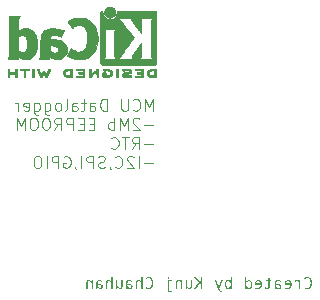
<source format=gbo>
%TF.GenerationSoftware,KiCad,Pcbnew,7.0.11*%
%TF.CreationDate,2024-06-17T21:40:26+05:30*%
%TF.ProjectId,Atmega328p_board,41746d65-6761-4333-9238-705f626f6172,1*%
%TF.SameCoordinates,Original*%
%TF.FileFunction,Legend,Bot*%
%TF.FilePolarity,Positive*%
%FSLAX46Y46*%
G04 Gerber Fmt 4.6, Leading zero omitted, Abs format (unit mm)*
G04 Created by KiCad (PCBNEW 7.0.11) date 2024-06-17 21:40:26*
%MOMM*%
%LPD*%
G01*
G04 APERTURE LIST*
%ADD10C,0.125000*%
%ADD11C,0.100000*%
%ADD12C,0.010000*%
G04 APERTURE END LIST*
D10*
G36*
X161428140Y-108596705D02*
G01*
X161442540Y-108604276D01*
X161457224Y-108611359D01*
X161472192Y-108617954D01*
X161487445Y-108624060D01*
X161502982Y-108629678D01*
X161518804Y-108634807D01*
X161534909Y-108639447D01*
X161551300Y-108643600D01*
X161567974Y-108647263D01*
X161584933Y-108650438D01*
X161602175Y-108653125D01*
X161619703Y-108655323D01*
X161637514Y-108657033D01*
X161655610Y-108658254D01*
X161673991Y-108658987D01*
X161692655Y-108659231D01*
X161704321Y-108659106D01*
X161715811Y-108658730D01*
X161727125Y-108658104D01*
X161738264Y-108657227D01*
X161749226Y-108656100D01*
X161760012Y-108654723D01*
X161770622Y-108653095D01*
X161781056Y-108651217D01*
X161791314Y-108649088D01*
X161801396Y-108646709D01*
X161811301Y-108644079D01*
X161821031Y-108641199D01*
X161830585Y-108638068D01*
X161839963Y-108634687D01*
X161849165Y-108631056D01*
X161858191Y-108627174D01*
X161875714Y-108618659D01*
X161892533Y-108609142D01*
X161908649Y-108598624D01*
X161924060Y-108587103D01*
X161938767Y-108574581D01*
X161952770Y-108561057D01*
X161959507Y-108553919D01*
X161966069Y-108546531D01*
X161972454Y-108538893D01*
X161978663Y-108531004D01*
X161984689Y-108522862D01*
X161990524Y-108514496D01*
X161996167Y-108505906D01*
X162001618Y-108497092D01*
X162006879Y-108488054D01*
X162011948Y-108478791D01*
X162016826Y-108469304D01*
X162021513Y-108459593D01*
X162026008Y-108449658D01*
X162030312Y-108439498D01*
X162034425Y-108429115D01*
X162038346Y-108418507D01*
X162042077Y-108407675D01*
X162045616Y-108396618D01*
X162048963Y-108385338D01*
X162052119Y-108373833D01*
X162055084Y-108362104D01*
X162057858Y-108350151D01*
X162060441Y-108337974D01*
X162062832Y-108325572D01*
X162065032Y-108312947D01*
X162067040Y-108300097D01*
X162068857Y-108287023D01*
X162070483Y-108273724D01*
X162071918Y-108260202D01*
X162073162Y-108246455D01*
X162074214Y-108232484D01*
X162075074Y-108218289D01*
X162075744Y-108203869D01*
X162076222Y-108189226D01*
X162076509Y-108174358D01*
X162076605Y-108159266D01*
X162076512Y-108144696D01*
X162076235Y-108130324D01*
X162075772Y-108116152D01*
X162075124Y-108102178D01*
X162074291Y-108088403D01*
X162073273Y-108074828D01*
X162072070Y-108061451D01*
X162070682Y-108048273D01*
X162069109Y-108035294D01*
X162067350Y-108022514D01*
X162065407Y-108009933D01*
X162063278Y-107997550D01*
X162060965Y-107985367D01*
X162058466Y-107973383D01*
X162055782Y-107961597D01*
X162052913Y-107950011D01*
X162049859Y-107938623D01*
X162046620Y-107927435D01*
X162043196Y-107916445D01*
X162039587Y-107905654D01*
X162035792Y-107895062D01*
X162031813Y-107884669D01*
X162027648Y-107874475D01*
X162023299Y-107864480D01*
X162018764Y-107854684D01*
X162014044Y-107845087D01*
X162009139Y-107835688D01*
X162004049Y-107826489D01*
X161998774Y-107817488D01*
X161993314Y-107808687D01*
X161987669Y-107800084D01*
X161981839Y-107791680D01*
X161975818Y-107783506D01*
X161969604Y-107775591D01*
X161963194Y-107767935D01*
X161956590Y-107760539D01*
X161949791Y-107753403D01*
X161942798Y-107746526D01*
X161935610Y-107739909D01*
X161920650Y-107727452D01*
X161904912Y-107716034D01*
X161888395Y-107705654D01*
X161879844Y-107700853D01*
X161871099Y-107696311D01*
X161862160Y-107692029D01*
X161853025Y-107688007D01*
X161843696Y-107684244D01*
X161834173Y-107680741D01*
X161824455Y-107677497D01*
X161814542Y-107674513D01*
X161804434Y-107671788D01*
X161794132Y-107669322D01*
X161783636Y-107667117D01*
X161772944Y-107665170D01*
X161762058Y-107663483D01*
X161750978Y-107662056D01*
X161739702Y-107660888D01*
X161728232Y-107659980D01*
X161716568Y-107659331D01*
X161704709Y-107658942D01*
X161692655Y-107658812D01*
X161679525Y-107658963D01*
X161666420Y-107659413D01*
X161653341Y-107660165D01*
X161640288Y-107661217D01*
X161627260Y-107662569D01*
X161614259Y-107664222D01*
X161601283Y-107666175D01*
X161588333Y-107668429D01*
X161575408Y-107670984D01*
X161562510Y-107673839D01*
X161553925Y-107675909D01*
X161541291Y-107679214D01*
X161529124Y-107682716D01*
X161517425Y-107686415D01*
X161506195Y-107690312D01*
X161495432Y-107694406D01*
X161485137Y-107698698D01*
X161475311Y-107703188D01*
X161465952Y-107707875D01*
X161457061Y-107712759D01*
X161448638Y-107717841D01*
X161443283Y-107721339D01*
X161480408Y-107815128D01*
X161492571Y-107807556D01*
X161504882Y-107800473D01*
X161517339Y-107793879D01*
X161529944Y-107787773D01*
X161542695Y-107782155D01*
X161555593Y-107777026D01*
X161568638Y-107772385D01*
X161581830Y-107768233D01*
X161595169Y-107764569D01*
X161608655Y-107761394D01*
X161622287Y-107758708D01*
X161636067Y-107756509D01*
X161649994Y-107754800D01*
X161664067Y-107753579D01*
X161678288Y-107752846D01*
X161692655Y-107752602D01*
X161709118Y-107752983D01*
X161725044Y-107754128D01*
X161740434Y-107756036D01*
X161755288Y-107758708D01*
X161769606Y-107762142D01*
X161783387Y-107766340D01*
X161796633Y-107771301D01*
X161809342Y-107777026D01*
X161821515Y-107783514D01*
X161833152Y-107790765D01*
X161844253Y-107798779D01*
X161854817Y-107807556D01*
X161864845Y-107817097D01*
X161874337Y-107827401D01*
X161883293Y-107838468D01*
X161891713Y-107850299D01*
X161899610Y-107862955D01*
X161906997Y-107876498D01*
X161913875Y-107890928D01*
X161920244Y-107906246D01*
X161926103Y-107922451D01*
X161931452Y-107939543D01*
X161936292Y-107957522D01*
X161940623Y-107976389D01*
X161942597Y-107986155D01*
X161944444Y-107996143D01*
X161946163Y-108006353D01*
X161947755Y-108016785D01*
X161949220Y-108027438D01*
X161950557Y-108038313D01*
X161951767Y-108049410D01*
X161952850Y-108060729D01*
X161953805Y-108072270D01*
X161954633Y-108084032D01*
X161955334Y-108096017D01*
X161955907Y-108108223D01*
X161956353Y-108120651D01*
X161956671Y-108133301D01*
X161956862Y-108146172D01*
X161956926Y-108159266D01*
X161956667Y-108184255D01*
X161955893Y-108208451D01*
X161954601Y-108231854D01*
X161952793Y-108254463D01*
X161950468Y-108276279D01*
X161947626Y-108297302D01*
X161944268Y-108317532D01*
X161940394Y-108336968D01*
X161936002Y-108355611D01*
X161931094Y-108373460D01*
X161925670Y-108390516D01*
X161919728Y-108406779D01*
X161913271Y-108422249D01*
X161906296Y-108436925D01*
X161898805Y-108450808D01*
X161890797Y-108463898D01*
X161882273Y-108476194D01*
X161873232Y-108487697D01*
X161863674Y-108498407D01*
X161853600Y-108508323D01*
X161843009Y-108517446D01*
X161831901Y-108525776D01*
X161820277Y-108533313D01*
X161808136Y-108540056D01*
X161795479Y-108546006D01*
X161782305Y-108551162D01*
X161768614Y-108555525D01*
X161754407Y-108559095D01*
X161739683Y-108561872D01*
X161724442Y-108563855D01*
X161708685Y-108565045D01*
X161692411Y-108565442D01*
X161678406Y-108565198D01*
X161664357Y-108564465D01*
X161650265Y-108563244D01*
X161636128Y-108561534D01*
X161621948Y-108559336D01*
X161607723Y-108556649D01*
X161593455Y-108553474D01*
X161579143Y-108549810D01*
X161564787Y-108545658D01*
X161550387Y-108541018D01*
X161535944Y-108535888D01*
X161521456Y-108530271D01*
X161506925Y-108524165D01*
X161492349Y-108517570D01*
X161477730Y-108510487D01*
X161463067Y-108502916D01*
X161428140Y-108596705D01*
G37*
G36*
X160613346Y-107955812D02*
G01*
X160656577Y-108049601D01*
X160665355Y-108043922D01*
X160673983Y-108038610D01*
X160682460Y-108033664D01*
X160694893Y-108026932D01*
X160706986Y-108021024D01*
X160718741Y-108015941D01*
X160730156Y-108011682D01*
X160741232Y-108008248D01*
X160751969Y-108005637D01*
X160762367Y-108003851D01*
X160772425Y-108002889D01*
X160778943Y-108002706D01*
X160790758Y-108003160D01*
X160802512Y-108004523D01*
X160814205Y-108006794D01*
X160825837Y-108009972D01*
X160837408Y-108014060D01*
X160848918Y-108019055D01*
X160860367Y-108024959D01*
X160868914Y-108029983D01*
X160871755Y-108031771D01*
X160880165Y-108037394D01*
X160888450Y-108043455D01*
X160896611Y-108049953D01*
X160904647Y-108056890D01*
X160912559Y-108064265D01*
X160920347Y-108072077D01*
X160928010Y-108080327D01*
X160935548Y-108089016D01*
X160942962Y-108098142D01*
X160950251Y-108107706D01*
X160955042Y-108114325D01*
X160961851Y-108123986D01*
X160967990Y-108132818D01*
X160975134Y-108143305D01*
X160981088Y-108152319D01*
X160986855Y-108161515D01*
X160991804Y-108170523D01*
X160993144Y-108174653D01*
X160993144Y-108643600D01*
X161099633Y-108643600D01*
X161099633Y-107924549D01*
X160993144Y-107924549D01*
X160993144Y-108065232D01*
X160987736Y-108055615D01*
X160982228Y-108046304D01*
X160976621Y-108037297D01*
X160970914Y-108028596D01*
X160965107Y-108020200D01*
X160959200Y-108012110D01*
X160953194Y-108004324D01*
X160940883Y-107989670D01*
X160928173Y-107976236D01*
X160915064Y-107964024D01*
X160901556Y-107953033D01*
X160887649Y-107943264D01*
X160873344Y-107934715D01*
X160858640Y-107927388D01*
X160843537Y-107921282D01*
X160828035Y-107916397D01*
X160812135Y-107912733D01*
X160795835Y-107910291D01*
X160779137Y-107909070D01*
X160770638Y-107908917D01*
X160760521Y-107909100D01*
X160750442Y-107909650D01*
X160740402Y-107910566D01*
X160730399Y-107911848D01*
X160720435Y-107913497D01*
X160710509Y-107915512D01*
X160700621Y-107917893D01*
X160690771Y-107920641D01*
X160680959Y-107923755D01*
X160671186Y-107927235D01*
X160661450Y-107931082D01*
X160651753Y-107935295D01*
X160642094Y-107939875D01*
X160632473Y-107944821D01*
X160622890Y-107950133D01*
X160613346Y-107955812D01*
G37*
G36*
X160069950Y-107909312D02*
G01*
X160086693Y-107910497D01*
X160103038Y-107912472D01*
X160118983Y-107915237D01*
X160134530Y-107918792D01*
X160149678Y-107923137D01*
X160164427Y-107928271D01*
X160178777Y-107934196D01*
X160192728Y-107940911D01*
X160206281Y-107948416D01*
X160219435Y-107956710D01*
X160232190Y-107965795D01*
X160244546Y-107975670D01*
X160256503Y-107986334D01*
X160268062Y-107997789D01*
X160279222Y-108010034D01*
X160284601Y-108016421D01*
X160294848Y-108029600D01*
X160304412Y-108043320D01*
X160313292Y-108057580D01*
X160321490Y-108072379D01*
X160329004Y-108087719D01*
X160335835Y-108103598D01*
X160341983Y-108120018D01*
X160347448Y-108136978D01*
X160352230Y-108154477D01*
X160356328Y-108172517D01*
X160359744Y-108191096D01*
X160362477Y-108210216D01*
X160363587Y-108219978D01*
X160364526Y-108229876D01*
X160365294Y-108239908D01*
X160365892Y-108250075D01*
X160366319Y-108260378D01*
X160366575Y-108270815D01*
X160366661Y-108281387D01*
X160366565Y-108292156D01*
X160366280Y-108302786D01*
X160365804Y-108313278D01*
X160365138Y-108323630D01*
X160364281Y-108333844D01*
X160363235Y-108343918D01*
X160361997Y-108353854D01*
X160360570Y-108363651D01*
X160357144Y-108382829D01*
X160352956Y-108401452D01*
X160348008Y-108419519D01*
X160342297Y-108437031D01*
X160335826Y-108453988D01*
X160328593Y-108470389D01*
X160320599Y-108486236D01*
X160311843Y-108501526D01*
X160302326Y-108516262D01*
X160292048Y-108530443D01*
X160281009Y-108544068D01*
X160269208Y-108557138D01*
X160256755Y-108569500D01*
X160243822Y-108581066D01*
X160230407Y-108591833D01*
X160216512Y-108601803D01*
X160202136Y-108610976D01*
X160187280Y-108619351D01*
X160171942Y-108626928D01*
X160156123Y-108633708D01*
X160139824Y-108639690D01*
X160123044Y-108644874D01*
X160105783Y-108649261D01*
X160088041Y-108652850D01*
X160069818Y-108655642D01*
X160051114Y-108657636D01*
X160031930Y-108658832D01*
X160022157Y-108659131D01*
X160012264Y-108659231D01*
X159996574Y-108659109D01*
X159981131Y-108658743D01*
X159965936Y-108658132D01*
X159950990Y-108657277D01*
X159936291Y-108656178D01*
X159921841Y-108654835D01*
X159907639Y-108653247D01*
X159893684Y-108651415D01*
X159879978Y-108649339D01*
X159866520Y-108647019D01*
X159853310Y-108644454D01*
X159840348Y-108641646D01*
X159827634Y-108638593D01*
X159815168Y-108635295D01*
X159802950Y-108631754D01*
X159790980Y-108627968D01*
X159809543Y-108534179D01*
X159822493Y-108537964D01*
X159835394Y-108541506D01*
X159848246Y-108544803D01*
X159861047Y-108547856D01*
X159873800Y-108550665D01*
X159886502Y-108553230D01*
X159899155Y-108555550D01*
X159911758Y-108557626D01*
X159924312Y-108559458D01*
X159936816Y-108561045D01*
X159949271Y-108562389D01*
X159961675Y-108563488D01*
X159974031Y-108564343D01*
X159986336Y-108564953D01*
X159998592Y-108565320D01*
X160010799Y-108565442D01*
X160023467Y-108565132D01*
X160035887Y-108564201D01*
X160048059Y-108562651D01*
X160059983Y-108560481D01*
X160071659Y-108557690D01*
X160083087Y-108554279D01*
X160094267Y-108550248D01*
X160105199Y-108545597D01*
X160115882Y-108540326D01*
X160126318Y-108534434D01*
X160136506Y-108527923D01*
X160146445Y-108520791D01*
X160156137Y-108513039D01*
X160165580Y-108504667D01*
X160174775Y-108495675D01*
X160183723Y-108486063D01*
X160192241Y-108475943D01*
X160200209Y-108465489D01*
X160207628Y-108454702D01*
X160214497Y-108443580D01*
X160220817Y-108432124D01*
X160226587Y-108420335D01*
X160231808Y-108408211D01*
X160236479Y-108395754D01*
X160240601Y-108382963D01*
X160244173Y-108369838D01*
X160247195Y-108356378D01*
X160249668Y-108342585D01*
X160251592Y-108328458D01*
X160252966Y-108313998D01*
X160253790Y-108299203D01*
X160254065Y-108284074D01*
X159762892Y-108284074D01*
X159762892Y-108250613D01*
X159763218Y-108231467D01*
X159764194Y-108212805D01*
X159765820Y-108194625D01*
X159766379Y-108190285D01*
X159879640Y-108190285D01*
X160246982Y-108190285D01*
X160246029Y-108179938D01*
X160244699Y-108169841D01*
X160242992Y-108159994D01*
X160240906Y-108150397D01*
X160237069Y-108136470D01*
X160232382Y-108123106D01*
X160226845Y-108110304D01*
X160220458Y-108098064D01*
X160213221Y-108086387D01*
X160205134Y-108075272D01*
X160196197Y-108064720D01*
X160186409Y-108054730D01*
X160179460Y-108048430D01*
X160168621Y-108039743D01*
X160157283Y-108031970D01*
X160145448Y-108025111D01*
X160133115Y-108019167D01*
X160120284Y-108014137D01*
X160106954Y-108010022D01*
X160093127Y-108006821D01*
X160078801Y-108004535D01*
X160068974Y-108003519D01*
X160058926Y-108002909D01*
X160048656Y-108002706D01*
X160040616Y-108002918D01*
X160028740Y-108004030D01*
X160017088Y-108006095D01*
X160005659Y-108009113D01*
X159994454Y-108013085D01*
X159983471Y-108018009D01*
X159972712Y-108023887D01*
X159962176Y-108030717D01*
X159951864Y-108038501D01*
X159941774Y-108047238D01*
X159931908Y-108056928D01*
X159922568Y-108067314D01*
X159914145Y-108078137D01*
X159906642Y-108089399D01*
X159900058Y-108101098D01*
X159894392Y-108113235D01*
X159889645Y-108125810D01*
X159885817Y-108138823D01*
X159882907Y-108152274D01*
X159880916Y-108166163D01*
X159879845Y-108180490D01*
X159879640Y-108190285D01*
X159766379Y-108190285D01*
X159768098Y-108176928D01*
X159771026Y-108159713D01*
X159774605Y-108142982D01*
X159778834Y-108126733D01*
X159783714Y-108110967D01*
X159789245Y-108095684D01*
X159795426Y-108080883D01*
X159802258Y-108066565D01*
X159809741Y-108052730D01*
X159817875Y-108039378D01*
X159826659Y-108026508D01*
X159836094Y-108014122D01*
X159846179Y-108002218D01*
X159856718Y-107990920D01*
X159867573Y-107980350D01*
X159878745Y-107970510D01*
X159890234Y-107961399D01*
X159902040Y-107953016D01*
X159914163Y-107945363D01*
X159926602Y-107938438D01*
X159939358Y-107932242D01*
X159952430Y-107926775D01*
X159965820Y-107922037D01*
X159979526Y-107918028D01*
X159993549Y-107914748D01*
X160007889Y-107912197D01*
X160022545Y-107910375D01*
X160037519Y-107909281D01*
X160052809Y-107908917D01*
X160069950Y-107909312D01*
G37*
G36*
X159204236Y-107909161D02*
G01*
X159220200Y-107909894D01*
X159236324Y-107911115D01*
X159252608Y-107912825D01*
X159269052Y-107915023D01*
X159285657Y-107917710D01*
X159302422Y-107920885D01*
X159319347Y-107924549D01*
X159336433Y-107928701D01*
X159353679Y-107933341D01*
X159371085Y-107938470D01*
X159388651Y-107944088D01*
X159406378Y-107950194D01*
X159424265Y-107956789D01*
X159442312Y-107963872D01*
X159451396Y-107967596D01*
X159460520Y-107971443D01*
X159432432Y-108065232D01*
X159426777Y-108062084D01*
X159418041Y-108057462D01*
X159409000Y-108052959D01*
X159399654Y-108048577D01*
X159390003Y-108044315D01*
X159380048Y-108040174D01*
X159369787Y-108036152D01*
X159359222Y-108032251D01*
X159348352Y-108028470D01*
X159337177Y-108024809D01*
X159325698Y-108021269D01*
X159321826Y-108020127D01*
X159310467Y-108016918D01*
X159299489Y-108014036D01*
X159288894Y-108011480D01*
X159278681Y-108009250D01*
X159268850Y-108007347D01*
X159256336Y-108005317D01*
X159244502Y-108003866D01*
X159233347Y-108002996D01*
X159222871Y-108002706D01*
X159212308Y-108002886D01*
X159202079Y-108003427D01*
X159192186Y-108004327D01*
X159173406Y-108007208D01*
X159155968Y-108011530D01*
X159139871Y-108017293D01*
X159125115Y-108024496D01*
X159111701Y-108033140D01*
X159099628Y-108043225D01*
X159088896Y-108054750D01*
X159079506Y-108067716D01*
X159071458Y-108082122D01*
X159064751Y-108097969D01*
X159059385Y-108115257D01*
X159055361Y-108133986D01*
X159053852Y-108143890D01*
X159052678Y-108154155D01*
X159051839Y-108164780D01*
X159051336Y-108175764D01*
X159051169Y-108187110D01*
X159051169Y-108221548D01*
X159171336Y-108231073D01*
X159176383Y-108231465D01*
X159186347Y-108232306D01*
X159196140Y-108233226D01*
X159210507Y-108234752D01*
X159224487Y-108236455D01*
X159238081Y-108238333D01*
X159251289Y-108240387D01*
X159264110Y-108242618D01*
X159276545Y-108245024D01*
X159288594Y-108247606D01*
X159300256Y-108250365D01*
X159311532Y-108253299D01*
X159322414Y-108256423D01*
X159332987Y-108259748D01*
X159343251Y-108263275D01*
X159353205Y-108267004D01*
X159362851Y-108270934D01*
X159372188Y-108275067D01*
X159381215Y-108279401D01*
X159389933Y-108283937D01*
X159401077Y-108290298D01*
X159411671Y-108297019D01*
X159421677Y-108304117D01*
X159431058Y-108311612D01*
X159439812Y-108319505D01*
X159447941Y-108327793D01*
X159455444Y-108336479D01*
X159462321Y-108345562D01*
X159468572Y-108355042D01*
X159474197Y-108364918D01*
X159479178Y-108375184D01*
X159483494Y-108385832D01*
X159487146Y-108396861D01*
X159490134Y-108408272D01*
X159492458Y-108420064D01*
X159494118Y-108432238D01*
X159495114Y-108444793D01*
X159495446Y-108457731D01*
X159495209Y-108468717D01*
X159494496Y-108479449D01*
X159493308Y-108489928D01*
X159491645Y-108500153D01*
X159489507Y-108510124D01*
X159486894Y-108519841D01*
X159483806Y-108529304D01*
X159480242Y-108538514D01*
X159476204Y-108547470D01*
X159471690Y-108556172D01*
X159466701Y-108564620D01*
X159461237Y-108572815D01*
X159455298Y-108580756D01*
X159448884Y-108588443D01*
X159441994Y-108595876D01*
X159434630Y-108603055D01*
X159426954Y-108609858D01*
X159419132Y-108616221D01*
X159411163Y-108622146D01*
X159398933Y-108630211D01*
X159386373Y-108637287D01*
X159373482Y-108643377D01*
X159360261Y-108648479D01*
X159346709Y-108652593D01*
X159332826Y-108655720D01*
X159318613Y-108657860D01*
X159304070Y-108659012D01*
X159294190Y-108659231D01*
X159284424Y-108659094D01*
X159265278Y-108657995D01*
X159246646Y-108655796D01*
X159228530Y-108652499D01*
X159210930Y-108648103D01*
X159193844Y-108642607D01*
X159177274Y-108636013D01*
X159161219Y-108628319D01*
X159145679Y-108619526D01*
X159130654Y-108609634D01*
X159116144Y-108598644D01*
X159102150Y-108586554D01*
X159088671Y-108573364D01*
X159075707Y-108559076D01*
X159069418Y-108551520D01*
X159063258Y-108543689D01*
X159057227Y-108535583D01*
X159051325Y-108527203D01*
X159045551Y-108518547D01*
X159045538Y-108523401D01*
X159045349Y-108537598D01*
X159044932Y-108551245D01*
X159044287Y-108564343D01*
X159043415Y-108576891D01*
X159042315Y-108588889D01*
X159040987Y-108600338D01*
X159039433Y-108611237D01*
X159037650Y-108621587D01*
X159035640Y-108631387D01*
X159032606Y-108643600D01*
X158926116Y-108643600D01*
X158929303Y-108629726D01*
X158932176Y-108615492D01*
X158933917Y-108605803D01*
X158935519Y-108595953D01*
X158936981Y-108585943D01*
X158938305Y-108575772D01*
X158939489Y-108565442D01*
X158940533Y-108554951D01*
X158941439Y-108544300D01*
X158942205Y-108533488D01*
X158942832Y-108522516D01*
X158943319Y-108511384D01*
X158943667Y-108500092D01*
X158943876Y-108488639D01*
X158943946Y-108477026D01*
X158943946Y-108315337D01*
X159051169Y-108315337D01*
X159051169Y-108424758D01*
X159056535Y-108432861D01*
X159064789Y-108444604D01*
X159073288Y-108455853D01*
X159082031Y-108466609D01*
X159091019Y-108476870D01*
X159100252Y-108486638D01*
X159109730Y-108495913D01*
X159119452Y-108504693D01*
X159129419Y-108512980D01*
X159139631Y-108520773D01*
X159150087Y-108528073D01*
X159157113Y-108532598D01*
X159167666Y-108538838D01*
X159178236Y-108544422D01*
X159188823Y-108549348D01*
X159199428Y-108553618D01*
X159210050Y-108557231D01*
X159220688Y-108560187D01*
X159231345Y-108562486D01*
X159242018Y-108564128D01*
X159252708Y-108565113D01*
X159263416Y-108565442D01*
X159276135Y-108564995D01*
X159288283Y-108563656D01*
X159299857Y-108561423D01*
X159310860Y-108558298D01*
X159321290Y-108554279D01*
X159331147Y-108549368D01*
X159340432Y-108543563D01*
X159349145Y-108536865D01*
X159357045Y-108529382D01*
X159363891Y-108521341D01*
X159369684Y-108512743D01*
X159374424Y-108503587D01*
X159378111Y-108493875D01*
X159380744Y-108483605D01*
X159382324Y-108472778D01*
X159382850Y-108461394D01*
X159382236Y-108448904D01*
X159380393Y-108437077D01*
X159377321Y-108425914D01*
X159373020Y-108415416D01*
X159367490Y-108405581D01*
X159360731Y-108396410D01*
X159352744Y-108387904D01*
X159343527Y-108380061D01*
X159333410Y-108372849D01*
X159322843Y-108366231D01*
X159311825Y-108360209D01*
X159300357Y-108354782D01*
X159288439Y-108349951D01*
X159279205Y-108346718D01*
X159269717Y-108343820D01*
X159259976Y-108341257D01*
X159249982Y-108339029D01*
X159242880Y-108337648D01*
X159230896Y-108335552D01*
X159217315Y-108333426D01*
X159207373Y-108331992D01*
X159196722Y-108330545D01*
X159185361Y-108329084D01*
X159173290Y-108327610D01*
X159160509Y-108326123D01*
X159147019Y-108324622D01*
X159132818Y-108323108D01*
X159117908Y-108321581D01*
X159102288Y-108320040D01*
X159085958Y-108318486D01*
X159068918Y-108316918D01*
X159051169Y-108315337D01*
X158943946Y-108315337D01*
X158943946Y-108168547D01*
X158944185Y-108152574D01*
X158944901Y-108137108D01*
X158946095Y-108122148D01*
X158947766Y-108107696D01*
X158949915Y-108093751D01*
X158952541Y-108080313D01*
X158955645Y-108067383D01*
X158959226Y-108054959D01*
X158963285Y-108043042D01*
X158967822Y-108031633D01*
X158972836Y-108020730D01*
X158978327Y-108010335D01*
X158984296Y-108000447D01*
X158990742Y-107991066D01*
X158997666Y-107982192D01*
X159005068Y-107973825D01*
X159012947Y-107965965D01*
X159021303Y-107958612D01*
X159030137Y-107951766D01*
X159039449Y-107945428D01*
X159049238Y-107939596D01*
X159059504Y-107934272D01*
X159070248Y-107929454D01*
X159081470Y-107925144D01*
X159093169Y-107921341D01*
X159105346Y-107918045D01*
X159118000Y-107915256D01*
X159131131Y-107912974D01*
X159144741Y-107911199D01*
X159158827Y-107909931D01*
X159173391Y-107909171D01*
X159188433Y-107908917D01*
X159204236Y-107909161D01*
G37*
G36*
X158096912Y-108612336D02*
G01*
X158110363Y-108618015D01*
X158123790Y-108623327D01*
X158137192Y-108628273D01*
X158150569Y-108632853D01*
X158163921Y-108637066D01*
X158177249Y-108640913D01*
X158190551Y-108644393D01*
X158203829Y-108647507D01*
X158217082Y-108650255D01*
X158230310Y-108652636D01*
X158243514Y-108654651D01*
X158256692Y-108656300D01*
X158269846Y-108657582D01*
X158282975Y-108658498D01*
X158296079Y-108659048D01*
X158309159Y-108659231D01*
X158320940Y-108659033D01*
X158332347Y-108658438D01*
X158343380Y-108657447D01*
X158354039Y-108656060D01*
X158364323Y-108654276D01*
X158374234Y-108652096D01*
X158383771Y-108649519D01*
X158401723Y-108643176D01*
X158418179Y-108635248D01*
X158433139Y-108625734D01*
X158446603Y-108614634D01*
X158458571Y-108601949D01*
X158469043Y-108587678D01*
X158478018Y-108571821D01*
X158485498Y-108554379D01*
X158488677Y-108545063D01*
X158491482Y-108535351D01*
X158493913Y-108525242D01*
X158495970Y-108514737D01*
X158497653Y-108503835D01*
X158498962Y-108492537D01*
X158499897Y-108480843D01*
X158500458Y-108468752D01*
X158500645Y-108456265D01*
X158500645Y-108018338D01*
X158638154Y-108018338D01*
X158638154Y-107924549D01*
X158500645Y-107924549D01*
X158500645Y-107721339D01*
X158396354Y-107721339D01*
X158396354Y-107924549D01*
X158153088Y-107924549D01*
X158153088Y-108018338D01*
X158396354Y-108018338D01*
X158396354Y-108427933D01*
X158396100Y-108439949D01*
X158395340Y-108451449D01*
X158394074Y-108462434D01*
X158392301Y-108472904D01*
X158390021Y-108482859D01*
X158387235Y-108492299D01*
X158382731Y-108504083D01*
X158377327Y-108514952D01*
X158371023Y-108524905D01*
X158367533Y-108529538D01*
X158360003Y-108537953D01*
X158351825Y-108545246D01*
X158342998Y-108551417D01*
X158333522Y-108556466D01*
X158323397Y-108560393D01*
X158312624Y-108563198D01*
X158301202Y-108564881D01*
X158289131Y-108565442D01*
X158278149Y-108565259D01*
X158267183Y-108564709D01*
X158256235Y-108563793D01*
X158245305Y-108562511D01*
X158234391Y-108560862D01*
X158223495Y-108558847D01*
X158212615Y-108556466D01*
X158201753Y-108553718D01*
X158190908Y-108550604D01*
X158180080Y-108547124D01*
X158169270Y-108543277D01*
X158158476Y-108539064D01*
X158147700Y-108534484D01*
X158136941Y-108529538D01*
X158126199Y-108524226D01*
X158115474Y-108518547D01*
X158096912Y-108612336D01*
G37*
G36*
X157549364Y-107909312D02*
G01*
X157566107Y-107910497D01*
X157582452Y-107912472D01*
X157598397Y-107915237D01*
X157613944Y-107918792D01*
X157629091Y-107923137D01*
X157643840Y-107928271D01*
X157658191Y-107934196D01*
X157672142Y-107940911D01*
X157685695Y-107948416D01*
X157698848Y-107956710D01*
X157711603Y-107965795D01*
X157723960Y-107975670D01*
X157735917Y-107986334D01*
X157747476Y-107997789D01*
X157758636Y-108010034D01*
X157764015Y-108016421D01*
X157774262Y-108029600D01*
X157783825Y-108043320D01*
X157792706Y-108057580D01*
X157800903Y-108072379D01*
X157808418Y-108087719D01*
X157815249Y-108103598D01*
X157821397Y-108120018D01*
X157826862Y-108136978D01*
X157831644Y-108154477D01*
X157835742Y-108172517D01*
X157839158Y-108191096D01*
X157841890Y-108210216D01*
X157843000Y-108219978D01*
X157843940Y-108229876D01*
X157844708Y-108239908D01*
X157845306Y-108250075D01*
X157845733Y-108260378D01*
X157845989Y-108270815D01*
X157846074Y-108281387D01*
X157845979Y-108292156D01*
X157845694Y-108302786D01*
X157845218Y-108313278D01*
X157844552Y-108323630D01*
X157843695Y-108333844D01*
X157842648Y-108343918D01*
X157841411Y-108353854D01*
X157839984Y-108363651D01*
X157836558Y-108382829D01*
X157832370Y-108401452D01*
X157827421Y-108419519D01*
X157821711Y-108437031D01*
X157815240Y-108453988D01*
X157808007Y-108470389D01*
X157800013Y-108486236D01*
X157791257Y-108501526D01*
X157781740Y-108516262D01*
X157771462Y-108530443D01*
X157760422Y-108544068D01*
X157748622Y-108557138D01*
X157736169Y-108569500D01*
X157723236Y-108581066D01*
X157709821Y-108591833D01*
X157695926Y-108601803D01*
X157681550Y-108610976D01*
X157666693Y-108619351D01*
X157651356Y-108626928D01*
X157635537Y-108633708D01*
X157619238Y-108639690D01*
X157602457Y-108644874D01*
X157585196Y-108649261D01*
X157567454Y-108652850D01*
X157549232Y-108655642D01*
X157530528Y-108657636D01*
X157511343Y-108658832D01*
X157501571Y-108659131D01*
X157491678Y-108659231D01*
X157475987Y-108659109D01*
X157460545Y-108658743D01*
X157445350Y-108658132D01*
X157430404Y-108657277D01*
X157415705Y-108656178D01*
X157401255Y-108654835D01*
X157387052Y-108653247D01*
X157373098Y-108651415D01*
X157359392Y-108649339D01*
X157345934Y-108647019D01*
X157332724Y-108644454D01*
X157319762Y-108641646D01*
X157307048Y-108638593D01*
X157294582Y-108635295D01*
X157282364Y-108631754D01*
X157270394Y-108627968D01*
X157288957Y-108534179D01*
X157301907Y-108537964D01*
X157314808Y-108541506D01*
X157327659Y-108544803D01*
X157340461Y-108547856D01*
X157353213Y-108550665D01*
X157365916Y-108553230D01*
X157378569Y-108555550D01*
X157391172Y-108557626D01*
X157403726Y-108559458D01*
X157416230Y-108561045D01*
X157428684Y-108562389D01*
X157441089Y-108563488D01*
X157453445Y-108564343D01*
X157465750Y-108564953D01*
X157478006Y-108565320D01*
X157490213Y-108565442D01*
X157502881Y-108565132D01*
X157515301Y-108564201D01*
X157527473Y-108562651D01*
X157539397Y-108560481D01*
X157551073Y-108557690D01*
X157562501Y-108554279D01*
X157573681Y-108550248D01*
X157584612Y-108545597D01*
X157595296Y-108540326D01*
X157605732Y-108534434D01*
X157615919Y-108527923D01*
X157625859Y-108520791D01*
X157635550Y-108513039D01*
X157644994Y-108504667D01*
X157654189Y-108495675D01*
X157663137Y-108486063D01*
X157671655Y-108475943D01*
X157679623Y-108465489D01*
X157687042Y-108454702D01*
X157693911Y-108443580D01*
X157700231Y-108432124D01*
X157706001Y-108420335D01*
X157711222Y-108408211D01*
X157715893Y-108395754D01*
X157720015Y-108382963D01*
X157723587Y-108369838D01*
X157726609Y-108356378D01*
X157729082Y-108342585D01*
X157731006Y-108328458D01*
X157732379Y-108313998D01*
X157733204Y-108299203D01*
X157733478Y-108284074D01*
X157242306Y-108284074D01*
X157242306Y-108250613D01*
X157242631Y-108231467D01*
X157243607Y-108212805D01*
X157245234Y-108194625D01*
X157245793Y-108190285D01*
X157359054Y-108190285D01*
X157726395Y-108190285D01*
X157725443Y-108179938D01*
X157724113Y-108169841D01*
X157722406Y-108159994D01*
X157720320Y-108150397D01*
X157716483Y-108136470D01*
X157711796Y-108123106D01*
X157706259Y-108110304D01*
X157699872Y-108098064D01*
X157692635Y-108086387D01*
X157684548Y-108075272D01*
X157675611Y-108064720D01*
X157665823Y-108054730D01*
X157658874Y-108048430D01*
X157648035Y-108039743D01*
X157636697Y-108031970D01*
X157624862Y-108025111D01*
X157612529Y-108019167D01*
X157599697Y-108014137D01*
X157586368Y-108010022D01*
X157572541Y-108006821D01*
X157558215Y-108004535D01*
X157548388Y-108003519D01*
X157538340Y-108002909D01*
X157528070Y-108002706D01*
X157520029Y-108002918D01*
X157508154Y-108004030D01*
X157496502Y-108006095D01*
X157485073Y-108009113D01*
X157473867Y-108013085D01*
X157462885Y-108018009D01*
X157452126Y-108023887D01*
X157441590Y-108030717D01*
X157431278Y-108038501D01*
X157421188Y-108047238D01*
X157411322Y-108056928D01*
X157401981Y-108067314D01*
X157393559Y-108078137D01*
X157386056Y-108089399D01*
X157379471Y-108101098D01*
X157373806Y-108113235D01*
X157369059Y-108125810D01*
X157365230Y-108138823D01*
X157362321Y-108152274D01*
X157360330Y-108166163D01*
X157359258Y-108180490D01*
X157359054Y-108190285D01*
X157245793Y-108190285D01*
X157247512Y-108176928D01*
X157250440Y-108159713D01*
X157254018Y-108142982D01*
X157258248Y-108126733D01*
X157263128Y-108110967D01*
X157268659Y-108095684D01*
X157274840Y-108080883D01*
X157281672Y-108066565D01*
X157289155Y-108052730D01*
X157297288Y-108039378D01*
X157306073Y-108026508D01*
X157315507Y-108014122D01*
X157325593Y-108002218D01*
X157336132Y-107990920D01*
X157346987Y-107980350D01*
X157358159Y-107970510D01*
X157369648Y-107961399D01*
X157381454Y-107953016D01*
X157393576Y-107945363D01*
X157406016Y-107938438D01*
X157418772Y-107932242D01*
X157431844Y-107926775D01*
X157445234Y-107922037D01*
X157458940Y-107918028D01*
X157472963Y-107914748D01*
X157487303Y-107912197D01*
X157501959Y-107910375D01*
X157516932Y-107909281D01*
X157532222Y-107908917D01*
X157549364Y-107909312D01*
G37*
G36*
X156533269Y-108018338D02*
G01*
X156543765Y-108005088D01*
X156554675Y-107992692D01*
X156565999Y-107981152D01*
X156577737Y-107970466D01*
X156589889Y-107960635D01*
X156602455Y-107951660D01*
X156615435Y-107943538D01*
X156628829Y-107936272D01*
X156642637Y-107929861D01*
X156656860Y-107924304D01*
X156671496Y-107919603D01*
X156686547Y-107915756D01*
X156702011Y-107912764D01*
X156717890Y-107910627D01*
X156734183Y-107909344D01*
X156750890Y-107908917D01*
X156766087Y-107909321D01*
X156780905Y-107910531D01*
X156795343Y-107912549D01*
X156809401Y-107915374D01*
X156823080Y-107919006D01*
X156836378Y-107923446D01*
X156849297Y-107928692D01*
X156861837Y-107934746D01*
X156873997Y-107941606D01*
X156885776Y-107949274D01*
X156897177Y-107957749D01*
X156908197Y-107967032D01*
X156918838Y-107977121D01*
X156929099Y-107988017D01*
X156938980Y-107999721D01*
X156948482Y-108012232D01*
X156957503Y-108025326D01*
X156965942Y-108038843D01*
X156973798Y-108052781D01*
X156981073Y-108067141D01*
X156987766Y-108081922D01*
X156993877Y-108097125D01*
X156999406Y-108112750D01*
X157004353Y-108128797D01*
X157008717Y-108145265D01*
X157012500Y-108162155D01*
X157015701Y-108179467D01*
X157018320Y-108197200D01*
X157020357Y-108215355D01*
X157021812Y-108233932D01*
X157022685Y-108252930D01*
X157022976Y-108272350D01*
X157022906Y-108282796D01*
X157022697Y-108293126D01*
X157022349Y-108303342D01*
X157021862Y-108313444D01*
X157021235Y-108323431D01*
X157020469Y-108333304D01*
X157018519Y-108352706D01*
X157016011Y-108371650D01*
X157012947Y-108390136D01*
X157009325Y-108408165D01*
X157005146Y-108425735D01*
X157000410Y-108442847D01*
X156995117Y-108459501D01*
X156989267Y-108475698D01*
X156982859Y-108491436D01*
X156975894Y-108506717D01*
X156968373Y-108521539D01*
X156960293Y-108535904D01*
X156951657Y-108549810D01*
X156942511Y-108563060D01*
X156932965Y-108575456D01*
X156923018Y-108586996D01*
X156912670Y-108597682D01*
X156901921Y-108607513D01*
X156890772Y-108616489D01*
X156879222Y-108624610D01*
X156867271Y-108631876D01*
X156854920Y-108638287D01*
X156842168Y-108643844D01*
X156829015Y-108648545D01*
X156815461Y-108652392D01*
X156801507Y-108655384D01*
X156787152Y-108657521D01*
X156772396Y-108658804D01*
X156757240Y-108659231D01*
X156748749Y-108659094D01*
X156736112Y-108658372D01*
X156723595Y-108657033D01*
X156711199Y-108655075D01*
X156698923Y-108652499D01*
X156686767Y-108649305D01*
X156674732Y-108645492D01*
X156662816Y-108641062D01*
X156651021Y-108636013D01*
X156639346Y-108630346D01*
X156627791Y-108624060D01*
X156620209Y-108619559D01*
X156609255Y-108612528D01*
X156598803Y-108605162D01*
X156588853Y-108597461D01*
X156579405Y-108589425D01*
X156570460Y-108581055D01*
X156562017Y-108572349D01*
X156554077Y-108563309D01*
X156546639Y-108553934D01*
X156539703Y-108544224D01*
X156533269Y-108534179D01*
X156533269Y-108643600D01*
X156426047Y-108643600D01*
X156426047Y-108424758D01*
X156533269Y-108424758D01*
X156536823Y-108434051D01*
X156542367Y-108442832D01*
X156548942Y-108451986D01*
X156555481Y-108460512D01*
X156563158Y-108470106D01*
X156569661Y-108478003D01*
X156576528Y-108486009D01*
X156583480Y-108493633D01*
X156590518Y-108500876D01*
X156597642Y-108507736D01*
X156607275Y-108516288D01*
X156617060Y-108524161D01*
X156626997Y-108531355D01*
X156637088Y-108537869D01*
X156647331Y-108543704D01*
X156657638Y-108548799D01*
X156667923Y-108553214D01*
X156678185Y-108556951D01*
X156688424Y-108560007D01*
X156698641Y-108562385D01*
X156708834Y-108564083D01*
X156719004Y-108565102D01*
X156729152Y-108565442D01*
X156739546Y-108565127D01*
X156749661Y-108564182D01*
X156759497Y-108562608D01*
X156773730Y-108559066D01*
X156787335Y-108554107D01*
X156800314Y-108547732D01*
X156812666Y-108539939D01*
X156820552Y-108533957D01*
X156828160Y-108527346D01*
X156835489Y-108520104D01*
X156842540Y-108512233D01*
X156849312Y-108503732D01*
X156855805Y-108494602D01*
X156862020Y-108484842D01*
X156867876Y-108474569D01*
X156873354Y-108463963D01*
X156878455Y-108453022D01*
X156883178Y-108441748D01*
X156887522Y-108430140D01*
X156891489Y-108418198D01*
X156895079Y-108405922D01*
X156898290Y-108393312D01*
X156901124Y-108380368D01*
X156903579Y-108367090D01*
X156905657Y-108353478D01*
X156907358Y-108339532D01*
X156908680Y-108325253D01*
X156909624Y-108310639D01*
X156910191Y-108295692D01*
X156910380Y-108280410D01*
X156910179Y-108265522D01*
X156909575Y-108250960D01*
X156908568Y-108236724D01*
X156907159Y-108222815D01*
X156905347Y-108209232D01*
X156903133Y-108195975D01*
X156900516Y-108183044D01*
X156897496Y-108170440D01*
X156894074Y-108158162D01*
X156890249Y-108146210D01*
X156886022Y-108134585D01*
X156881392Y-108123286D01*
X156876359Y-108112313D01*
X156870923Y-108101667D01*
X156865085Y-108091346D01*
X156858845Y-108081352D01*
X156852258Y-108071829D01*
X156845381Y-108062920D01*
X156838214Y-108054625D01*
X156830757Y-108046945D01*
X156823010Y-108039879D01*
X156814973Y-108033427D01*
X156806646Y-108027590D01*
X156798028Y-108022368D01*
X156789121Y-108017760D01*
X156779924Y-108013766D01*
X156770437Y-108010387D01*
X156760659Y-108007622D01*
X156750592Y-108005471D01*
X156740234Y-108003935D01*
X156729587Y-108003013D01*
X156718649Y-108002706D01*
X156705217Y-108003134D01*
X156692031Y-108004416D01*
X156679091Y-108006553D01*
X156666397Y-108009545D01*
X156653949Y-108013392D01*
X156641747Y-108018094D01*
X156629792Y-108023650D01*
X156618082Y-108030061D01*
X156606619Y-108037328D01*
X156595402Y-108045449D01*
X156584431Y-108054425D01*
X156573707Y-108064255D01*
X156563228Y-108074941D01*
X156552996Y-108086482D01*
X156543009Y-108098877D01*
X156533269Y-108112127D01*
X156533269Y-108424758D01*
X156426047Y-108424758D01*
X156426047Y-107674444D01*
X156533269Y-107674444D01*
X156533269Y-108018338D01*
G37*
G36*
X155294469Y-108643600D02*
G01*
X155187491Y-108643600D01*
X155187491Y-108534179D01*
X155183183Y-108541145D01*
X155176368Y-108551273D01*
X155169127Y-108561015D01*
X155161461Y-108570370D01*
X155153371Y-108579339D01*
X155144855Y-108587921D01*
X155135914Y-108596117D01*
X155126548Y-108603927D01*
X155116757Y-108611350D01*
X155106541Y-108618387D01*
X155095900Y-108625037D01*
X155088600Y-108629178D01*
X155077526Y-108634888D01*
X155066301Y-108639997D01*
X155054926Y-108644505D01*
X155043400Y-108648412D01*
X155031724Y-108651718D01*
X155019898Y-108654423D01*
X155007922Y-108656526D01*
X154995796Y-108658029D01*
X154983519Y-108658931D01*
X154971092Y-108659231D01*
X154955748Y-108658799D01*
X154940794Y-108657502D01*
X154926232Y-108655341D01*
X154912061Y-108652316D01*
X154898282Y-108648426D01*
X154884893Y-108643672D01*
X154871896Y-108638053D01*
X154859290Y-108631571D01*
X154847075Y-108624223D01*
X154835251Y-108616012D01*
X154823818Y-108606935D01*
X154812777Y-108596995D01*
X154802126Y-108586190D01*
X154791867Y-108574521D01*
X154781999Y-108561987D01*
X154772522Y-108548589D01*
X154763531Y-108534515D01*
X154755120Y-108520016D01*
X154747289Y-108505092D01*
X154740038Y-108489742D01*
X154733367Y-108473966D01*
X154727276Y-108457765D01*
X154721766Y-108441138D01*
X154716835Y-108424086D01*
X154712485Y-108406609D01*
X154708714Y-108388705D01*
X154705524Y-108370377D01*
X154702913Y-108351622D01*
X154700883Y-108332443D01*
X154700085Y-108322693D01*
X154699433Y-108312837D01*
X154698925Y-108302875D01*
X154698563Y-108292807D01*
X154698345Y-108282632D01*
X154698329Y-108280410D01*
X154810136Y-108280410D01*
X154810336Y-108295284D01*
X154810937Y-108309865D01*
X154811939Y-108324151D01*
X154813342Y-108338143D01*
X154815145Y-108351842D01*
X154817349Y-108365247D01*
X154819953Y-108378357D01*
X154822959Y-108391175D01*
X154826365Y-108403698D01*
X154830171Y-108415927D01*
X154834379Y-108427862D01*
X154838987Y-108439504D01*
X154843996Y-108450852D01*
X154849406Y-108461906D01*
X154855216Y-108472666D01*
X154861427Y-108483132D01*
X154867947Y-108493099D01*
X154874746Y-108502423D01*
X154881823Y-108511104D01*
X154889179Y-108519143D01*
X154896813Y-108526538D01*
X154904727Y-108533290D01*
X154912918Y-108539398D01*
X154921388Y-108544864D01*
X154930137Y-108549687D01*
X154939165Y-108553867D01*
X154948471Y-108557404D01*
X154958055Y-108560297D01*
X154967919Y-108562548D01*
X154978060Y-108564156D01*
X154988481Y-108565120D01*
X154999180Y-108565442D01*
X155006036Y-108565284D01*
X155016270Y-108564458D01*
X155026443Y-108562923D01*
X155036557Y-108560680D01*
X155046611Y-108557728D01*
X155056604Y-108554068D01*
X155066537Y-108549700D01*
X155076411Y-108544623D01*
X155086224Y-108538837D01*
X155095977Y-108532344D01*
X155105670Y-108525142D01*
X155112029Y-108520027D01*
X155121256Y-108512065D01*
X155130109Y-108503755D01*
X155138589Y-108495098D01*
X155146696Y-108486092D01*
X155154429Y-108476739D01*
X155161788Y-108467039D01*
X155168774Y-108456990D01*
X155175387Y-108446594D01*
X155181626Y-108435850D01*
X155187491Y-108424758D01*
X155187491Y-108127759D01*
X155177466Y-108112616D01*
X155167173Y-108098449D01*
X155156613Y-108085260D01*
X155145787Y-108073048D01*
X155134693Y-108061813D01*
X155123332Y-108051555D01*
X155111703Y-108042274D01*
X155099808Y-108033969D01*
X155087645Y-108026642D01*
X155075216Y-108020292D01*
X155062519Y-108014918D01*
X155049555Y-108010522D01*
X155036324Y-108007103D01*
X155022826Y-108004660D01*
X155009060Y-108003195D01*
X154995028Y-108002706D01*
X154989615Y-108002781D01*
X154979016Y-108003382D01*
X154968716Y-108004585D01*
X154958715Y-108006388D01*
X154949014Y-108008792D01*
X154939612Y-108011797D01*
X154930511Y-108015404D01*
X154917420Y-108021940D01*
X154909067Y-108027049D01*
X154901013Y-108032760D01*
X154893260Y-108039071D01*
X154885805Y-108045983D01*
X154878651Y-108053496D01*
X154871796Y-108061611D01*
X154865240Y-108070326D01*
X154858984Y-108079643D01*
X154853069Y-108089443D01*
X154847536Y-108099610D01*
X154842384Y-108110143D01*
X154837613Y-108121042D01*
X154833224Y-108132308D01*
X154829217Y-108143940D01*
X154825592Y-108155938D01*
X154822348Y-108168303D01*
X154819486Y-108181034D01*
X154817005Y-108194132D01*
X154814906Y-108207595D01*
X154813189Y-108221426D01*
X154811853Y-108235622D01*
X154810899Y-108250185D01*
X154810327Y-108265115D01*
X154810136Y-108280410D01*
X154698329Y-108280410D01*
X154698273Y-108272350D01*
X154698341Y-108262215D01*
X154698545Y-108252202D01*
X154698887Y-108242313D01*
X154699364Y-108232546D01*
X154700728Y-108213383D01*
X154702638Y-108194712D01*
X154705094Y-108176533D01*
X154708096Y-108158846D01*
X154711643Y-108141652D01*
X154715736Y-108124950D01*
X154720375Y-108108740D01*
X154725559Y-108093023D01*
X154731289Y-108077798D01*
X154737565Y-108063065D01*
X154744387Y-108048824D01*
X154751754Y-108035076D01*
X154759667Y-108021820D01*
X154768126Y-108009057D01*
X154777044Y-107996930D01*
X154786395Y-107985586D01*
X154796179Y-107975025D01*
X154806396Y-107965246D01*
X154817046Y-107956249D01*
X154828130Y-107948034D01*
X154839646Y-107940602D01*
X154851596Y-107933952D01*
X154863979Y-107928084D01*
X154876795Y-107922999D01*
X154890044Y-107918696D01*
X154903727Y-107915176D01*
X154917842Y-107912438D01*
X154932391Y-107910482D01*
X154947373Y-107909308D01*
X154962788Y-107908917D01*
X154971188Y-107909034D01*
X154983693Y-107909650D01*
X154996081Y-107910795D01*
X155008353Y-107912467D01*
X155020510Y-107914667D01*
X155032551Y-107917396D01*
X155044475Y-107920652D01*
X155056284Y-107924437D01*
X155067977Y-107928749D01*
X155079554Y-107933590D01*
X155091015Y-107938959D01*
X155098519Y-107942789D01*
X155109406Y-107948818D01*
X155119851Y-107955186D01*
X155129854Y-107961893D01*
X155139414Y-107968939D01*
X155148533Y-107976324D01*
X155157209Y-107984048D01*
X155165443Y-107992112D01*
X155173234Y-108000515D01*
X155180584Y-108009257D01*
X155187491Y-108018338D01*
X155187491Y-107674444D01*
X155294469Y-107674444D01*
X155294469Y-108643600D01*
G37*
G36*
X153870534Y-107924549D02*
G01*
X154141887Y-108643600D01*
X154145566Y-108653292D01*
X154149242Y-108662801D01*
X154152918Y-108672126D01*
X154156592Y-108681266D01*
X154163935Y-108698995D01*
X154171273Y-108715987D01*
X154178605Y-108732242D01*
X154185931Y-108747761D01*
X154193252Y-108762544D01*
X154200567Y-108776590D01*
X154207876Y-108789899D01*
X154215179Y-108802472D01*
X154222477Y-108814308D01*
X154229769Y-108825408D01*
X154237055Y-108835771D01*
X154244336Y-108845398D01*
X154251611Y-108854288D01*
X154258880Y-108862441D01*
X154266208Y-108870013D01*
X154273660Y-108877096D01*
X154281237Y-108883690D01*
X154288937Y-108889796D01*
X154300720Y-108898039D01*
X154312782Y-108905184D01*
X154325123Y-108911229D01*
X154337743Y-108916175D01*
X154350643Y-108920021D01*
X154363821Y-108922769D01*
X154377279Y-108924418D01*
X154391015Y-108924967D01*
X154403411Y-108924757D01*
X154415776Y-108924126D01*
X154428112Y-108923074D01*
X154440417Y-108921601D01*
X154452692Y-108919708D01*
X154464938Y-108917394D01*
X154477153Y-108914659D01*
X154489338Y-108911503D01*
X154501493Y-108907927D01*
X154513618Y-108903930D01*
X154521685Y-108901031D01*
X154503855Y-108815546D01*
X154494152Y-108818340D01*
X154484641Y-108820859D01*
X154472261Y-108823790D01*
X154460225Y-108826232D01*
X154448531Y-108828186D01*
X154437182Y-108829651D01*
X154426176Y-108830628D01*
X154415513Y-108831117D01*
X154410310Y-108831178D01*
X154399683Y-108830792D01*
X154389416Y-108829632D01*
X154379510Y-108827700D01*
X154369964Y-108824996D01*
X154360780Y-108821518D01*
X154351955Y-108817268D01*
X154343492Y-108812244D01*
X154335389Y-108806448D01*
X154327647Y-108799880D01*
X154320265Y-108792538D01*
X154315544Y-108787214D01*
X154308579Y-108778546D01*
X154301605Y-108769028D01*
X154294623Y-108758659D01*
X154287632Y-108747441D01*
X154280632Y-108735372D01*
X154273624Y-108722454D01*
X154268947Y-108713369D01*
X154264266Y-108703906D01*
X154259582Y-108694066D01*
X154254894Y-108683848D01*
X154250201Y-108673252D01*
X154245506Y-108662278D01*
X154240806Y-108650927D01*
X154509229Y-107924549D01*
X154392481Y-107924549D01*
X154189759Y-108496565D01*
X153987282Y-107924549D01*
X153870534Y-107924549D01*
G37*
G36*
X152093178Y-108643600D02*
G01*
X152235328Y-108643600D01*
X152563102Y-108172455D01*
X152665439Y-108284074D01*
X152665439Y-108643600D01*
X152778035Y-108643600D01*
X152778035Y-107674444D01*
X152665439Y-107674444D01*
X152665439Y-108142902D01*
X152235328Y-107674444D01*
X152105635Y-107674444D01*
X152483967Y-108085505D01*
X152093178Y-108643600D01*
G37*
G36*
X151383409Y-108643600D02*
G01*
X151490631Y-108643600D01*
X151490631Y-108534179D01*
X151497864Y-108541872D01*
X151505120Y-108549322D01*
X151512400Y-108556527D01*
X151519704Y-108563488D01*
X151527032Y-108570205D01*
X151534383Y-108576677D01*
X151549158Y-108588889D01*
X151564028Y-108600124D01*
X151578994Y-108610382D01*
X151594055Y-108619664D01*
X151609211Y-108627968D01*
X151624463Y-108635295D01*
X151639810Y-108641646D01*
X151655253Y-108647019D01*
X151670791Y-108651415D01*
X151686424Y-108654835D01*
X151702153Y-108657277D01*
X151717978Y-108658743D01*
X151733897Y-108659231D01*
X151746279Y-108658992D01*
X151758268Y-108658276D01*
X151769864Y-108657082D01*
X151781067Y-108655411D01*
X151791876Y-108653262D01*
X151802293Y-108650636D01*
X151812316Y-108647532D01*
X151821947Y-108643951D01*
X151831184Y-108639892D01*
X151840028Y-108635355D01*
X151848480Y-108630341D01*
X151864203Y-108618881D01*
X151878353Y-108605511D01*
X151884839Y-108598109D01*
X151890932Y-108590230D01*
X151896632Y-108581874D01*
X151901938Y-108573040D01*
X151906852Y-108563728D01*
X151911372Y-108553939D01*
X151915499Y-108543673D01*
X151919234Y-108532929D01*
X151922575Y-108521707D01*
X151925523Y-108510008D01*
X151928078Y-108497831D01*
X151930240Y-108485177D01*
X151932009Y-108472046D01*
X151933384Y-108458436D01*
X151934367Y-108444350D01*
X151934957Y-108429786D01*
X151935153Y-108414744D01*
X151935153Y-107924549D01*
X151827931Y-107924549D01*
X151827931Y-108383725D01*
X151827818Y-108394993D01*
X151827480Y-108405898D01*
X151826917Y-108416440D01*
X151826129Y-108426620D01*
X151825116Y-108436438D01*
X151823174Y-108450484D01*
X151820726Y-108463715D01*
X151817770Y-108476130D01*
X151814308Y-108487729D01*
X151810340Y-108498512D01*
X151805865Y-108508480D01*
X151800883Y-108517632D01*
X151799110Y-108520501D01*
X151793354Y-108528532D01*
X151784584Y-108538012D01*
X151774563Y-108546087D01*
X151766225Y-108551222D01*
X151757183Y-108555567D01*
X151747437Y-108559122D01*
X151736987Y-108561887D01*
X151725833Y-108563862D01*
X151713975Y-108565047D01*
X151701413Y-108565442D01*
X151689083Y-108564953D01*
X151676641Y-108563488D01*
X151664087Y-108561045D01*
X151651419Y-108557626D01*
X151638640Y-108553230D01*
X151625747Y-108547856D01*
X151612742Y-108541506D01*
X151599625Y-108534179D01*
X151586395Y-108525874D01*
X151573052Y-108516593D01*
X151559597Y-108506335D01*
X151546029Y-108495100D01*
X151532348Y-108482888D01*
X151518555Y-108469699D01*
X151511616Y-108462738D01*
X151504650Y-108455533D01*
X151497654Y-108448083D01*
X151490631Y-108440389D01*
X151490631Y-107924549D01*
X151383409Y-107924549D01*
X151383409Y-108643600D01*
G37*
G36*
X150541992Y-108643600D02*
G01*
X150649215Y-108643600D01*
X150649215Y-108184179D01*
X150649334Y-108172446D01*
X150649692Y-108161124D01*
X150650288Y-108150213D01*
X150651123Y-108139711D01*
X150652196Y-108129620D01*
X150654253Y-108115252D01*
X150656847Y-108101808D01*
X150659978Y-108089286D01*
X150663645Y-108077688D01*
X150667849Y-108067013D01*
X150672590Y-108057260D01*
X150677867Y-108048431D01*
X150679745Y-108045693D01*
X150687923Y-108035618D01*
X150697193Y-108026886D01*
X150707554Y-108019498D01*
X150719007Y-108013453D01*
X150728313Y-108009801D01*
X150738233Y-108006904D01*
X150748766Y-108004763D01*
X150759914Y-108003378D01*
X150771676Y-108002748D01*
X150775733Y-108002706D01*
X150788062Y-108003195D01*
X150800504Y-108004660D01*
X150813059Y-108007103D01*
X150825726Y-108010522D01*
X150838506Y-108014918D01*
X150851398Y-108020292D01*
X150864403Y-108026642D01*
X150877521Y-108033969D01*
X150890751Y-108042274D01*
X150904094Y-108051555D01*
X150917549Y-108061813D01*
X150931117Y-108073048D01*
X150944797Y-108085260D01*
X150958590Y-108098449D01*
X150965529Y-108105410D01*
X150972496Y-108112616D01*
X150979491Y-108120065D01*
X150986514Y-108127759D01*
X150986514Y-108643600D01*
X151093492Y-108643600D01*
X151093492Y-107924549D01*
X150986514Y-107924549D01*
X150986514Y-108033969D01*
X150979282Y-108026276D01*
X150972026Y-108018826D01*
X150964745Y-108011621D01*
X150957442Y-108004660D01*
X150950114Y-107997944D01*
X150942762Y-107991471D01*
X150927987Y-107979259D01*
X150913117Y-107968024D01*
X150898152Y-107957766D01*
X150883091Y-107948484D01*
X150867934Y-107940180D01*
X150852682Y-107932853D01*
X150837335Y-107926503D01*
X150821892Y-107921129D01*
X150806354Y-107916733D01*
X150790721Y-107913313D01*
X150774992Y-107910871D01*
X150759168Y-107909406D01*
X150743248Y-107908917D01*
X150730866Y-107909155D01*
X150718877Y-107909869D01*
X150707282Y-107911059D01*
X150696079Y-107912726D01*
X150685269Y-107914868D01*
X150674853Y-107917487D01*
X150664829Y-107920581D01*
X150655199Y-107924152D01*
X150645961Y-107928198D01*
X150637117Y-107932721D01*
X150628666Y-107937720D01*
X150612943Y-107949146D01*
X150598792Y-107962476D01*
X150592306Y-107969856D01*
X150586213Y-107977711D01*
X150580514Y-107986042D01*
X150575207Y-107994850D01*
X150570294Y-108004134D01*
X150565773Y-108013893D01*
X150561646Y-108024129D01*
X150557912Y-108034841D01*
X150554571Y-108046029D01*
X150551623Y-108057693D01*
X150549068Y-108069833D01*
X150546906Y-108082449D01*
X150545137Y-108095541D01*
X150543761Y-108109110D01*
X150542778Y-108123154D01*
X150542189Y-108137675D01*
X150541992Y-108152671D01*
X150541992Y-108643600D01*
G37*
G36*
X149932606Y-107658812D02*
G01*
X149921567Y-107659542D01*
X149911162Y-107661732D01*
X149901394Y-107665381D01*
X149892260Y-107670490D01*
X149883762Y-107677059D01*
X149881071Y-107679573D01*
X149873850Y-107687559D01*
X149868122Y-107696128D01*
X149863889Y-107705281D01*
X149861150Y-107715019D01*
X149859905Y-107725340D01*
X149859822Y-107728910D01*
X149860560Y-107739832D01*
X149862776Y-107750068D01*
X149866468Y-107759616D01*
X149871637Y-107768477D01*
X149878283Y-107776652D01*
X149880827Y-107779224D01*
X149888973Y-107786113D01*
X149897840Y-107791577D01*
X149907428Y-107795616D01*
X149917738Y-107798229D01*
X149928769Y-107799417D01*
X149932606Y-107799496D01*
X149942916Y-107798749D01*
X149952779Y-107796508D01*
X149962196Y-107792773D01*
X149971166Y-107787544D01*
X149979690Y-107780820D01*
X149982432Y-107778247D01*
X149989736Y-107770038D01*
X149995529Y-107761349D01*
X149999811Y-107752178D01*
X150002582Y-107742527D01*
X150003841Y-107732394D01*
X150003925Y-107728910D01*
X150003169Y-107718552D01*
X150000903Y-107708726D01*
X149997124Y-107699432D01*
X149991835Y-107690671D01*
X149985034Y-107682442D01*
X149982432Y-107679817D01*
X149974057Y-107672679D01*
X149965236Y-107667017D01*
X149955968Y-107662833D01*
X149946253Y-107660125D01*
X149936092Y-107658894D01*
X149932606Y-107658812D01*
G37*
G36*
X149880338Y-108678038D02*
G01*
X149880520Y-108694582D01*
X149881063Y-108710511D01*
X149881970Y-108725823D01*
X149883239Y-108740518D01*
X149884870Y-108754597D01*
X149886864Y-108768060D01*
X149889221Y-108780907D01*
X149891940Y-108793137D01*
X149895021Y-108804751D01*
X149898466Y-108815749D01*
X149902272Y-108826130D01*
X149906442Y-108835895D01*
X149910974Y-108845044D01*
X149915868Y-108853576D01*
X149923889Y-108865219D01*
X149926744Y-108868791D01*
X149936051Y-108878831D01*
X149946568Y-108887882D01*
X149958296Y-108895947D01*
X149971235Y-108903024D01*
X149980533Y-108907193D01*
X149990370Y-108910923D01*
X150000744Y-108914215D01*
X150011657Y-108917068D01*
X150023108Y-108919481D01*
X150035097Y-108921456D01*
X150047624Y-108922992D01*
X150060689Y-108924090D01*
X150074292Y-108924748D01*
X150088433Y-108924967D01*
X150102499Y-108924967D01*
X150116852Y-108924967D01*
X150131493Y-108924967D01*
X150141414Y-108924967D01*
X150151462Y-108924967D01*
X150161638Y-108924967D01*
X150171942Y-108924967D01*
X150182374Y-108924967D01*
X150192934Y-108924967D01*
X150203621Y-108924967D01*
X150214436Y-108924967D01*
X150225380Y-108924967D01*
X150236451Y-108924967D01*
X150247650Y-108924967D01*
X150253297Y-108924967D01*
X150225209Y-108815546D01*
X150211058Y-108818340D01*
X150197182Y-108820859D01*
X150183581Y-108823103D01*
X150170254Y-108825072D01*
X150157203Y-108826766D01*
X150144426Y-108828186D01*
X150131924Y-108829331D01*
X150119696Y-108830201D01*
X150107744Y-108830796D01*
X150096066Y-108831117D01*
X150088433Y-108831178D01*
X150077943Y-108830890D01*
X150068088Y-108830027D01*
X150055937Y-108827982D01*
X150044916Y-108824914D01*
X150035024Y-108820822D01*
X150026262Y-108815709D01*
X150018629Y-108809572D01*
X150010677Y-108800463D01*
X150009298Y-108798449D01*
X150004204Y-108789290D01*
X149999788Y-108778055D01*
X149996922Y-108768266D01*
X149994439Y-108757310D01*
X149992337Y-108745185D01*
X149990618Y-108731893D01*
X149989280Y-108717433D01*
X149988601Y-108707145D01*
X149988092Y-108696337D01*
X149987752Y-108685010D01*
X149987582Y-108673164D01*
X149987561Y-108667047D01*
X149987561Y-108018338D01*
X150198342Y-108018338D01*
X150198342Y-107924549D01*
X149880338Y-107924549D01*
X149880338Y-108678038D01*
G37*
G36*
X147985014Y-108596705D02*
G01*
X147999414Y-108604276D01*
X148014098Y-108611359D01*
X148029066Y-108617954D01*
X148044319Y-108624060D01*
X148059856Y-108629678D01*
X148075677Y-108634807D01*
X148091783Y-108639447D01*
X148108173Y-108643600D01*
X148124848Y-108647263D01*
X148141806Y-108650438D01*
X148159049Y-108653125D01*
X148176576Y-108655323D01*
X148194388Y-108657033D01*
X148212484Y-108658254D01*
X148230864Y-108658987D01*
X148249529Y-108659231D01*
X148261195Y-108659106D01*
X148272685Y-108658730D01*
X148283999Y-108658104D01*
X148295137Y-108657227D01*
X148306099Y-108656100D01*
X148316885Y-108654723D01*
X148327495Y-108653095D01*
X148337929Y-108651217D01*
X148348187Y-108649088D01*
X148358269Y-108646709D01*
X148368175Y-108644079D01*
X148377905Y-108641199D01*
X148387459Y-108638068D01*
X148396837Y-108634687D01*
X148406039Y-108631056D01*
X148415064Y-108627174D01*
X148432588Y-108618659D01*
X148449407Y-108609142D01*
X148465522Y-108598624D01*
X148480934Y-108587103D01*
X148495641Y-108574581D01*
X148509644Y-108561057D01*
X148516381Y-108553919D01*
X148522942Y-108546531D01*
X148529328Y-108538893D01*
X148535537Y-108531004D01*
X148541563Y-108522862D01*
X148547397Y-108514496D01*
X148553040Y-108505906D01*
X148558492Y-108497092D01*
X148563753Y-108488054D01*
X148568822Y-108478791D01*
X148573700Y-108469304D01*
X148578386Y-108459593D01*
X148582882Y-108449658D01*
X148587186Y-108439498D01*
X148591299Y-108429115D01*
X148595220Y-108418507D01*
X148598950Y-108407675D01*
X148602489Y-108396618D01*
X148605837Y-108385338D01*
X148608993Y-108373833D01*
X148611958Y-108362104D01*
X148614732Y-108350151D01*
X148617314Y-108337974D01*
X148619705Y-108325572D01*
X148621905Y-108312947D01*
X148623914Y-108300097D01*
X148625731Y-108287023D01*
X148627357Y-108273724D01*
X148628792Y-108260202D01*
X148630035Y-108246455D01*
X148631087Y-108232484D01*
X148631948Y-108218289D01*
X148632618Y-108203869D01*
X148633096Y-108189226D01*
X148633383Y-108174358D01*
X148633478Y-108159266D01*
X148633386Y-108144696D01*
X148633108Y-108130324D01*
X148632646Y-108116152D01*
X148631998Y-108102178D01*
X148631165Y-108088403D01*
X148630147Y-108074828D01*
X148628944Y-108061451D01*
X148627556Y-108048273D01*
X148625982Y-108035294D01*
X148624224Y-108022514D01*
X148622281Y-108009933D01*
X148620152Y-107997550D01*
X148617838Y-107985367D01*
X148615340Y-107973383D01*
X148612656Y-107961597D01*
X148609787Y-107950011D01*
X148606733Y-107938623D01*
X148603494Y-107927435D01*
X148600070Y-107916445D01*
X148596460Y-107905654D01*
X148592666Y-107895062D01*
X148588687Y-107884669D01*
X148584522Y-107874475D01*
X148580172Y-107864480D01*
X148575638Y-107854684D01*
X148570918Y-107845087D01*
X148566013Y-107835688D01*
X148560923Y-107826489D01*
X148555648Y-107817488D01*
X148550188Y-107808687D01*
X148544543Y-107800084D01*
X148538712Y-107791680D01*
X148532692Y-107783506D01*
X148526477Y-107775591D01*
X148520068Y-107767935D01*
X148513464Y-107760539D01*
X148506665Y-107753403D01*
X148499672Y-107746526D01*
X148492484Y-107739909D01*
X148477524Y-107727452D01*
X148461785Y-107716034D01*
X148445268Y-107705654D01*
X148436718Y-107700853D01*
X148427973Y-107696311D01*
X148419033Y-107692029D01*
X148409899Y-107688007D01*
X148400570Y-107684244D01*
X148391046Y-107680741D01*
X148381328Y-107677497D01*
X148371415Y-107674513D01*
X148361308Y-107671788D01*
X148351006Y-107669322D01*
X148340509Y-107667117D01*
X148329818Y-107665170D01*
X148318932Y-107663483D01*
X148307851Y-107662056D01*
X148296576Y-107660888D01*
X148285106Y-107659980D01*
X148273442Y-107659331D01*
X148261583Y-107658942D01*
X148249529Y-107658812D01*
X148236398Y-107658963D01*
X148223294Y-107659413D01*
X148210215Y-107660165D01*
X148197162Y-107661217D01*
X148184134Y-107662569D01*
X148171133Y-107664222D01*
X148158157Y-107666175D01*
X148145207Y-107668429D01*
X148132282Y-107670984D01*
X148119384Y-107673839D01*
X148110799Y-107675909D01*
X148098164Y-107679214D01*
X148085998Y-107682716D01*
X148074299Y-107686415D01*
X148063068Y-107690312D01*
X148052306Y-107694406D01*
X148042011Y-107698698D01*
X148032184Y-107703188D01*
X148022826Y-107707875D01*
X148013935Y-107712759D01*
X148005512Y-107717841D01*
X148000157Y-107721339D01*
X148037282Y-107815128D01*
X148049445Y-107807556D01*
X148061756Y-107800473D01*
X148074213Y-107793879D01*
X148086817Y-107787773D01*
X148099568Y-107782155D01*
X148112467Y-107777026D01*
X148125512Y-107772385D01*
X148138704Y-107768233D01*
X148152042Y-107764569D01*
X148165528Y-107761394D01*
X148179161Y-107758708D01*
X148192941Y-107756509D01*
X148206867Y-107754800D01*
X148220941Y-107753579D01*
X148235161Y-107752846D01*
X148249529Y-107752602D01*
X148265991Y-107752983D01*
X148281918Y-107754128D01*
X148297308Y-107756036D01*
X148312162Y-107758708D01*
X148326480Y-107762142D01*
X148340261Y-107766340D01*
X148353507Y-107771301D01*
X148366216Y-107777026D01*
X148378389Y-107783514D01*
X148390026Y-107790765D01*
X148401126Y-107798779D01*
X148411691Y-107807556D01*
X148421719Y-107817097D01*
X148431211Y-107827401D01*
X148440167Y-107838468D01*
X148448587Y-107850299D01*
X148456484Y-107862955D01*
X148463871Y-107876498D01*
X148470749Y-107890928D01*
X148477117Y-107906246D01*
X148482976Y-107922451D01*
X148488326Y-107939543D01*
X148493166Y-107957522D01*
X148497496Y-107976389D01*
X148499471Y-107986155D01*
X148501317Y-107996143D01*
X148503037Y-108006353D01*
X148504629Y-108016785D01*
X148506094Y-108027438D01*
X148507431Y-108038313D01*
X148508641Y-108049410D01*
X148509724Y-108060729D01*
X148510679Y-108072270D01*
X148511507Y-108084032D01*
X148512207Y-108096017D01*
X148512781Y-108108223D01*
X148513226Y-108120651D01*
X148513545Y-108133301D01*
X148513736Y-108146172D01*
X148513800Y-108159266D01*
X148513541Y-108184255D01*
X148512766Y-108208451D01*
X148511475Y-108231854D01*
X148509666Y-108254463D01*
X148507342Y-108276279D01*
X148504500Y-108297302D01*
X148501142Y-108317532D01*
X148497267Y-108336968D01*
X148492876Y-108355611D01*
X148487968Y-108373460D01*
X148482543Y-108390516D01*
X148476602Y-108406779D01*
X148470144Y-108422249D01*
X148463170Y-108436925D01*
X148455679Y-108450808D01*
X148447671Y-108463898D01*
X148439146Y-108476194D01*
X148430105Y-108487697D01*
X148420548Y-108498407D01*
X148410473Y-108508323D01*
X148399882Y-108517446D01*
X148388775Y-108525776D01*
X148377151Y-108533313D01*
X148365010Y-108540056D01*
X148352352Y-108546006D01*
X148339178Y-108551162D01*
X148325488Y-108555525D01*
X148311280Y-108559095D01*
X148296556Y-108561872D01*
X148281316Y-108563855D01*
X148265558Y-108565045D01*
X148249284Y-108565442D01*
X148235280Y-108565198D01*
X148221231Y-108564465D01*
X148207138Y-108563244D01*
X148193002Y-108561534D01*
X148178821Y-108559336D01*
X148164597Y-108556649D01*
X148150329Y-108553474D01*
X148136017Y-108549810D01*
X148121661Y-108545658D01*
X148107261Y-108541018D01*
X148092817Y-108535888D01*
X148078330Y-108530271D01*
X148063798Y-108524165D01*
X148049223Y-108517570D01*
X148034604Y-108510487D01*
X148019940Y-108502916D01*
X147985014Y-108596705D01*
G37*
G36*
X147181211Y-108643600D02*
G01*
X147288433Y-108643600D01*
X147288433Y-108184179D01*
X147288552Y-108172446D01*
X147288910Y-108161124D01*
X147289506Y-108150213D01*
X147290341Y-108139711D01*
X147291415Y-108129620D01*
X147293472Y-108115252D01*
X147296066Y-108101808D01*
X147299196Y-108089286D01*
X147302863Y-108077688D01*
X147307067Y-108067013D01*
X147311808Y-108057260D01*
X147317085Y-108048431D01*
X147318963Y-108045693D01*
X147327142Y-108035618D01*
X147336412Y-108026886D01*
X147346773Y-108019498D01*
X147358226Y-108013453D01*
X147367531Y-108009801D01*
X147377451Y-108006904D01*
X147387985Y-108004763D01*
X147399132Y-108003378D01*
X147410894Y-108002748D01*
X147414951Y-108002706D01*
X147427280Y-108003195D01*
X147439722Y-108004660D01*
X147452277Y-108007103D01*
X147464944Y-108010522D01*
X147477724Y-108014918D01*
X147490617Y-108020292D01*
X147503622Y-108026642D01*
X147516739Y-108033969D01*
X147529969Y-108042274D01*
X147543312Y-108051555D01*
X147556767Y-108061813D01*
X147570335Y-108073048D01*
X147584016Y-108085260D01*
X147597809Y-108098449D01*
X147604747Y-108105410D01*
X147611714Y-108112616D01*
X147618709Y-108120065D01*
X147625733Y-108127759D01*
X147625733Y-108643600D01*
X147732711Y-108643600D01*
X147732711Y-107674444D01*
X147625733Y-107674444D01*
X147625733Y-108033969D01*
X147618500Y-108026276D01*
X147611244Y-108018826D01*
X147603964Y-108011621D01*
X147596660Y-108004660D01*
X147589332Y-107997944D01*
X147581981Y-107991471D01*
X147567206Y-107979259D01*
X147552336Y-107968024D01*
X147537370Y-107957766D01*
X147522309Y-107948484D01*
X147507153Y-107940180D01*
X147491901Y-107932853D01*
X147476554Y-107926503D01*
X147461111Y-107921129D01*
X147445573Y-107916733D01*
X147429939Y-107913313D01*
X147414211Y-107910871D01*
X147398386Y-107909406D01*
X147382467Y-107908917D01*
X147370085Y-107909155D01*
X147358096Y-107909869D01*
X147346500Y-107911059D01*
X147335297Y-107912726D01*
X147324488Y-107914868D01*
X147314071Y-107917487D01*
X147304048Y-107920581D01*
X147294417Y-107924152D01*
X147285180Y-107928198D01*
X147276335Y-107932721D01*
X147267884Y-107937720D01*
X147252161Y-107949146D01*
X147238010Y-107962476D01*
X147231525Y-107969856D01*
X147225432Y-107977711D01*
X147219732Y-107986042D01*
X147214426Y-107994850D01*
X147209512Y-108004134D01*
X147204992Y-108013893D01*
X147200864Y-108024129D01*
X147197130Y-108034841D01*
X147193789Y-108046029D01*
X147190841Y-108057693D01*
X147188286Y-108069833D01*
X147186124Y-108082449D01*
X147184355Y-108095541D01*
X147182979Y-108109110D01*
X147181997Y-108123154D01*
X147181407Y-108137675D01*
X147181211Y-108152671D01*
X147181211Y-108643600D01*
G37*
G36*
X146601305Y-107909161D02*
G01*
X146617269Y-107909894D01*
X146633393Y-107911115D01*
X146649677Y-107912825D01*
X146666121Y-107915023D01*
X146682726Y-107917710D01*
X146699491Y-107920885D01*
X146716416Y-107924549D01*
X146733502Y-107928701D01*
X146750748Y-107933341D01*
X146768154Y-107938470D01*
X146785720Y-107944088D01*
X146803447Y-107950194D01*
X146821334Y-107956789D01*
X146839381Y-107963872D01*
X146848465Y-107967596D01*
X146857589Y-107971443D01*
X146829501Y-108065232D01*
X146823846Y-108062084D01*
X146815110Y-108057462D01*
X146806069Y-108052959D01*
X146796723Y-108048577D01*
X146787072Y-108044315D01*
X146777117Y-108040174D01*
X146766856Y-108036152D01*
X146756291Y-108032251D01*
X146745421Y-108028470D01*
X146734246Y-108024809D01*
X146722767Y-108021269D01*
X146718895Y-108020127D01*
X146707536Y-108016918D01*
X146696559Y-108014036D01*
X146685963Y-108011480D01*
X146675750Y-108009250D01*
X146665919Y-108007347D01*
X146653406Y-108005317D01*
X146641571Y-108003866D01*
X146630416Y-108002996D01*
X146619940Y-108002706D01*
X146609377Y-108002886D01*
X146599148Y-108003427D01*
X146589255Y-108004327D01*
X146570475Y-108007208D01*
X146553037Y-108011530D01*
X146536940Y-108017293D01*
X146522184Y-108024496D01*
X146508770Y-108033140D01*
X146496697Y-108043225D01*
X146485965Y-108054750D01*
X146476575Y-108067716D01*
X146468527Y-108082122D01*
X146461820Y-108097969D01*
X146456454Y-108115257D01*
X146452430Y-108133986D01*
X146450921Y-108143890D01*
X146449747Y-108154155D01*
X146448908Y-108164780D01*
X146448405Y-108175764D01*
X146448238Y-108187110D01*
X146448238Y-108221548D01*
X146568405Y-108231073D01*
X146573452Y-108231465D01*
X146583416Y-108232306D01*
X146593209Y-108233226D01*
X146607576Y-108234752D01*
X146621556Y-108236455D01*
X146635150Y-108238333D01*
X146648358Y-108240387D01*
X146661179Y-108242618D01*
X146673614Y-108245024D01*
X146685663Y-108247606D01*
X146697325Y-108250365D01*
X146708601Y-108253299D01*
X146719483Y-108256423D01*
X146730056Y-108259748D01*
X146740320Y-108263275D01*
X146750275Y-108267004D01*
X146759920Y-108270934D01*
X146769257Y-108275067D01*
X146778284Y-108279401D01*
X146787003Y-108283937D01*
X146798146Y-108290298D01*
X146808740Y-108297019D01*
X146818747Y-108304117D01*
X146828127Y-108311612D01*
X146836882Y-108319505D01*
X146845010Y-108327793D01*
X146852513Y-108336479D01*
X146859390Y-108345562D01*
X146865641Y-108355042D01*
X146871266Y-108364918D01*
X146876247Y-108375184D01*
X146880563Y-108385832D01*
X146884215Y-108396861D01*
X146887203Y-108408272D01*
X146889527Y-108420064D01*
X146891187Y-108432238D01*
X146892183Y-108444793D01*
X146892515Y-108457731D01*
X146892278Y-108468717D01*
X146891565Y-108479449D01*
X146890377Y-108489928D01*
X146888714Y-108500153D01*
X146886576Y-108510124D01*
X146883963Y-108519841D01*
X146880875Y-108529304D01*
X146877311Y-108538514D01*
X146873273Y-108547470D01*
X146868759Y-108556172D01*
X146863770Y-108564620D01*
X146858306Y-108572815D01*
X146852367Y-108580756D01*
X146845953Y-108588443D01*
X146839064Y-108595876D01*
X146831699Y-108603055D01*
X146824023Y-108609858D01*
X146816201Y-108616221D01*
X146808232Y-108622146D01*
X146796002Y-108630211D01*
X146783442Y-108637287D01*
X146770551Y-108643377D01*
X146757330Y-108648479D01*
X146743778Y-108652593D01*
X146729896Y-108655720D01*
X146715682Y-108657860D01*
X146701139Y-108659012D01*
X146691259Y-108659231D01*
X146681493Y-108659094D01*
X146662347Y-108657995D01*
X146643716Y-108655796D01*
X146625600Y-108652499D01*
X146607999Y-108648103D01*
X146590913Y-108642607D01*
X146574343Y-108636013D01*
X146558288Y-108628319D01*
X146542748Y-108619526D01*
X146527723Y-108609634D01*
X146513213Y-108598644D01*
X146499219Y-108586554D01*
X146485740Y-108573364D01*
X146472776Y-108559076D01*
X146466487Y-108551520D01*
X146460327Y-108543689D01*
X146454296Y-108535583D01*
X146448394Y-108527203D01*
X146442620Y-108518547D01*
X146442608Y-108523401D01*
X146442418Y-108537598D01*
X146442001Y-108551245D01*
X146441356Y-108564343D01*
X146440484Y-108576891D01*
X146439384Y-108588889D01*
X146438057Y-108600338D01*
X146436502Y-108611237D01*
X146434719Y-108621587D01*
X146432709Y-108631387D01*
X146429675Y-108643600D01*
X146323185Y-108643600D01*
X146326372Y-108629726D01*
X146329245Y-108615492D01*
X146330986Y-108605803D01*
X146332588Y-108595953D01*
X146334050Y-108585943D01*
X146335374Y-108575772D01*
X146336558Y-108565442D01*
X146337602Y-108554951D01*
X146338508Y-108544300D01*
X146339274Y-108533488D01*
X146339901Y-108522516D01*
X146340388Y-108511384D01*
X146340737Y-108500092D01*
X146340945Y-108488639D01*
X146341015Y-108477026D01*
X146341015Y-108315337D01*
X146448238Y-108315337D01*
X146448238Y-108424758D01*
X146453604Y-108432861D01*
X146461858Y-108444604D01*
X146470357Y-108455853D01*
X146479100Y-108466609D01*
X146488088Y-108476870D01*
X146497321Y-108486638D01*
X146506799Y-108495913D01*
X146516521Y-108504693D01*
X146526488Y-108512980D01*
X146536700Y-108520773D01*
X146547156Y-108528073D01*
X146554182Y-108532598D01*
X146564735Y-108538838D01*
X146575305Y-108544422D01*
X146585892Y-108549348D01*
X146596497Y-108553618D01*
X146607119Y-108557231D01*
X146617758Y-108560187D01*
X146628414Y-108562486D01*
X146639087Y-108564128D01*
X146649777Y-108565113D01*
X146660485Y-108565442D01*
X146673204Y-108564995D01*
X146685352Y-108563656D01*
X146696927Y-108561423D01*
X146707929Y-108558298D01*
X146718359Y-108554279D01*
X146728216Y-108549368D01*
X146737501Y-108543563D01*
X146746214Y-108536865D01*
X146754114Y-108529382D01*
X146760960Y-108521341D01*
X146766753Y-108512743D01*
X146771493Y-108503587D01*
X146775180Y-108493875D01*
X146777813Y-108483605D01*
X146779393Y-108472778D01*
X146779920Y-108461394D01*
X146779305Y-108448904D01*
X146777462Y-108437077D01*
X146774390Y-108425914D01*
X146770089Y-108415416D01*
X146764559Y-108405581D01*
X146757800Y-108396410D01*
X146749813Y-108387904D01*
X146740596Y-108380061D01*
X146730479Y-108372849D01*
X146719912Y-108366231D01*
X146708894Y-108360209D01*
X146697427Y-108354782D01*
X146685508Y-108349951D01*
X146676274Y-108346718D01*
X146666786Y-108343820D01*
X146657046Y-108341257D01*
X146647051Y-108339029D01*
X146639949Y-108337648D01*
X146627965Y-108335552D01*
X146614384Y-108333426D01*
X146604442Y-108331992D01*
X146593791Y-108330545D01*
X146582430Y-108329084D01*
X146570359Y-108327610D01*
X146557578Y-108326123D01*
X146544088Y-108324622D01*
X146529887Y-108323108D01*
X146514977Y-108321581D01*
X146499357Y-108320040D01*
X146483027Y-108318486D01*
X146465987Y-108316918D01*
X146448238Y-108315337D01*
X146341015Y-108315337D01*
X146341015Y-108168547D01*
X146341254Y-108152574D01*
X146341970Y-108137108D01*
X146343164Y-108122148D01*
X146344835Y-108107696D01*
X146346984Y-108093751D01*
X146349610Y-108080313D01*
X146352714Y-108067383D01*
X146356296Y-108054959D01*
X146360354Y-108043042D01*
X146364891Y-108031633D01*
X146369905Y-108020730D01*
X146375396Y-108010335D01*
X146381365Y-108000447D01*
X146387811Y-107991066D01*
X146394735Y-107982192D01*
X146402137Y-107973825D01*
X146410016Y-107965965D01*
X146418372Y-107958612D01*
X146427206Y-107951766D01*
X146436518Y-107945428D01*
X146446307Y-107939596D01*
X146456573Y-107934272D01*
X146467318Y-107929454D01*
X146478539Y-107925144D01*
X146490238Y-107921341D01*
X146502415Y-107918045D01*
X146515069Y-107915256D01*
X146528201Y-107912974D01*
X146541810Y-107911199D01*
X146555896Y-107909931D01*
X146570461Y-107909171D01*
X146585502Y-107908917D01*
X146601305Y-107909161D01*
G37*
G36*
X145502041Y-108643600D02*
G01*
X145609264Y-108643600D01*
X145609264Y-108534179D01*
X145616496Y-108541872D01*
X145623752Y-108549322D01*
X145631032Y-108556527D01*
X145638336Y-108563488D01*
X145645664Y-108570205D01*
X145653015Y-108576677D01*
X145667790Y-108588889D01*
X145682660Y-108600124D01*
X145697626Y-108610382D01*
X145712687Y-108619664D01*
X145727843Y-108627968D01*
X145743095Y-108635295D01*
X145758443Y-108641646D01*
X145773885Y-108647019D01*
X145789423Y-108651415D01*
X145805057Y-108654835D01*
X145820785Y-108657277D01*
X145836610Y-108658743D01*
X145852529Y-108659231D01*
X145864911Y-108658992D01*
X145876900Y-108658276D01*
X145888496Y-108657082D01*
X145899699Y-108655411D01*
X145910508Y-108653262D01*
X145920925Y-108650636D01*
X145930949Y-108647532D01*
X145940579Y-108643951D01*
X145949816Y-108639892D01*
X145958661Y-108635355D01*
X145967112Y-108630341D01*
X145982835Y-108618881D01*
X145996986Y-108605511D01*
X146003472Y-108598109D01*
X146009564Y-108590230D01*
X146015264Y-108581874D01*
X146020570Y-108573040D01*
X146025484Y-108563728D01*
X146030004Y-108553939D01*
X146034132Y-108543673D01*
X146037866Y-108532929D01*
X146041207Y-108521707D01*
X146044155Y-108510008D01*
X146046710Y-108497831D01*
X146048872Y-108485177D01*
X146050641Y-108472046D01*
X146052017Y-108458436D01*
X146052999Y-108444350D01*
X146053589Y-108429786D01*
X146053786Y-108414744D01*
X146053786Y-107924549D01*
X145946563Y-107924549D01*
X145946563Y-108383725D01*
X145946450Y-108394993D01*
X145946113Y-108405898D01*
X145945550Y-108416440D01*
X145944762Y-108426620D01*
X145943748Y-108436438D01*
X145941806Y-108450484D01*
X145939358Y-108463715D01*
X145936403Y-108476130D01*
X145932941Y-108487729D01*
X145928972Y-108498512D01*
X145924497Y-108508480D01*
X145919515Y-108517632D01*
X145917742Y-108520501D01*
X145911986Y-108528532D01*
X145903217Y-108538012D01*
X145893195Y-108546087D01*
X145884857Y-108551222D01*
X145875816Y-108555567D01*
X145866070Y-108559122D01*
X145855620Y-108561887D01*
X145844466Y-108563862D01*
X145832607Y-108565047D01*
X145820045Y-108565442D01*
X145807716Y-108564953D01*
X145795274Y-108563488D01*
X145782719Y-108561045D01*
X145770052Y-108557626D01*
X145757272Y-108553230D01*
X145744379Y-108547856D01*
X145731374Y-108541506D01*
X145718257Y-108534179D01*
X145705027Y-108525874D01*
X145691684Y-108516593D01*
X145678229Y-108506335D01*
X145664661Y-108495100D01*
X145650980Y-108482888D01*
X145637187Y-108469699D01*
X145630249Y-108462738D01*
X145623282Y-108455533D01*
X145616287Y-108448083D01*
X145609264Y-108440389D01*
X145609264Y-107924549D01*
X145502041Y-107924549D01*
X145502041Y-108643600D01*
G37*
G36*
X144660624Y-108643600D02*
G01*
X144767847Y-108643600D01*
X144767847Y-108184179D01*
X144767966Y-108172446D01*
X144768324Y-108161124D01*
X144768920Y-108150213D01*
X144769755Y-108139711D01*
X144770828Y-108129620D01*
X144772886Y-108115252D01*
X144775480Y-108101808D01*
X144778610Y-108089286D01*
X144782277Y-108077688D01*
X144786481Y-108067013D01*
X144791222Y-108057260D01*
X144796499Y-108048431D01*
X144798377Y-108045693D01*
X144806556Y-108035618D01*
X144815825Y-108026886D01*
X144826187Y-108019498D01*
X144837639Y-108013453D01*
X144846945Y-108009801D01*
X144856865Y-108006904D01*
X144867399Y-108004763D01*
X144878546Y-108003378D01*
X144890308Y-108002748D01*
X144894365Y-108002706D01*
X144906694Y-108003195D01*
X144919136Y-108004660D01*
X144931691Y-108007103D01*
X144944358Y-108010522D01*
X144957138Y-108014918D01*
X144970030Y-108020292D01*
X144983035Y-108026642D01*
X144996153Y-108033969D01*
X145009383Y-108042274D01*
X145022726Y-108051555D01*
X145036181Y-108061813D01*
X145049749Y-108073048D01*
X145063429Y-108085260D01*
X145077222Y-108098449D01*
X145084161Y-108105410D01*
X145091128Y-108112616D01*
X145098123Y-108120065D01*
X145105146Y-108127759D01*
X145105146Y-108643600D01*
X145212125Y-108643600D01*
X145212125Y-107674444D01*
X145105146Y-107674444D01*
X145105146Y-108033969D01*
X145097914Y-108026276D01*
X145090658Y-108018826D01*
X145083378Y-108011621D01*
X145076074Y-108004660D01*
X145068746Y-107997944D01*
X145061394Y-107991471D01*
X145046620Y-107979259D01*
X145031749Y-107968024D01*
X145016784Y-107957766D01*
X145001723Y-107948484D01*
X144986566Y-107940180D01*
X144971315Y-107932853D01*
X144955967Y-107926503D01*
X144940525Y-107921129D01*
X144924987Y-107916733D01*
X144909353Y-107913313D01*
X144893624Y-107910871D01*
X144877800Y-107909406D01*
X144861880Y-107908917D01*
X144849498Y-107909155D01*
X144837510Y-107909869D01*
X144825914Y-107911059D01*
X144814711Y-107912726D01*
X144803901Y-107914868D01*
X144793485Y-107917487D01*
X144783461Y-107920581D01*
X144773831Y-107924152D01*
X144764594Y-107928198D01*
X144755749Y-107932721D01*
X144747298Y-107937720D01*
X144731575Y-107949146D01*
X144717424Y-107962476D01*
X144710938Y-107969856D01*
X144704846Y-107977711D01*
X144699146Y-107986042D01*
X144693839Y-107994850D01*
X144688926Y-108004134D01*
X144684406Y-108013893D01*
X144680278Y-108024129D01*
X144676544Y-108034841D01*
X144673203Y-108046029D01*
X144670255Y-108057693D01*
X144667700Y-108069833D01*
X144665538Y-108082449D01*
X144663769Y-108095541D01*
X144662393Y-108109110D01*
X144661410Y-108123154D01*
X144660821Y-108137675D01*
X144660624Y-108152671D01*
X144660624Y-108643600D01*
G37*
G36*
X144080719Y-107909161D02*
G01*
X144096683Y-107909894D01*
X144112807Y-107911115D01*
X144129091Y-107912825D01*
X144145535Y-107915023D01*
X144162140Y-107917710D01*
X144178905Y-107920885D01*
X144195830Y-107924549D01*
X144212916Y-107928701D01*
X144230162Y-107933341D01*
X144247568Y-107938470D01*
X144265134Y-107944088D01*
X144282861Y-107950194D01*
X144300748Y-107956789D01*
X144318795Y-107963872D01*
X144327879Y-107967596D01*
X144337003Y-107971443D01*
X144308915Y-108065232D01*
X144303260Y-108062084D01*
X144294524Y-108057462D01*
X144285483Y-108052959D01*
X144276137Y-108048577D01*
X144266486Y-108044315D01*
X144256531Y-108040174D01*
X144246270Y-108036152D01*
X144235705Y-108032251D01*
X144224835Y-108028470D01*
X144213660Y-108024809D01*
X144202181Y-108021269D01*
X144198309Y-108020127D01*
X144186950Y-108016918D01*
X144175972Y-108014036D01*
X144165377Y-108011480D01*
X144155164Y-108009250D01*
X144145333Y-108007347D01*
X144132819Y-108005317D01*
X144120985Y-108003866D01*
X144109830Y-108002996D01*
X144099354Y-108002706D01*
X144088791Y-108002886D01*
X144078562Y-108003427D01*
X144068669Y-108004327D01*
X144049889Y-108007208D01*
X144032451Y-108011530D01*
X144016353Y-108017293D01*
X144001598Y-108024496D01*
X143988183Y-108033140D01*
X143976111Y-108043225D01*
X143965379Y-108054750D01*
X143955989Y-108067716D01*
X143947941Y-108082122D01*
X143941234Y-108097969D01*
X143935868Y-108115257D01*
X143931844Y-108133986D01*
X143930334Y-108143890D01*
X143929161Y-108154155D01*
X143928322Y-108164780D01*
X143927819Y-108175764D01*
X143927652Y-108187110D01*
X143927652Y-108221548D01*
X144047819Y-108231073D01*
X144052866Y-108231465D01*
X144062830Y-108232306D01*
X144072623Y-108233226D01*
X144086989Y-108234752D01*
X144100970Y-108236455D01*
X144114564Y-108238333D01*
X144127772Y-108240387D01*
X144140593Y-108242618D01*
X144153028Y-108245024D01*
X144165077Y-108247606D01*
X144176739Y-108250365D01*
X144188014Y-108253299D01*
X144198897Y-108256423D01*
X144209470Y-108259748D01*
X144219734Y-108263275D01*
X144229688Y-108267004D01*
X144239334Y-108270934D01*
X144248671Y-108275067D01*
X144257698Y-108279401D01*
X144266416Y-108283937D01*
X144277560Y-108290298D01*
X144288154Y-108297019D01*
X144298160Y-108304117D01*
X144307541Y-108311612D01*
X144316295Y-108319505D01*
X144324424Y-108327793D01*
X144331927Y-108336479D01*
X144338804Y-108345562D01*
X144345055Y-108355042D01*
X144350680Y-108364918D01*
X144355660Y-108375184D01*
X144359977Y-108385832D01*
X144363629Y-108396861D01*
X144366617Y-108408272D01*
X144368941Y-108420064D01*
X144370601Y-108432238D01*
X144371597Y-108444793D01*
X144371929Y-108457731D01*
X144371692Y-108468717D01*
X144370979Y-108479449D01*
X144369791Y-108489928D01*
X144368128Y-108500153D01*
X144365990Y-108510124D01*
X144363377Y-108519841D01*
X144360289Y-108529304D01*
X144356725Y-108538514D01*
X144352687Y-108547470D01*
X144348173Y-108556172D01*
X144343184Y-108564620D01*
X144337720Y-108572815D01*
X144331781Y-108580756D01*
X144325367Y-108588443D01*
X144318477Y-108595876D01*
X144311113Y-108603055D01*
X144303437Y-108609858D01*
X144295615Y-108616221D01*
X144287645Y-108622146D01*
X144275416Y-108630211D01*
X144262856Y-108637287D01*
X144249965Y-108643377D01*
X144236744Y-108648479D01*
X144223192Y-108652593D01*
X144209309Y-108655720D01*
X144195096Y-108657860D01*
X144180553Y-108659012D01*
X144170673Y-108659231D01*
X144160907Y-108659094D01*
X144141760Y-108657995D01*
X144123129Y-108655796D01*
X144105013Y-108652499D01*
X144087413Y-108648103D01*
X144070327Y-108642607D01*
X144053757Y-108636013D01*
X144037702Y-108628319D01*
X144022162Y-108619526D01*
X144007137Y-108609634D01*
X143992627Y-108598644D01*
X143978633Y-108586554D01*
X143965154Y-108573364D01*
X143952190Y-108559076D01*
X143945901Y-108551520D01*
X143939741Y-108543689D01*
X143933710Y-108535583D01*
X143927808Y-108527203D01*
X143922034Y-108518547D01*
X143922021Y-108523401D01*
X143921832Y-108537598D01*
X143921415Y-108551245D01*
X143920770Y-108564343D01*
X143919898Y-108576891D01*
X143918798Y-108588889D01*
X143917470Y-108600338D01*
X143915915Y-108611237D01*
X143914133Y-108621587D01*
X143912123Y-108631387D01*
X143909089Y-108643600D01*
X143802599Y-108643600D01*
X143805786Y-108629726D01*
X143808659Y-108615492D01*
X143810400Y-108605803D01*
X143812002Y-108595953D01*
X143813464Y-108585943D01*
X143814788Y-108575772D01*
X143815972Y-108565442D01*
X143817016Y-108554951D01*
X143817922Y-108544300D01*
X143818688Y-108533488D01*
X143819315Y-108522516D01*
X143819802Y-108511384D01*
X143820150Y-108500092D01*
X143820359Y-108488639D01*
X143820429Y-108477026D01*
X143820429Y-108315337D01*
X143927652Y-108315337D01*
X143927652Y-108424758D01*
X143933018Y-108432861D01*
X143941272Y-108444604D01*
X143949771Y-108455853D01*
X143958514Y-108466609D01*
X143967502Y-108476870D01*
X143976735Y-108486638D01*
X143986213Y-108495913D01*
X143995935Y-108504693D01*
X144005902Y-108512980D01*
X144016114Y-108520773D01*
X144026570Y-108528073D01*
X144033596Y-108532598D01*
X144044149Y-108538838D01*
X144054719Y-108544422D01*
X144065306Y-108549348D01*
X144075911Y-108553618D01*
X144086532Y-108557231D01*
X144097171Y-108560187D01*
X144107827Y-108562486D01*
X144118501Y-108564128D01*
X144129191Y-108565113D01*
X144139899Y-108565442D01*
X144152618Y-108564995D01*
X144164766Y-108563656D01*
X144176340Y-108561423D01*
X144187343Y-108558298D01*
X144197773Y-108554279D01*
X144207630Y-108549368D01*
X144216915Y-108543563D01*
X144225628Y-108536865D01*
X144233528Y-108529382D01*
X144240374Y-108521341D01*
X144246167Y-108512743D01*
X144250907Y-108503587D01*
X144254594Y-108493875D01*
X144257227Y-108483605D01*
X144258807Y-108472778D01*
X144259333Y-108461394D01*
X144258719Y-108448904D01*
X144256876Y-108437077D01*
X144253804Y-108425914D01*
X144249503Y-108415416D01*
X144243973Y-108405581D01*
X144237214Y-108396410D01*
X144229227Y-108387904D01*
X144220010Y-108380061D01*
X144209893Y-108372849D01*
X144199326Y-108366231D01*
X144188308Y-108360209D01*
X144176840Y-108354782D01*
X144164922Y-108349951D01*
X144155688Y-108346718D01*
X144146200Y-108343820D01*
X144136459Y-108341257D01*
X144126465Y-108339029D01*
X144119363Y-108337648D01*
X144107379Y-108335552D01*
X144093798Y-108333426D01*
X144083856Y-108331992D01*
X144073205Y-108330545D01*
X144061844Y-108329084D01*
X144049773Y-108327610D01*
X144036992Y-108326123D01*
X144023502Y-108324622D01*
X144009301Y-108323108D01*
X143994391Y-108321581D01*
X143978771Y-108320040D01*
X143962441Y-108318486D01*
X143945401Y-108316918D01*
X143927652Y-108315337D01*
X143820429Y-108315337D01*
X143820429Y-108168547D01*
X143820668Y-108152574D01*
X143821384Y-108137108D01*
X143822578Y-108122148D01*
X143824249Y-108107696D01*
X143826398Y-108093751D01*
X143829024Y-108080313D01*
X143832128Y-108067383D01*
X143835709Y-108054959D01*
X143839768Y-108043042D01*
X143844305Y-108031633D01*
X143849319Y-108020730D01*
X143854810Y-108010335D01*
X143860779Y-108000447D01*
X143867225Y-107991066D01*
X143874149Y-107982192D01*
X143881551Y-107973825D01*
X143889430Y-107965965D01*
X143897786Y-107958612D01*
X143906620Y-107951766D01*
X143915932Y-107945428D01*
X143925721Y-107939596D01*
X143935987Y-107934272D01*
X143946731Y-107929454D01*
X143957953Y-107925144D01*
X143969652Y-107921341D01*
X143981829Y-107918045D01*
X143994483Y-107915256D01*
X144007614Y-107912974D01*
X144021224Y-107911199D01*
X144035310Y-107909931D01*
X144049874Y-107909171D01*
X144064916Y-107908917D01*
X144080719Y-107909161D01*
G37*
G36*
X142980234Y-108643600D02*
G01*
X143087456Y-108643600D01*
X143087456Y-108184179D01*
X143087575Y-108172446D01*
X143087933Y-108161124D01*
X143088529Y-108150213D01*
X143089364Y-108139711D01*
X143090438Y-108129620D01*
X143092495Y-108115252D01*
X143095089Y-108101808D01*
X143098219Y-108089286D01*
X143101887Y-108077688D01*
X143106090Y-108067013D01*
X143110831Y-108057260D01*
X143116108Y-108048431D01*
X143117987Y-108045693D01*
X143126165Y-108035618D01*
X143135435Y-108026886D01*
X143145796Y-108019498D01*
X143157249Y-108013453D01*
X143166554Y-108009801D01*
X143176474Y-108006904D01*
X143187008Y-108004763D01*
X143198155Y-108003378D01*
X143209917Y-108002748D01*
X143213974Y-108002706D01*
X143226303Y-108003195D01*
X143238746Y-108004660D01*
X143251300Y-108007103D01*
X143263967Y-108010522D01*
X143276747Y-108014918D01*
X143289640Y-108020292D01*
X143302645Y-108026642D01*
X143315762Y-108033969D01*
X143328992Y-108042274D01*
X143342335Y-108051555D01*
X143355790Y-108061813D01*
X143369358Y-108073048D01*
X143383039Y-108085260D01*
X143396832Y-108098449D01*
X143403770Y-108105410D01*
X143410737Y-108112616D01*
X143417732Y-108120065D01*
X143424756Y-108127759D01*
X143424756Y-108643600D01*
X143531734Y-108643600D01*
X143531734Y-107924549D01*
X143424756Y-107924549D01*
X143424756Y-108033969D01*
X143417523Y-108026276D01*
X143410267Y-108018826D01*
X143402987Y-108011621D01*
X143395683Y-108004660D01*
X143388355Y-107997944D01*
X143381004Y-107991471D01*
X143366229Y-107979259D01*
X143351359Y-107968024D01*
X143336393Y-107957766D01*
X143321332Y-107948484D01*
X143306176Y-107940180D01*
X143290924Y-107932853D01*
X143275577Y-107926503D01*
X143260134Y-107921129D01*
X143244596Y-107916733D01*
X143228962Y-107913313D01*
X143213234Y-107910871D01*
X143197409Y-107909406D01*
X143181490Y-107908917D01*
X143169108Y-107909155D01*
X143157119Y-107909869D01*
X143145523Y-107911059D01*
X143134320Y-107912726D01*
X143123511Y-107914868D01*
X143113094Y-107917487D01*
X143103071Y-107920581D01*
X143093440Y-107924152D01*
X143084203Y-107928198D01*
X143075359Y-107932721D01*
X143066907Y-107937720D01*
X143051184Y-107949146D01*
X143037033Y-107962476D01*
X143030548Y-107969856D01*
X143024455Y-107977711D01*
X143018755Y-107986042D01*
X143013449Y-107994850D01*
X143008535Y-108004134D01*
X143004015Y-108013893D01*
X142999887Y-108024129D01*
X142996153Y-108034841D01*
X142992812Y-108046029D01*
X142989864Y-108057693D01*
X142987309Y-108069833D01*
X142985147Y-108082449D01*
X142983378Y-108095541D01*
X142982002Y-108109110D01*
X142981020Y-108123154D01*
X142980430Y-108137675D01*
X142980234Y-108152671D01*
X142980234Y-108643600D01*
G37*
D11*
X148651915Y-93569019D02*
X148651915Y-92569019D01*
X148651915Y-92569019D02*
X148318582Y-93283304D01*
X148318582Y-93283304D02*
X147985249Y-92569019D01*
X147985249Y-92569019D02*
X147985249Y-93569019D01*
X146937630Y-93473780D02*
X146985249Y-93521400D01*
X146985249Y-93521400D02*
X147128106Y-93569019D01*
X147128106Y-93569019D02*
X147223344Y-93569019D01*
X147223344Y-93569019D02*
X147366201Y-93521400D01*
X147366201Y-93521400D02*
X147461439Y-93426161D01*
X147461439Y-93426161D02*
X147509058Y-93330923D01*
X147509058Y-93330923D02*
X147556677Y-93140447D01*
X147556677Y-93140447D02*
X147556677Y-92997590D01*
X147556677Y-92997590D02*
X147509058Y-92807114D01*
X147509058Y-92807114D02*
X147461439Y-92711876D01*
X147461439Y-92711876D02*
X147366201Y-92616638D01*
X147366201Y-92616638D02*
X147223344Y-92569019D01*
X147223344Y-92569019D02*
X147128106Y-92569019D01*
X147128106Y-92569019D02*
X146985249Y-92616638D01*
X146985249Y-92616638D02*
X146937630Y-92664257D01*
X146509058Y-92569019D02*
X146509058Y-93378542D01*
X146509058Y-93378542D02*
X146461439Y-93473780D01*
X146461439Y-93473780D02*
X146413820Y-93521400D01*
X146413820Y-93521400D02*
X146318582Y-93569019D01*
X146318582Y-93569019D02*
X146128106Y-93569019D01*
X146128106Y-93569019D02*
X146032868Y-93521400D01*
X146032868Y-93521400D02*
X145985249Y-93473780D01*
X145985249Y-93473780D02*
X145937630Y-93378542D01*
X145937630Y-93378542D02*
X145937630Y-92569019D01*
X144699534Y-93569019D02*
X144699534Y-92569019D01*
X144699534Y-92569019D02*
X144461439Y-92569019D01*
X144461439Y-92569019D02*
X144318582Y-92616638D01*
X144318582Y-92616638D02*
X144223344Y-92711876D01*
X144223344Y-92711876D02*
X144175725Y-92807114D01*
X144175725Y-92807114D02*
X144128106Y-92997590D01*
X144128106Y-92997590D02*
X144128106Y-93140447D01*
X144128106Y-93140447D02*
X144175725Y-93330923D01*
X144175725Y-93330923D02*
X144223344Y-93426161D01*
X144223344Y-93426161D02*
X144318582Y-93521400D01*
X144318582Y-93521400D02*
X144461439Y-93569019D01*
X144461439Y-93569019D02*
X144699534Y-93569019D01*
X143270963Y-93569019D02*
X143270963Y-93045209D01*
X143270963Y-93045209D02*
X143318582Y-92949971D01*
X143318582Y-92949971D02*
X143413820Y-92902352D01*
X143413820Y-92902352D02*
X143604296Y-92902352D01*
X143604296Y-92902352D02*
X143699534Y-92949971D01*
X143270963Y-93521400D02*
X143366201Y-93569019D01*
X143366201Y-93569019D02*
X143604296Y-93569019D01*
X143604296Y-93569019D02*
X143699534Y-93521400D01*
X143699534Y-93521400D02*
X143747153Y-93426161D01*
X143747153Y-93426161D02*
X143747153Y-93330923D01*
X143747153Y-93330923D02*
X143699534Y-93235685D01*
X143699534Y-93235685D02*
X143604296Y-93188066D01*
X143604296Y-93188066D02*
X143366201Y-93188066D01*
X143366201Y-93188066D02*
X143270963Y-93140447D01*
X142937629Y-92902352D02*
X142556677Y-92902352D01*
X142794772Y-92569019D02*
X142794772Y-93426161D01*
X142794772Y-93426161D02*
X142747153Y-93521400D01*
X142747153Y-93521400D02*
X142651915Y-93569019D01*
X142651915Y-93569019D02*
X142556677Y-93569019D01*
X141794772Y-93569019D02*
X141794772Y-93045209D01*
X141794772Y-93045209D02*
X141842391Y-92949971D01*
X141842391Y-92949971D02*
X141937629Y-92902352D01*
X141937629Y-92902352D02*
X142128105Y-92902352D01*
X142128105Y-92902352D02*
X142223343Y-92949971D01*
X141794772Y-93521400D02*
X141890010Y-93569019D01*
X141890010Y-93569019D02*
X142128105Y-93569019D01*
X142128105Y-93569019D02*
X142223343Y-93521400D01*
X142223343Y-93521400D02*
X142270962Y-93426161D01*
X142270962Y-93426161D02*
X142270962Y-93330923D01*
X142270962Y-93330923D02*
X142223343Y-93235685D01*
X142223343Y-93235685D02*
X142128105Y-93188066D01*
X142128105Y-93188066D02*
X141890010Y-93188066D01*
X141890010Y-93188066D02*
X141794772Y-93140447D01*
X141175724Y-93569019D02*
X141270962Y-93521400D01*
X141270962Y-93521400D02*
X141318581Y-93426161D01*
X141318581Y-93426161D02*
X141318581Y-92569019D01*
X140651914Y-93569019D02*
X140747152Y-93521400D01*
X140747152Y-93521400D02*
X140794771Y-93473780D01*
X140794771Y-93473780D02*
X140842390Y-93378542D01*
X140842390Y-93378542D02*
X140842390Y-93092828D01*
X140842390Y-93092828D02*
X140794771Y-92997590D01*
X140794771Y-92997590D02*
X140747152Y-92949971D01*
X140747152Y-92949971D02*
X140651914Y-92902352D01*
X140651914Y-92902352D02*
X140509057Y-92902352D01*
X140509057Y-92902352D02*
X140413819Y-92949971D01*
X140413819Y-92949971D02*
X140366200Y-92997590D01*
X140366200Y-92997590D02*
X140318581Y-93092828D01*
X140318581Y-93092828D02*
X140318581Y-93378542D01*
X140318581Y-93378542D02*
X140366200Y-93473780D01*
X140366200Y-93473780D02*
X140413819Y-93521400D01*
X140413819Y-93521400D02*
X140509057Y-93569019D01*
X140509057Y-93569019D02*
X140651914Y-93569019D01*
X139461438Y-92902352D02*
X139461438Y-93711876D01*
X139461438Y-93711876D02*
X139509057Y-93807114D01*
X139509057Y-93807114D02*
X139556676Y-93854733D01*
X139556676Y-93854733D02*
X139651914Y-93902352D01*
X139651914Y-93902352D02*
X139794771Y-93902352D01*
X139794771Y-93902352D02*
X139890009Y-93854733D01*
X139461438Y-93521400D02*
X139556676Y-93569019D01*
X139556676Y-93569019D02*
X139747152Y-93569019D01*
X139747152Y-93569019D02*
X139842390Y-93521400D01*
X139842390Y-93521400D02*
X139890009Y-93473780D01*
X139890009Y-93473780D02*
X139937628Y-93378542D01*
X139937628Y-93378542D02*
X139937628Y-93092828D01*
X139937628Y-93092828D02*
X139890009Y-92997590D01*
X139890009Y-92997590D02*
X139842390Y-92949971D01*
X139842390Y-92949971D02*
X139747152Y-92902352D01*
X139747152Y-92902352D02*
X139556676Y-92902352D01*
X139556676Y-92902352D02*
X139461438Y-92949971D01*
X138556676Y-92902352D02*
X138556676Y-93711876D01*
X138556676Y-93711876D02*
X138604295Y-93807114D01*
X138604295Y-93807114D02*
X138651914Y-93854733D01*
X138651914Y-93854733D02*
X138747152Y-93902352D01*
X138747152Y-93902352D02*
X138890009Y-93902352D01*
X138890009Y-93902352D02*
X138985247Y-93854733D01*
X138556676Y-93521400D02*
X138651914Y-93569019D01*
X138651914Y-93569019D02*
X138842390Y-93569019D01*
X138842390Y-93569019D02*
X138937628Y-93521400D01*
X138937628Y-93521400D02*
X138985247Y-93473780D01*
X138985247Y-93473780D02*
X139032866Y-93378542D01*
X139032866Y-93378542D02*
X139032866Y-93092828D01*
X139032866Y-93092828D02*
X138985247Y-92997590D01*
X138985247Y-92997590D02*
X138937628Y-92949971D01*
X138937628Y-92949971D02*
X138842390Y-92902352D01*
X138842390Y-92902352D02*
X138651914Y-92902352D01*
X138651914Y-92902352D02*
X138556676Y-92949971D01*
X137699533Y-93521400D02*
X137794771Y-93569019D01*
X137794771Y-93569019D02*
X137985247Y-93569019D01*
X137985247Y-93569019D02*
X138080485Y-93521400D01*
X138080485Y-93521400D02*
X138128104Y-93426161D01*
X138128104Y-93426161D02*
X138128104Y-93045209D01*
X138128104Y-93045209D02*
X138080485Y-92949971D01*
X138080485Y-92949971D02*
X137985247Y-92902352D01*
X137985247Y-92902352D02*
X137794771Y-92902352D01*
X137794771Y-92902352D02*
X137699533Y-92949971D01*
X137699533Y-92949971D02*
X137651914Y-93045209D01*
X137651914Y-93045209D02*
X137651914Y-93140447D01*
X137651914Y-93140447D02*
X138128104Y-93235685D01*
X137223342Y-93569019D02*
X137223342Y-92902352D01*
X137223342Y-93092828D02*
X137175723Y-92997590D01*
X137175723Y-92997590D02*
X137128104Y-92949971D01*
X137128104Y-92949971D02*
X137032866Y-92902352D01*
X137032866Y-92902352D02*
X136937628Y-92902352D01*
X148651915Y-94798066D02*
X147890011Y-94798066D01*
X147461439Y-94274257D02*
X147413820Y-94226638D01*
X147413820Y-94226638D02*
X147318582Y-94179019D01*
X147318582Y-94179019D02*
X147080487Y-94179019D01*
X147080487Y-94179019D02*
X146985249Y-94226638D01*
X146985249Y-94226638D02*
X146937630Y-94274257D01*
X146937630Y-94274257D02*
X146890011Y-94369495D01*
X146890011Y-94369495D02*
X146890011Y-94464733D01*
X146890011Y-94464733D02*
X146937630Y-94607590D01*
X146937630Y-94607590D02*
X147509058Y-95179019D01*
X147509058Y-95179019D02*
X146890011Y-95179019D01*
X146461439Y-95179019D02*
X146461439Y-94179019D01*
X146461439Y-94179019D02*
X146128106Y-94893304D01*
X146128106Y-94893304D02*
X145794773Y-94179019D01*
X145794773Y-94179019D02*
X145794773Y-95179019D01*
X145318582Y-95179019D02*
X145318582Y-94179019D01*
X145318582Y-94559971D02*
X145223344Y-94512352D01*
X145223344Y-94512352D02*
X145032868Y-94512352D01*
X145032868Y-94512352D02*
X144937630Y-94559971D01*
X144937630Y-94559971D02*
X144890011Y-94607590D01*
X144890011Y-94607590D02*
X144842392Y-94702828D01*
X144842392Y-94702828D02*
X144842392Y-94988542D01*
X144842392Y-94988542D02*
X144890011Y-95083780D01*
X144890011Y-95083780D02*
X144937630Y-95131400D01*
X144937630Y-95131400D02*
X145032868Y-95179019D01*
X145032868Y-95179019D02*
X145223344Y-95179019D01*
X145223344Y-95179019D02*
X145318582Y-95131400D01*
X143651915Y-94655209D02*
X143318582Y-94655209D01*
X143175725Y-95179019D02*
X143651915Y-95179019D01*
X143651915Y-95179019D02*
X143651915Y-94179019D01*
X143651915Y-94179019D02*
X143175725Y-94179019D01*
X142747153Y-94655209D02*
X142413820Y-94655209D01*
X142270963Y-95179019D02*
X142747153Y-95179019D01*
X142747153Y-95179019D02*
X142747153Y-94179019D01*
X142747153Y-94179019D02*
X142270963Y-94179019D01*
X141842391Y-95179019D02*
X141842391Y-94179019D01*
X141842391Y-94179019D02*
X141461439Y-94179019D01*
X141461439Y-94179019D02*
X141366201Y-94226638D01*
X141366201Y-94226638D02*
X141318582Y-94274257D01*
X141318582Y-94274257D02*
X141270963Y-94369495D01*
X141270963Y-94369495D02*
X141270963Y-94512352D01*
X141270963Y-94512352D02*
X141318582Y-94607590D01*
X141318582Y-94607590D02*
X141366201Y-94655209D01*
X141366201Y-94655209D02*
X141461439Y-94702828D01*
X141461439Y-94702828D02*
X141842391Y-94702828D01*
X140270963Y-95179019D02*
X140604296Y-94702828D01*
X140842391Y-95179019D02*
X140842391Y-94179019D01*
X140842391Y-94179019D02*
X140461439Y-94179019D01*
X140461439Y-94179019D02*
X140366201Y-94226638D01*
X140366201Y-94226638D02*
X140318582Y-94274257D01*
X140318582Y-94274257D02*
X140270963Y-94369495D01*
X140270963Y-94369495D02*
X140270963Y-94512352D01*
X140270963Y-94512352D02*
X140318582Y-94607590D01*
X140318582Y-94607590D02*
X140366201Y-94655209D01*
X140366201Y-94655209D02*
X140461439Y-94702828D01*
X140461439Y-94702828D02*
X140842391Y-94702828D01*
X139651915Y-94179019D02*
X139461439Y-94179019D01*
X139461439Y-94179019D02*
X139366201Y-94226638D01*
X139366201Y-94226638D02*
X139270963Y-94321876D01*
X139270963Y-94321876D02*
X139223344Y-94512352D01*
X139223344Y-94512352D02*
X139223344Y-94845685D01*
X139223344Y-94845685D02*
X139270963Y-95036161D01*
X139270963Y-95036161D02*
X139366201Y-95131400D01*
X139366201Y-95131400D02*
X139461439Y-95179019D01*
X139461439Y-95179019D02*
X139651915Y-95179019D01*
X139651915Y-95179019D02*
X139747153Y-95131400D01*
X139747153Y-95131400D02*
X139842391Y-95036161D01*
X139842391Y-95036161D02*
X139890010Y-94845685D01*
X139890010Y-94845685D02*
X139890010Y-94512352D01*
X139890010Y-94512352D02*
X139842391Y-94321876D01*
X139842391Y-94321876D02*
X139747153Y-94226638D01*
X139747153Y-94226638D02*
X139651915Y-94179019D01*
X138604296Y-94179019D02*
X138413820Y-94179019D01*
X138413820Y-94179019D02*
X138318582Y-94226638D01*
X138318582Y-94226638D02*
X138223344Y-94321876D01*
X138223344Y-94321876D02*
X138175725Y-94512352D01*
X138175725Y-94512352D02*
X138175725Y-94845685D01*
X138175725Y-94845685D02*
X138223344Y-95036161D01*
X138223344Y-95036161D02*
X138318582Y-95131400D01*
X138318582Y-95131400D02*
X138413820Y-95179019D01*
X138413820Y-95179019D02*
X138604296Y-95179019D01*
X138604296Y-95179019D02*
X138699534Y-95131400D01*
X138699534Y-95131400D02*
X138794772Y-95036161D01*
X138794772Y-95036161D02*
X138842391Y-94845685D01*
X138842391Y-94845685D02*
X138842391Y-94512352D01*
X138842391Y-94512352D02*
X138794772Y-94321876D01*
X138794772Y-94321876D02*
X138699534Y-94226638D01*
X138699534Y-94226638D02*
X138604296Y-94179019D01*
X137747153Y-95179019D02*
X137747153Y-94179019D01*
X137747153Y-94179019D02*
X137413820Y-94893304D01*
X137413820Y-94893304D02*
X137080487Y-94179019D01*
X137080487Y-94179019D02*
X137080487Y-95179019D01*
X148651915Y-96408066D02*
X147890011Y-96408066D01*
X146842392Y-96789019D02*
X147175725Y-96312828D01*
X147413820Y-96789019D02*
X147413820Y-95789019D01*
X147413820Y-95789019D02*
X147032868Y-95789019D01*
X147032868Y-95789019D02*
X146937630Y-95836638D01*
X146937630Y-95836638D02*
X146890011Y-95884257D01*
X146890011Y-95884257D02*
X146842392Y-95979495D01*
X146842392Y-95979495D02*
X146842392Y-96122352D01*
X146842392Y-96122352D02*
X146890011Y-96217590D01*
X146890011Y-96217590D02*
X146937630Y-96265209D01*
X146937630Y-96265209D02*
X147032868Y-96312828D01*
X147032868Y-96312828D02*
X147413820Y-96312828D01*
X146556677Y-95789019D02*
X145985249Y-95789019D01*
X146270963Y-96789019D02*
X146270963Y-95789019D01*
X145080487Y-96693780D02*
X145128106Y-96741400D01*
X145128106Y-96741400D02*
X145270963Y-96789019D01*
X145270963Y-96789019D02*
X145366201Y-96789019D01*
X145366201Y-96789019D02*
X145509058Y-96741400D01*
X145509058Y-96741400D02*
X145604296Y-96646161D01*
X145604296Y-96646161D02*
X145651915Y-96550923D01*
X145651915Y-96550923D02*
X145699534Y-96360447D01*
X145699534Y-96360447D02*
X145699534Y-96217590D01*
X145699534Y-96217590D02*
X145651915Y-96027114D01*
X145651915Y-96027114D02*
X145604296Y-95931876D01*
X145604296Y-95931876D02*
X145509058Y-95836638D01*
X145509058Y-95836638D02*
X145366201Y-95789019D01*
X145366201Y-95789019D02*
X145270963Y-95789019D01*
X145270963Y-95789019D02*
X145128106Y-95836638D01*
X145128106Y-95836638D02*
X145080487Y-95884257D01*
X148651915Y-98018066D02*
X147890011Y-98018066D01*
X147413820Y-98399019D02*
X147413820Y-97399019D01*
X146985249Y-97494257D02*
X146937630Y-97446638D01*
X146937630Y-97446638D02*
X146842392Y-97399019D01*
X146842392Y-97399019D02*
X146604297Y-97399019D01*
X146604297Y-97399019D02*
X146509059Y-97446638D01*
X146509059Y-97446638D02*
X146461440Y-97494257D01*
X146461440Y-97494257D02*
X146413821Y-97589495D01*
X146413821Y-97589495D02*
X146413821Y-97684733D01*
X146413821Y-97684733D02*
X146461440Y-97827590D01*
X146461440Y-97827590D02*
X147032868Y-98399019D01*
X147032868Y-98399019D02*
X146413821Y-98399019D01*
X145413821Y-98303780D02*
X145461440Y-98351400D01*
X145461440Y-98351400D02*
X145604297Y-98399019D01*
X145604297Y-98399019D02*
X145699535Y-98399019D01*
X145699535Y-98399019D02*
X145842392Y-98351400D01*
X145842392Y-98351400D02*
X145937630Y-98256161D01*
X145937630Y-98256161D02*
X145985249Y-98160923D01*
X145985249Y-98160923D02*
X146032868Y-97970447D01*
X146032868Y-97970447D02*
X146032868Y-97827590D01*
X146032868Y-97827590D02*
X145985249Y-97637114D01*
X145985249Y-97637114D02*
X145937630Y-97541876D01*
X145937630Y-97541876D02*
X145842392Y-97446638D01*
X145842392Y-97446638D02*
X145699535Y-97399019D01*
X145699535Y-97399019D02*
X145604297Y-97399019D01*
X145604297Y-97399019D02*
X145461440Y-97446638D01*
X145461440Y-97446638D02*
X145413821Y-97494257D01*
X144937630Y-98351400D02*
X144937630Y-98399019D01*
X144937630Y-98399019D02*
X144985249Y-98494257D01*
X144985249Y-98494257D02*
X145032868Y-98541876D01*
X144556678Y-98351400D02*
X144413821Y-98399019D01*
X144413821Y-98399019D02*
X144175726Y-98399019D01*
X144175726Y-98399019D02*
X144080488Y-98351400D01*
X144080488Y-98351400D02*
X144032869Y-98303780D01*
X144032869Y-98303780D02*
X143985250Y-98208542D01*
X143985250Y-98208542D02*
X143985250Y-98113304D01*
X143985250Y-98113304D02*
X144032869Y-98018066D01*
X144032869Y-98018066D02*
X144080488Y-97970447D01*
X144080488Y-97970447D02*
X144175726Y-97922828D01*
X144175726Y-97922828D02*
X144366202Y-97875209D01*
X144366202Y-97875209D02*
X144461440Y-97827590D01*
X144461440Y-97827590D02*
X144509059Y-97779971D01*
X144509059Y-97779971D02*
X144556678Y-97684733D01*
X144556678Y-97684733D02*
X144556678Y-97589495D01*
X144556678Y-97589495D02*
X144509059Y-97494257D01*
X144509059Y-97494257D02*
X144461440Y-97446638D01*
X144461440Y-97446638D02*
X144366202Y-97399019D01*
X144366202Y-97399019D02*
X144128107Y-97399019D01*
X144128107Y-97399019D02*
X143985250Y-97446638D01*
X143556678Y-98399019D02*
X143556678Y-97399019D01*
X143556678Y-97399019D02*
X143175726Y-97399019D01*
X143175726Y-97399019D02*
X143080488Y-97446638D01*
X143080488Y-97446638D02*
X143032869Y-97494257D01*
X143032869Y-97494257D02*
X142985250Y-97589495D01*
X142985250Y-97589495D02*
X142985250Y-97732352D01*
X142985250Y-97732352D02*
X143032869Y-97827590D01*
X143032869Y-97827590D02*
X143080488Y-97875209D01*
X143080488Y-97875209D02*
X143175726Y-97922828D01*
X143175726Y-97922828D02*
X143556678Y-97922828D01*
X142556678Y-98399019D02*
X142556678Y-97399019D01*
X142032869Y-98351400D02*
X142032869Y-98399019D01*
X142032869Y-98399019D02*
X142080488Y-98494257D01*
X142080488Y-98494257D02*
X142128107Y-98541876D01*
X141080489Y-97446638D02*
X141175727Y-97399019D01*
X141175727Y-97399019D02*
X141318584Y-97399019D01*
X141318584Y-97399019D02*
X141461441Y-97446638D01*
X141461441Y-97446638D02*
X141556679Y-97541876D01*
X141556679Y-97541876D02*
X141604298Y-97637114D01*
X141604298Y-97637114D02*
X141651917Y-97827590D01*
X141651917Y-97827590D02*
X141651917Y-97970447D01*
X141651917Y-97970447D02*
X141604298Y-98160923D01*
X141604298Y-98160923D02*
X141556679Y-98256161D01*
X141556679Y-98256161D02*
X141461441Y-98351400D01*
X141461441Y-98351400D02*
X141318584Y-98399019D01*
X141318584Y-98399019D02*
X141223346Y-98399019D01*
X141223346Y-98399019D02*
X141080489Y-98351400D01*
X141080489Y-98351400D02*
X141032870Y-98303780D01*
X141032870Y-98303780D02*
X141032870Y-97970447D01*
X141032870Y-97970447D02*
X141223346Y-97970447D01*
X140604298Y-98399019D02*
X140604298Y-97399019D01*
X140604298Y-97399019D02*
X140223346Y-97399019D01*
X140223346Y-97399019D02*
X140128108Y-97446638D01*
X140128108Y-97446638D02*
X140080489Y-97494257D01*
X140080489Y-97494257D02*
X140032870Y-97589495D01*
X140032870Y-97589495D02*
X140032870Y-97732352D01*
X140032870Y-97732352D02*
X140080489Y-97827590D01*
X140080489Y-97827590D02*
X140128108Y-97875209D01*
X140128108Y-97875209D02*
X140223346Y-97922828D01*
X140223346Y-97922828D02*
X140604298Y-97922828D01*
X139604298Y-98399019D02*
X139604298Y-97399019D01*
X138937632Y-97399019D02*
X138747156Y-97399019D01*
X138747156Y-97399019D02*
X138651918Y-97446638D01*
X138651918Y-97446638D02*
X138556680Y-97541876D01*
X138556680Y-97541876D02*
X138509061Y-97732352D01*
X138509061Y-97732352D02*
X138509061Y-98065685D01*
X138509061Y-98065685D02*
X138556680Y-98256161D01*
X138556680Y-98256161D02*
X138651918Y-98351400D01*
X138651918Y-98351400D02*
X138747156Y-98399019D01*
X138747156Y-98399019D02*
X138937632Y-98399019D01*
X138937632Y-98399019D02*
X139032870Y-98351400D01*
X139032870Y-98351400D02*
X139128108Y-98256161D01*
X139128108Y-98256161D02*
X139175727Y-98065685D01*
X139175727Y-98065685D02*
X139175727Y-97732352D01*
X139175727Y-97732352D02*
X139128108Y-97541876D01*
X139128108Y-97541876D02*
X139032870Y-97446638D01*
X139032870Y-97446638D02*
X138937632Y-97399019D01*
%TO.C,REF\u002A\u002A*%
D12*
X138791794Y-87974311D02*
X138791068Y-88051758D01*
X138782489Y-88203194D01*
X138763633Y-88339883D01*
X138733637Y-88465876D01*
X138691636Y-88585225D01*
X138636769Y-88701981D01*
X138569967Y-88812779D01*
X138479163Y-88926339D01*
X138375508Y-89021811D01*
X138259687Y-89098673D01*
X138132386Y-89156397D01*
X137994289Y-89194458D01*
X137956593Y-89200266D01*
X137877552Y-89205996D01*
X137789429Y-89206183D01*
X137700036Y-89201139D01*
X137617184Y-89191178D01*
X137548687Y-89176612D01*
X137517835Y-89166964D01*
X137440530Y-89136723D01*
X137363479Y-89099217D01*
X137294000Y-89058214D01*
X137239415Y-89017479D01*
X137216716Y-88998105D01*
X137194001Y-88980262D01*
X137182579Y-88973378D01*
X137181337Y-88975024D01*
X137178528Y-88992805D01*
X137176576Y-89025970D01*
X137175845Y-89069333D01*
X137175845Y-89165289D01*
X136317696Y-89165289D01*
X136351961Y-89104574D01*
X136357155Y-89095468D01*
X136365515Y-89080849D01*
X136373088Y-89066773D01*
X136379912Y-89052140D01*
X136386027Y-89035849D01*
X136391473Y-89016798D01*
X136396287Y-88993886D01*
X136400508Y-88966013D01*
X136404177Y-88932078D01*
X136407331Y-88890979D01*
X136410011Y-88841615D01*
X136412254Y-88782886D01*
X136414099Y-88713690D01*
X136415587Y-88632926D01*
X136416755Y-88539494D01*
X136417478Y-88452321D01*
X137221000Y-88452321D01*
X137291556Y-88498689D01*
X137332217Y-88522391D01*
X137386346Y-88548239D01*
X137435489Y-88566429D01*
X137498965Y-88582151D01*
X137595131Y-88593141D01*
X137679700Y-88584965D01*
X137753019Y-88557405D01*
X137815437Y-88510242D01*
X137867302Y-88443258D01*
X137908960Y-88356233D01*
X137940762Y-88248950D01*
X137943345Y-88236609D01*
X137951800Y-88175372D01*
X137957463Y-88098292D01*
X137960376Y-88010602D01*
X137960583Y-87917534D01*
X137958130Y-87824320D01*
X137953061Y-87736194D01*
X137945419Y-87658388D01*
X137935248Y-87596133D01*
X137933967Y-87590266D01*
X137904926Y-87479721D01*
X137870410Y-87389175D01*
X137829256Y-87316553D01*
X137780299Y-87259781D01*
X137722374Y-87216784D01*
X137690420Y-87201215D01*
X137617584Y-87182322D01*
X137536243Y-87179065D01*
X137451119Y-87190989D01*
X137366933Y-87217640D01*
X137288408Y-87258562D01*
X137221000Y-87302130D01*
X137221000Y-88452321D01*
X136417478Y-88452321D01*
X136417644Y-88432292D01*
X136418291Y-88310220D01*
X136418736Y-88172176D01*
X136419018Y-88017059D01*
X136419175Y-87843768D01*
X136419248Y-87651203D01*
X136419274Y-87438262D01*
X136419293Y-87203845D01*
X136419489Y-85518978D01*
X137324817Y-85518978D01*
X137300385Y-85555667D01*
X137294118Y-85565247D01*
X137268008Y-85611581D01*
X137250269Y-85658702D01*
X137238708Y-85713851D01*
X137231131Y-85784267D01*
X137230639Y-85791250D01*
X137228862Y-85829241D01*
X137227244Y-85883176D01*
X137225799Y-85950303D01*
X137224540Y-86027871D01*
X137223480Y-86113128D01*
X137222629Y-86203324D01*
X137222003Y-86295707D01*
X137221612Y-86387525D01*
X137221470Y-86476027D01*
X137221590Y-86558462D01*
X137221983Y-86632079D01*
X137222662Y-86694126D01*
X137223641Y-86741851D01*
X137224932Y-86772504D01*
X137226547Y-86783333D01*
X137234757Y-86778933D01*
X137256447Y-86763962D01*
X137285814Y-86742048D01*
X137334679Y-86707836D01*
X137422925Y-86661314D01*
X137521716Y-86627646D01*
X137634310Y-86605831D01*
X137763964Y-86594865D01*
X137856470Y-86593819D01*
X137977811Y-86603614D01*
X138087899Y-86627774D01*
X138191189Y-86667385D01*
X138292138Y-86723532D01*
X138337303Y-86754483D01*
X138442711Y-86845715D01*
X138534338Y-86954706D01*
X138612132Y-87081326D01*
X138676041Y-87225445D01*
X138726014Y-87386932D01*
X138761998Y-87565659D01*
X138783943Y-87761495D01*
X138789700Y-87917534D01*
X138791794Y-87974311D01*
G36*
X138791794Y-87974311D02*
G01*
X138791068Y-88051758D01*
X138782489Y-88203194D01*
X138763633Y-88339883D01*
X138733637Y-88465876D01*
X138691636Y-88585225D01*
X138636769Y-88701981D01*
X138569967Y-88812779D01*
X138479163Y-88926339D01*
X138375508Y-89021811D01*
X138259687Y-89098673D01*
X138132386Y-89156397D01*
X137994289Y-89194458D01*
X137956593Y-89200266D01*
X137877552Y-89205996D01*
X137789429Y-89206183D01*
X137700036Y-89201139D01*
X137617184Y-89191178D01*
X137548687Y-89176612D01*
X137517835Y-89166964D01*
X137440530Y-89136723D01*
X137363479Y-89099217D01*
X137294000Y-89058214D01*
X137239415Y-89017479D01*
X137216716Y-88998105D01*
X137194001Y-88980262D01*
X137182579Y-88973378D01*
X137181337Y-88975024D01*
X137178528Y-88992805D01*
X137176576Y-89025970D01*
X137175845Y-89069333D01*
X137175845Y-89165289D01*
X136317696Y-89165289D01*
X136351961Y-89104574D01*
X136357155Y-89095468D01*
X136365515Y-89080849D01*
X136373088Y-89066773D01*
X136379912Y-89052140D01*
X136386027Y-89035849D01*
X136391473Y-89016798D01*
X136396287Y-88993886D01*
X136400508Y-88966013D01*
X136404177Y-88932078D01*
X136407331Y-88890979D01*
X136410011Y-88841615D01*
X136412254Y-88782886D01*
X136414099Y-88713690D01*
X136415587Y-88632926D01*
X136416755Y-88539494D01*
X136417478Y-88452321D01*
X137221000Y-88452321D01*
X137291556Y-88498689D01*
X137332217Y-88522391D01*
X137386346Y-88548239D01*
X137435489Y-88566429D01*
X137498965Y-88582151D01*
X137595131Y-88593141D01*
X137679700Y-88584965D01*
X137753019Y-88557405D01*
X137815437Y-88510242D01*
X137867302Y-88443258D01*
X137908960Y-88356233D01*
X137940762Y-88248950D01*
X137943345Y-88236609D01*
X137951800Y-88175372D01*
X137957463Y-88098292D01*
X137960376Y-88010602D01*
X137960583Y-87917534D01*
X137958130Y-87824320D01*
X137953061Y-87736194D01*
X137945419Y-87658388D01*
X137935248Y-87596133D01*
X137933967Y-87590266D01*
X137904926Y-87479721D01*
X137870410Y-87389175D01*
X137829256Y-87316553D01*
X137780299Y-87259781D01*
X137722374Y-87216784D01*
X137690420Y-87201215D01*
X137617584Y-87182322D01*
X137536243Y-87179065D01*
X137451119Y-87190989D01*
X137366933Y-87217640D01*
X137288408Y-87258562D01*
X137221000Y-87302130D01*
X137221000Y-88452321D01*
X136417478Y-88452321D01*
X136417644Y-88432292D01*
X136418291Y-88310220D01*
X136418736Y-88172176D01*
X136419018Y-88017059D01*
X136419175Y-87843768D01*
X136419248Y-87651203D01*
X136419274Y-87438262D01*
X136419293Y-87203845D01*
X136419489Y-85518978D01*
X137324817Y-85518978D01*
X137300385Y-85555667D01*
X137294118Y-85565247D01*
X137268008Y-85611581D01*
X137250269Y-85658702D01*
X137238708Y-85713851D01*
X137231131Y-85784267D01*
X137230639Y-85791250D01*
X137228862Y-85829241D01*
X137227244Y-85883176D01*
X137225799Y-85950303D01*
X137224540Y-86027871D01*
X137223480Y-86113128D01*
X137222629Y-86203324D01*
X137222003Y-86295707D01*
X137221612Y-86387525D01*
X137221470Y-86476027D01*
X137221590Y-86558462D01*
X137221983Y-86632079D01*
X137222662Y-86694126D01*
X137223641Y-86741851D01*
X137224932Y-86772504D01*
X137226547Y-86783333D01*
X137234757Y-86778933D01*
X137256447Y-86763962D01*
X137285814Y-86742048D01*
X137334679Y-86707836D01*
X137422925Y-86661314D01*
X137521716Y-86627646D01*
X137634310Y-86605831D01*
X137763964Y-86594865D01*
X137856470Y-86593819D01*
X137977811Y-86603614D01*
X138087899Y-86627774D01*
X138191189Y-86667385D01*
X138292138Y-86723532D01*
X138337303Y-86754483D01*
X138442711Y-86845715D01*
X138534338Y-86954706D01*
X138612132Y-87081326D01*
X138676041Y-87225445D01*
X138726014Y-87386932D01*
X138761998Y-87565659D01*
X138783943Y-87761495D01*
X138789700Y-87917534D01*
X138791794Y-87974311D01*
G37*
X137761567Y-90000668D02*
X137855690Y-90000758D01*
X137930205Y-90001098D01*
X137987611Y-90001839D01*
X138030411Y-90003135D01*
X138061104Y-90005137D01*
X138082191Y-90007996D01*
X138096173Y-90011866D01*
X138105550Y-90016898D01*
X138112822Y-90023245D01*
X138131628Y-90055962D01*
X138133075Y-90093539D01*
X138116717Y-90126778D01*
X138115357Y-90128231D01*
X138104154Y-90136592D01*
X138087052Y-90142147D01*
X138059882Y-90145440D01*
X138018478Y-90147018D01*
X137958673Y-90147422D01*
X137819311Y-90147422D01*
X137819311Y-90411189D01*
X137819236Y-90487017D01*
X137818828Y-90553683D01*
X137817846Y-90603467D01*
X137816050Y-90639384D01*
X137813199Y-90664450D01*
X137809053Y-90681681D01*
X137803371Y-90694092D01*
X137795914Y-90704700D01*
X137793624Y-90707506D01*
X137762446Y-90730148D01*
X137728066Y-90731712D01*
X137695134Y-90711867D01*
X137688155Y-90703791D01*
X137682683Y-90693193D01*
X137678663Y-90677349D01*
X137675872Y-90653373D01*
X137674088Y-90618374D01*
X137673089Y-90569464D01*
X137672652Y-90503754D01*
X137672556Y-90418356D01*
X137672556Y-90147422D01*
X137526620Y-90147422D01*
X137515520Y-90147421D01*
X137459002Y-90147196D01*
X137420158Y-90146057D01*
X137394765Y-90143257D01*
X137378604Y-90138050D01*
X137367452Y-90129689D01*
X137357089Y-90117426D01*
X137341241Y-90086738D01*
X137344343Y-90052958D01*
X137369987Y-90020422D01*
X137374929Y-90016705D01*
X137385138Y-90011869D01*
X137400564Y-90008106D01*
X137423686Y-90005283D01*
X137456983Y-90003270D01*
X137502937Y-90001933D01*
X137564028Y-90001142D01*
X137642735Y-90000763D01*
X137741540Y-90000667D01*
X137761567Y-90000668D01*
G36*
X137761567Y-90000668D02*
G01*
X137855690Y-90000758D01*
X137930205Y-90001098D01*
X137987611Y-90001839D01*
X138030411Y-90003135D01*
X138061104Y-90005137D01*
X138082191Y-90007996D01*
X138096173Y-90011866D01*
X138105550Y-90016898D01*
X138112822Y-90023245D01*
X138131628Y-90055962D01*
X138133075Y-90093539D01*
X138116717Y-90126778D01*
X138115357Y-90128231D01*
X138104154Y-90136592D01*
X138087052Y-90142147D01*
X138059882Y-90145440D01*
X138018478Y-90147018D01*
X137958673Y-90147422D01*
X137819311Y-90147422D01*
X137819311Y-90411189D01*
X137819236Y-90487017D01*
X137818828Y-90553683D01*
X137817846Y-90603467D01*
X137816050Y-90639384D01*
X137813199Y-90664450D01*
X137809053Y-90681681D01*
X137803371Y-90694092D01*
X137795914Y-90704700D01*
X137793624Y-90707506D01*
X137762446Y-90730148D01*
X137728066Y-90731712D01*
X137695134Y-90711867D01*
X137688155Y-90703791D01*
X137682683Y-90693193D01*
X137678663Y-90677349D01*
X137675872Y-90653373D01*
X137674088Y-90618374D01*
X137673089Y-90569464D01*
X137672652Y-90503754D01*
X137672556Y-90418356D01*
X137672556Y-90147422D01*
X137526620Y-90147422D01*
X137515520Y-90147421D01*
X137459002Y-90147196D01*
X137420158Y-90146057D01*
X137394765Y-90143257D01*
X137378604Y-90138050D01*
X137367452Y-90129689D01*
X137357089Y-90117426D01*
X137341241Y-90086738D01*
X137344343Y-90052958D01*
X137369987Y-90020422D01*
X137374929Y-90016705D01*
X137385138Y-90011869D01*
X137400564Y-90008106D01*
X137423686Y-90005283D01*
X137456983Y-90003270D01*
X137502937Y-90001933D01*
X137564028Y-90001142D01*
X137642735Y-90000763D01*
X137741540Y-90000667D01*
X137761567Y-90000668D01*
G37*
X148882617Y-90186027D02*
X148882670Y-90266641D01*
X148882422Y-90367556D01*
X148882383Y-90443217D01*
X148882128Y-90521126D01*
X148881484Y-90581136D01*
X148880280Y-90625864D01*
X148878343Y-90657926D01*
X148875503Y-90679940D01*
X148871588Y-90694524D01*
X148866426Y-90704294D01*
X148859845Y-90711867D01*
X148852877Y-90718101D01*
X148839879Y-90725401D01*
X148820731Y-90730154D01*
X148791328Y-90732892D01*
X148747562Y-90734145D01*
X148685328Y-90734445D01*
X148636382Y-90734069D01*
X148529522Y-90729641D01*
X148440294Y-90719553D01*
X148365496Y-90702965D01*
X148301925Y-90679035D01*
X148246379Y-90646921D01*
X148195654Y-90605782D01*
X148189666Y-90599930D01*
X148152799Y-90551421D01*
X148121699Y-90490613D01*
X148100217Y-90426369D01*
X148094936Y-90387626D01*
X148242153Y-90387626D01*
X148260435Y-90438561D01*
X148290105Y-90484478D01*
X148336802Y-90526887D01*
X148398192Y-90556690D01*
X148477338Y-90575826D01*
X148478828Y-90576064D01*
X148527799Y-90581856D01*
X148586493Y-90585996D01*
X148642534Y-90587604D01*
X148735667Y-90587689D01*
X148735667Y-90147422D01*
X148659467Y-90147408D01*
X148656439Y-90147417D01*
X148605319Y-90149382D01*
X148545216Y-90154107D01*
X148488508Y-90160635D01*
X148438550Y-90169931D01*
X148363798Y-90196200D01*
X148306289Y-90235499D01*
X148264788Y-90288533D01*
X148243571Y-90339800D01*
X148242153Y-90387626D01*
X148094936Y-90387626D01*
X148092200Y-90367556D01*
X148093479Y-90346339D01*
X148105791Y-90288923D01*
X148128320Y-90229013D01*
X148157550Y-90174963D01*
X148189967Y-90135132D01*
X148209508Y-90118110D01*
X148264220Y-90078922D01*
X148324523Y-90048793D01*
X148393719Y-90026832D01*
X148475111Y-90012150D01*
X148572000Y-90003859D01*
X148687689Y-90001067D01*
X148727171Y-90000666D01*
X148772882Y-90000253D01*
X148808683Y-90002057D01*
X148835774Y-90008339D01*
X148855356Y-90021359D01*
X148868630Y-90043378D01*
X148876798Y-90076655D01*
X148881060Y-90123451D01*
X148881657Y-90147422D01*
X148882617Y-90186027D01*
G36*
X148882617Y-90186027D02*
G01*
X148882670Y-90266641D01*
X148882422Y-90367556D01*
X148882383Y-90443217D01*
X148882128Y-90521126D01*
X148881484Y-90581136D01*
X148880280Y-90625864D01*
X148878343Y-90657926D01*
X148875503Y-90679940D01*
X148871588Y-90694524D01*
X148866426Y-90704294D01*
X148859845Y-90711867D01*
X148852877Y-90718101D01*
X148839879Y-90725401D01*
X148820731Y-90730154D01*
X148791328Y-90732892D01*
X148747562Y-90734145D01*
X148685328Y-90734445D01*
X148636382Y-90734069D01*
X148529522Y-90729641D01*
X148440294Y-90719553D01*
X148365496Y-90702965D01*
X148301925Y-90679035D01*
X148246379Y-90646921D01*
X148195654Y-90605782D01*
X148189666Y-90599930D01*
X148152799Y-90551421D01*
X148121699Y-90490613D01*
X148100217Y-90426369D01*
X148094936Y-90387626D01*
X148242153Y-90387626D01*
X148260435Y-90438561D01*
X148290105Y-90484478D01*
X148336802Y-90526887D01*
X148398192Y-90556690D01*
X148477338Y-90575826D01*
X148478828Y-90576064D01*
X148527799Y-90581856D01*
X148586493Y-90585996D01*
X148642534Y-90587604D01*
X148735667Y-90587689D01*
X148735667Y-90147422D01*
X148659467Y-90147408D01*
X148656439Y-90147417D01*
X148605319Y-90149382D01*
X148545216Y-90154107D01*
X148488508Y-90160635D01*
X148438550Y-90169931D01*
X148363798Y-90196200D01*
X148306289Y-90235499D01*
X148264788Y-90288533D01*
X148243571Y-90339800D01*
X148242153Y-90387626D01*
X148094936Y-90387626D01*
X148092200Y-90367556D01*
X148093479Y-90346339D01*
X148105791Y-90288923D01*
X148128320Y-90229013D01*
X148157550Y-90174963D01*
X148189967Y-90135132D01*
X148209508Y-90118110D01*
X148264220Y-90078922D01*
X148324523Y-90048793D01*
X148393719Y-90026832D01*
X148475111Y-90012150D01*
X148572000Y-90003859D01*
X148687689Y-90001067D01*
X148727171Y-90000666D01*
X148772882Y-90000253D01*
X148808683Y-90002057D01*
X148835774Y-90008339D01*
X148855356Y-90021359D01*
X148868630Y-90043378D01*
X148876798Y-90076655D01*
X148881060Y-90123451D01*
X148881657Y-90147422D01*
X148882617Y-90186027D01*
G37*
X138895502Y-90010078D02*
X138913463Y-90028589D01*
X138934063Y-90059671D01*
X138958895Y-90105356D01*
X138989550Y-90167678D01*
X139027620Y-90248671D01*
X139042254Y-90280054D01*
X139072003Y-90343238D01*
X139098097Y-90397844D01*
X139119092Y-90440890D01*
X139133539Y-90469393D01*
X139139991Y-90480370D01*
X139141350Y-90479789D01*
X139151342Y-90465842D01*
X139168633Y-90436304D01*
X139191230Y-90394687D01*
X139217138Y-90344503D01*
X139233111Y-90313014D01*
X139262061Y-90257661D01*
X139284549Y-90218644D01*
X139302765Y-90193166D01*
X139318896Y-90178431D01*
X139335130Y-90171642D01*
X139353657Y-90170000D01*
X139364160Y-90170475D01*
X139380276Y-90174682D01*
X139395590Y-90185546D01*
X139412188Y-90205819D01*
X139432157Y-90238254D01*
X139457583Y-90285604D01*
X139490552Y-90350622D01*
X139500285Y-90369877D01*
X139524743Y-90416546D01*
X139544978Y-90452709D01*
X139559111Y-90475097D01*
X139565260Y-90480445D01*
X139566627Y-90477173D01*
X139576002Y-90456264D01*
X139592862Y-90419325D01*
X139615779Y-90369474D01*
X139643320Y-90309826D01*
X139674055Y-90243498D01*
X139700770Y-90186277D01*
X139730393Y-90124288D01*
X139753464Y-90078549D01*
X139771443Y-90046508D01*
X139785790Y-90025614D01*
X139797966Y-90013318D01*
X139809432Y-90007066D01*
X139818842Y-90004174D01*
X139843947Y-90004025D01*
X139871090Y-90019368D01*
X139872390Y-90020353D01*
X139894474Y-90042988D01*
X139905523Y-90065213D01*
X139905569Y-90065853D01*
X139901028Y-90083515D01*
X139888164Y-90118081D01*
X139868405Y-90166426D01*
X139843181Y-90225425D01*
X139813919Y-90291955D01*
X139782050Y-90362891D01*
X139749001Y-90435107D01*
X139716201Y-90505480D01*
X139685080Y-90570885D01*
X139657065Y-90628197D01*
X139633586Y-90674292D01*
X139616072Y-90706046D01*
X139605951Y-90720333D01*
X139571543Y-90733702D01*
X139529846Y-90727341D01*
X139524481Y-90722644D01*
X139508652Y-90700493D01*
X139486450Y-90663732D01*
X139460033Y-90616015D01*
X139431560Y-90560993D01*
X139351786Y-90401750D01*
X139278599Y-90548342D01*
X139268903Y-90567632D01*
X139241925Y-90619980D01*
X139217896Y-90664770D01*
X139199132Y-90697754D01*
X139187946Y-90714689D01*
X139186800Y-90715932D01*
X139158679Y-90731219D01*
X139123617Y-90732902D01*
X139092576Y-90720333D01*
X139090150Y-90717484D01*
X139077890Y-90696859D01*
X139058152Y-90659308D01*
X139032248Y-90607480D01*
X139001485Y-90544023D01*
X138967175Y-90471585D01*
X138930625Y-90392816D01*
X138910385Y-90348693D01*
X138873612Y-90267965D01*
X138845155Y-90204287D01*
X138824131Y-90155352D01*
X138809654Y-90118857D01*
X138800839Y-90092495D01*
X138796804Y-90073961D01*
X138796662Y-90060952D01*
X138799530Y-90051161D01*
X138814187Y-90030278D01*
X138840790Y-90009977D01*
X138841545Y-90009635D01*
X138861135Y-90002634D01*
X138878590Y-90002104D01*
X138895502Y-90010078D01*
G36*
X138895502Y-90010078D02*
G01*
X138913463Y-90028589D01*
X138934063Y-90059671D01*
X138958895Y-90105356D01*
X138989550Y-90167678D01*
X139027620Y-90248671D01*
X139042254Y-90280054D01*
X139072003Y-90343238D01*
X139098097Y-90397844D01*
X139119092Y-90440890D01*
X139133539Y-90469393D01*
X139139991Y-90480370D01*
X139141350Y-90479789D01*
X139151342Y-90465842D01*
X139168633Y-90436304D01*
X139191230Y-90394687D01*
X139217138Y-90344503D01*
X139233111Y-90313014D01*
X139262061Y-90257661D01*
X139284549Y-90218644D01*
X139302765Y-90193166D01*
X139318896Y-90178431D01*
X139335130Y-90171642D01*
X139353657Y-90170000D01*
X139364160Y-90170475D01*
X139380276Y-90174682D01*
X139395590Y-90185546D01*
X139412188Y-90205819D01*
X139432157Y-90238254D01*
X139457583Y-90285604D01*
X139490552Y-90350622D01*
X139500285Y-90369877D01*
X139524743Y-90416546D01*
X139544978Y-90452709D01*
X139559111Y-90475097D01*
X139565260Y-90480445D01*
X139566627Y-90477173D01*
X139576002Y-90456264D01*
X139592862Y-90419325D01*
X139615779Y-90369474D01*
X139643320Y-90309826D01*
X139674055Y-90243498D01*
X139700770Y-90186277D01*
X139730393Y-90124288D01*
X139753464Y-90078549D01*
X139771443Y-90046508D01*
X139785790Y-90025614D01*
X139797966Y-90013318D01*
X139809432Y-90007066D01*
X139818842Y-90004174D01*
X139843947Y-90004025D01*
X139871090Y-90019368D01*
X139872390Y-90020353D01*
X139894474Y-90042988D01*
X139905523Y-90065213D01*
X139905569Y-90065853D01*
X139901028Y-90083515D01*
X139888164Y-90118081D01*
X139868405Y-90166426D01*
X139843181Y-90225425D01*
X139813919Y-90291955D01*
X139782050Y-90362891D01*
X139749001Y-90435107D01*
X139716201Y-90505480D01*
X139685080Y-90570885D01*
X139657065Y-90628197D01*
X139633586Y-90674292D01*
X139616072Y-90706046D01*
X139605951Y-90720333D01*
X139571543Y-90733702D01*
X139529846Y-90727341D01*
X139524481Y-90722644D01*
X139508652Y-90700493D01*
X139486450Y-90663732D01*
X139460033Y-90616015D01*
X139431560Y-90560993D01*
X139351786Y-90401750D01*
X139278599Y-90548342D01*
X139268903Y-90567632D01*
X139241925Y-90619980D01*
X139217896Y-90664770D01*
X139199132Y-90697754D01*
X139187946Y-90714689D01*
X139186800Y-90715932D01*
X139158679Y-90731219D01*
X139123617Y-90732902D01*
X139092576Y-90720333D01*
X139090150Y-90717484D01*
X139077890Y-90696859D01*
X139058152Y-90659308D01*
X139032248Y-90607480D01*
X139001485Y-90544023D01*
X138967175Y-90471585D01*
X138930625Y-90392816D01*
X138910385Y-90348693D01*
X138873612Y-90267965D01*
X138845155Y-90204287D01*
X138824131Y-90155352D01*
X138809654Y-90118857D01*
X138800839Y-90092495D01*
X138796804Y-90073961D01*
X138796662Y-90060952D01*
X138799530Y-90051161D01*
X138814187Y-90030278D01*
X138840790Y-90009977D01*
X138841545Y-90009635D01*
X138861135Y-90002634D01*
X138878590Y-90002104D01*
X138895502Y-90010078D01*
G37*
X148881414Y-85843392D02*
X148881859Y-85974611D01*
X148882162Y-86121816D01*
X148882348Y-86285949D01*
X148882442Y-86467952D01*
X148882471Y-86668765D01*
X148882461Y-86889332D01*
X148882436Y-87130592D01*
X148882422Y-87393489D01*
X148882422Y-87435640D01*
X148882446Y-87696268D01*
X148882485Y-87935396D01*
X148882508Y-88153960D01*
X148882487Y-88352895D01*
X148882393Y-88533135D01*
X148882195Y-88695615D01*
X148881863Y-88841270D01*
X148881369Y-88971034D01*
X148880683Y-89085843D01*
X148879776Y-89186630D01*
X148878617Y-89274330D01*
X148877178Y-89349879D01*
X148875429Y-89414211D01*
X148873340Y-89468261D01*
X148870883Y-89512963D01*
X148868027Y-89549252D01*
X148864743Y-89578063D01*
X148861002Y-89600331D01*
X148856774Y-89616990D01*
X148852029Y-89628975D01*
X148846739Y-89637221D01*
X148840873Y-89642662D01*
X148834402Y-89646234D01*
X148827297Y-89648870D01*
X148819528Y-89651506D01*
X148811066Y-89655077D01*
X148806708Y-89656745D01*
X148798195Y-89658711D01*
X148785494Y-89660511D01*
X148767685Y-89662155D01*
X148743849Y-89663647D01*
X148713066Y-89664997D01*
X148674417Y-89666211D01*
X148626982Y-89667297D01*
X148569843Y-89668261D01*
X148502079Y-89669111D01*
X148422771Y-89669853D01*
X148330999Y-89670497D01*
X148225844Y-89671047D01*
X148106387Y-89671513D01*
X147971708Y-89671900D01*
X147820888Y-89672216D01*
X147653006Y-89672469D01*
X147467145Y-89672666D01*
X147262383Y-89672813D01*
X147037802Y-89672918D01*
X146792482Y-89672989D01*
X146525504Y-89673032D01*
X146487121Y-89673037D01*
X146221722Y-89673080D01*
X145977850Y-89673125D01*
X145754583Y-89673148D01*
X145550996Y-89673124D01*
X145366167Y-89673030D01*
X145199173Y-89672843D01*
X145049090Y-89672539D01*
X144914996Y-89672094D01*
X144795966Y-89671485D01*
X144691079Y-89670689D01*
X144599410Y-89669680D01*
X144520037Y-89668437D01*
X144452037Y-89666935D01*
X144394486Y-89665151D01*
X144346462Y-89663061D01*
X144307040Y-89660642D01*
X144275299Y-89657870D01*
X144250314Y-89654721D01*
X144231164Y-89651172D01*
X144216923Y-89647198D01*
X144206671Y-89642778D01*
X144199482Y-89637886D01*
X144194435Y-89632500D01*
X144190605Y-89626596D01*
X144187071Y-89620149D01*
X144182908Y-89613137D01*
X144181825Y-89611287D01*
X144179613Y-89605780D01*
X144177586Y-89597468D01*
X144175738Y-89585409D01*
X144174061Y-89568663D01*
X144172545Y-89546287D01*
X144171183Y-89517340D01*
X144169967Y-89480880D01*
X144168889Y-89435967D01*
X144167940Y-89381657D01*
X144167112Y-89317010D01*
X144166397Y-89241084D01*
X144165787Y-89152938D01*
X144165742Y-89144093D01*
X144457178Y-89144093D01*
X144461060Y-89145365D01*
X144484320Y-89147391D01*
X144526674Y-89149226D01*
X144585932Y-89150827D01*
X144659907Y-89152149D01*
X144746410Y-89153148D01*
X144843252Y-89153780D01*
X144948245Y-89154000D01*
X145646451Y-89154000D01*
X146800890Y-89154000D01*
X146800256Y-89077800D01*
X146801374Y-89035760D01*
X146807104Y-88999934D01*
X146819690Y-88962372D01*
X146841368Y-88914177D01*
X146844589Y-88907497D01*
X146869988Y-88857959D01*
X146896796Y-88809969D01*
X146919717Y-88773066D01*
X146924285Y-88766434D01*
X146946316Y-88735193D01*
X146978493Y-88690254D01*
X147019257Y-88633747D01*
X147067045Y-88567804D01*
X147120298Y-88494557D01*
X147177455Y-88416136D01*
X147236955Y-88334672D01*
X147297237Y-88252298D01*
X147356740Y-88171144D01*
X147413905Y-88093342D01*
X147467170Y-88021023D01*
X147514974Y-87956318D01*
X147555757Y-87901359D01*
X147587958Y-87858276D01*
X147610016Y-87829202D01*
X147620371Y-87816267D01*
X147624844Y-87811951D01*
X147629036Y-87809912D01*
X147632443Y-87812526D01*
X147635125Y-87821586D01*
X147637141Y-87838885D01*
X147638548Y-87866214D01*
X147639405Y-87905365D01*
X147639770Y-87958133D01*
X147639703Y-88026307D01*
X147639260Y-88111682D01*
X147638502Y-88216049D01*
X147637485Y-88341200D01*
X147637108Y-88385900D01*
X147635969Y-88506995D01*
X147634772Y-88608288D01*
X147633436Y-88691862D01*
X147631877Y-88759804D01*
X147630015Y-88814199D01*
X147627766Y-88857132D01*
X147625048Y-88890689D01*
X147621779Y-88916955D01*
X147617878Y-88938016D01*
X147613261Y-88955957D01*
X147604992Y-88982370D01*
X147581383Y-89044372D01*
X147555485Y-89097173D01*
X147530335Y-89134245D01*
X147529139Y-89135675D01*
X147526968Y-89140024D01*
X147529128Y-89143626D01*
X147537444Y-89146551D01*
X147553740Y-89148869D01*
X147579841Y-89150651D01*
X147617571Y-89151967D01*
X147668756Y-89152886D01*
X147735220Y-89153478D01*
X147818787Y-89153815D01*
X147921283Y-89153965D01*
X148044532Y-89154000D01*
X148576096Y-89154000D01*
X148537323Y-89096383D01*
X148531232Y-89087493D01*
X148520776Y-89072669D01*
X148511379Y-89059022D01*
X148502983Y-89045365D01*
X148495533Y-89030511D01*
X148488973Y-89013270D01*
X148483246Y-88992455D01*
X148478295Y-88966880D01*
X148474066Y-88935355D01*
X148470501Y-88896693D01*
X148467544Y-88849707D01*
X148465140Y-88793208D01*
X148463231Y-88726009D01*
X148461762Y-88646922D01*
X148460676Y-88554760D01*
X148459918Y-88448334D01*
X148459430Y-88326457D01*
X148459158Y-88187941D01*
X148459043Y-88031599D01*
X148459031Y-87856242D01*
X148459065Y-87660682D01*
X148459089Y-87443733D01*
X148459080Y-87321113D01*
X148459043Y-87116047D01*
X148459027Y-86931716D01*
X148459088Y-86766934D01*
X148459284Y-86620516D01*
X148459670Y-86491274D01*
X148460305Y-86378022D01*
X148461244Y-86279575D01*
X148462545Y-86194744D01*
X148464264Y-86122344D01*
X148466459Y-86061189D01*
X148469185Y-86010092D01*
X148472501Y-85967867D01*
X148476462Y-85933327D01*
X148481125Y-85905286D01*
X148486547Y-85882558D01*
X148492786Y-85863956D01*
X148499897Y-85848293D01*
X148507938Y-85834384D01*
X148516966Y-85821041D01*
X148527036Y-85807079D01*
X148538207Y-85791311D01*
X148577997Y-85733467D01*
X147518114Y-85733467D01*
X147556111Y-85796566D01*
X147570793Y-85821605D01*
X147585331Y-85849186D01*
X147597427Y-85877300D01*
X147607332Y-85908151D01*
X147615294Y-85943944D01*
X147621561Y-85986883D01*
X147626382Y-86039174D01*
X147630006Y-86103019D01*
X147632681Y-86180625D01*
X147634657Y-86274194D01*
X147636182Y-86385933D01*
X147637504Y-86518045D01*
X147638413Y-86638034D01*
X147638820Y-86754663D01*
X147638567Y-86850131D01*
X147637657Y-86924156D01*
X147636093Y-86976455D01*
X147633879Y-87006749D01*
X147631020Y-87014756D01*
X147627961Y-87011458D01*
X147609806Y-86990008D01*
X147580075Y-86953489D01*
X147540439Y-86904042D01*
X147492571Y-86843807D01*
X147438143Y-86774927D01*
X147378827Y-86699543D01*
X147316295Y-86619796D01*
X147252221Y-86537828D01*
X147188275Y-86455780D01*
X147126131Y-86375794D01*
X147067461Y-86300011D01*
X147013937Y-86230573D01*
X146967230Y-86169621D01*
X146929014Y-86119296D01*
X146900961Y-86081740D01*
X146884743Y-86059095D01*
X146839435Y-85986812D01*
X146799461Y-85907063D01*
X146777930Y-85838788D01*
X146774627Y-85781444D01*
X146779916Y-85733467D01*
X145648156Y-85733717D01*
X145687667Y-85764322D01*
X145697048Y-85771689D01*
X145759983Y-85826038D01*
X145828797Y-85893859D01*
X145905396Y-85977116D01*
X145991688Y-86077778D01*
X146008852Y-86098447D01*
X146049633Y-86148009D01*
X146099388Y-86208926D01*
X146156755Y-86279498D01*
X146220369Y-86358024D01*
X146288869Y-86442804D01*
X146360890Y-86532137D01*
X146435070Y-86624322D01*
X146450317Y-86643302D01*
X146510046Y-86717660D01*
X146584453Y-86810448D01*
X146656931Y-86900988D01*
X146726114Y-86987578D01*
X146790641Y-87068518D01*
X146849147Y-87142106D01*
X146900270Y-87206644D01*
X146942647Y-87260429D01*
X146974915Y-87301762D01*
X146995710Y-87328942D01*
X147003669Y-87340268D01*
X147001911Y-87344371D01*
X146989030Y-87364934D01*
X146964685Y-87401161D01*
X146930047Y-87451424D01*
X146886286Y-87514092D01*
X146834575Y-87587536D01*
X146776084Y-87670127D01*
X146711984Y-87760236D01*
X146643446Y-87856231D01*
X146571643Y-87956485D01*
X146497744Y-88059368D01*
X146422921Y-88163250D01*
X146348345Y-88266501D01*
X146275187Y-88367492D01*
X146204619Y-88464594D01*
X146137811Y-88556177D01*
X146075935Y-88640611D01*
X146020161Y-88716267D01*
X145971662Y-88781516D01*
X145931607Y-88834728D01*
X145901169Y-88874273D01*
X145880744Y-88899626D01*
X145834699Y-88953895D01*
X145784412Y-89010375D01*
X145737615Y-89060269D01*
X145646451Y-89154000D01*
X144948245Y-89154000D01*
X145017156Y-89153949D01*
X145115407Y-89153691D01*
X145204830Y-89153237D01*
X145283133Y-89152610D01*
X145348023Y-89151835D01*
X145397211Y-89150935D01*
X145428404Y-89149934D01*
X145439311Y-89148857D01*
X145438122Y-89145637D01*
X145427976Y-89128052D01*
X145410840Y-89101758D01*
X145402340Y-89089291D01*
X145393129Y-89075222D01*
X145385033Y-89060951D01*
X145377985Y-89045079D01*
X145371917Y-89026209D01*
X145366761Y-89002941D01*
X145362451Y-88973878D01*
X145358919Y-88937621D01*
X145356097Y-88892770D01*
X145353918Y-88837928D01*
X145352314Y-88771697D01*
X145351219Y-88692677D01*
X145350565Y-88599471D01*
X145350284Y-88490679D01*
X145350309Y-88364903D01*
X145350572Y-88220745D01*
X145351006Y-88056807D01*
X145351545Y-87871689D01*
X145352079Y-87692832D01*
X145352605Y-87533974D01*
X145353150Y-87394916D01*
X145353745Y-87274265D01*
X145354419Y-87170628D01*
X145355203Y-87082611D01*
X145356126Y-87008823D01*
X145357219Y-86947869D01*
X145358512Y-86898357D01*
X145360035Y-86858893D01*
X145361819Y-86828084D01*
X145363892Y-86804538D01*
X145366286Y-86786860D01*
X145369030Y-86773659D01*
X145372156Y-86763540D01*
X145375692Y-86755111D01*
X145379591Y-86746975D01*
X145399238Y-86710144D01*
X145418025Y-86679991D01*
X145419072Y-86678508D01*
X145433402Y-86656259D01*
X145439311Y-86643302D01*
X145438304Y-86642849D01*
X145421105Y-86641403D01*
X145384456Y-86640080D01*
X145330762Y-86638916D01*
X145262430Y-86637947D01*
X145181864Y-86637211D01*
X145091470Y-86636742D01*
X144993653Y-86636578D01*
X144547995Y-86636578D01*
X144544920Y-87813445D01*
X144541845Y-88990311D01*
X144515207Y-89049222D01*
X144503285Y-89073783D01*
X144486046Y-89104034D01*
X144472874Y-89121160D01*
X144464876Y-89129191D01*
X144457178Y-89144093D01*
X144165742Y-89144093D01*
X144165274Y-89051629D01*
X144164850Y-88936217D01*
X144164506Y-88805760D01*
X144164234Y-88659316D01*
X144164027Y-88495944D01*
X144163876Y-88314701D01*
X144163772Y-88114648D01*
X144163708Y-87894841D01*
X144163676Y-87654339D01*
X144163667Y-87392202D01*
X144163667Y-85200631D01*
X144202049Y-85162249D01*
X144229155Y-85138511D01*
X144256053Y-85126711D01*
X144292360Y-85123867D01*
X144344289Y-85123867D01*
X144344289Y-85211806D01*
X144346227Y-85261702D01*
X144364999Y-85372123D01*
X144402017Y-85473587D01*
X144455169Y-85564752D01*
X144522346Y-85644273D01*
X144601438Y-85710805D01*
X144690334Y-85763006D01*
X144786925Y-85799530D01*
X144889100Y-85819034D01*
X144994750Y-85820173D01*
X145101764Y-85801605D01*
X145208032Y-85761984D01*
X145305019Y-85704116D01*
X145390093Y-85629284D01*
X145458815Y-85541215D01*
X145509718Y-85442216D01*
X145541335Y-85334593D01*
X145552200Y-85220654D01*
X145552200Y-85123867D01*
X147172553Y-85123867D01*
X147383697Y-85123880D01*
X147587820Y-85123930D01*
X147771486Y-85124030D01*
X147935791Y-85124192D01*
X148081829Y-85124429D01*
X148210694Y-85124753D01*
X148323483Y-85125175D01*
X148421288Y-85125709D01*
X148505204Y-85126367D01*
X148576327Y-85127161D01*
X148635750Y-85128104D01*
X148684568Y-85129208D01*
X148723877Y-85130484D01*
X148754769Y-85131947D01*
X148778341Y-85133607D01*
X148795686Y-85135478D01*
X148807899Y-85137572D01*
X148816075Y-85139900D01*
X148821308Y-85142476D01*
X148827304Y-85146045D01*
X148834079Y-85149578D01*
X148840278Y-85153088D01*
X148845926Y-85157518D01*
X148851047Y-85163808D01*
X148855669Y-85172901D01*
X148859815Y-85185739D01*
X148863513Y-85203262D01*
X148866787Y-85226413D01*
X148869663Y-85256134D01*
X148872167Y-85293365D01*
X148874324Y-85339049D01*
X148876160Y-85394127D01*
X148877700Y-85459541D01*
X148878970Y-85536233D01*
X148879995Y-85625144D01*
X148880801Y-85727217D01*
X148880834Y-85733467D01*
X148881414Y-85843392D01*
G36*
X148881414Y-85843392D02*
G01*
X148881859Y-85974611D01*
X148882162Y-86121816D01*
X148882348Y-86285949D01*
X148882442Y-86467952D01*
X148882471Y-86668765D01*
X148882461Y-86889332D01*
X148882436Y-87130592D01*
X148882422Y-87393489D01*
X148882422Y-87435640D01*
X148882446Y-87696268D01*
X148882485Y-87935396D01*
X148882508Y-88153960D01*
X148882487Y-88352895D01*
X148882393Y-88533135D01*
X148882195Y-88695615D01*
X148881863Y-88841270D01*
X148881369Y-88971034D01*
X148880683Y-89085843D01*
X148879776Y-89186630D01*
X148878617Y-89274330D01*
X148877178Y-89349879D01*
X148875429Y-89414211D01*
X148873340Y-89468261D01*
X148870883Y-89512963D01*
X148868027Y-89549252D01*
X148864743Y-89578063D01*
X148861002Y-89600331D01*
X148856774Y-89616990D01*
X148852029Y-89628975D01*
X148846739Y-89637221D01*
X148840873Y-89642662D01*
X148834402Y-89646234D01*
X148827297Y-89648870D01*
X148819528Y-89651506D01*
X148811066Y-89655077D01*
X148806708Y-89656745D01*
X148798195Y-89658711D01*
X148785494Y-89660511D01*
X148767685Y-89662155D01*
X148743849Y-89663647D01*
X148713066Y-89664997D01*
X148674417Y-89666211D01*
X148626982Y-89667297D01*
X148569843Y-89668261D01*
X148502079Y-89669111D01*
X148422771Y-89669853D01*
X148330999Y-89670497D01*
X148225844Y-89671047D01*
X148106387Y-89671513D01*
X147971708Y-89671900D01*
X147820888Y-89672216D01*
X147653006Y-89672469D01*
X147467145Y-89672666D01*
X147262383Y-89672813D01*
X147037802Y-89672918D01*
X146792482Y-89672989D01*
X146525504Y-89673032D01*
X146487121Y-89673037D01*
X146221722Y-89673080D01*
X145977850Y-89673125D01*
X145754583Y-89673148D01*
X145550996Y-89673124D01*
X145366167Y-89673030D01*
X145199173Y-89672843D01*
X145049090Y-89672539D01*
X144914996Y-89672094D01*
X144795966Y-89671485D01*
X144691079Y-89670689D01*
X144599410Y-89669680D01*
X144520037Y-89668437D01*
X144452037Y-89666935D01*
X144394486Y-89665151D01*
X144346462Y-89663061D01*
X144307040Y-89660642D01*
X144275299Y-89657870D01*
X144250314Y-89654721D01*
X144231164Y-89651172D01*
X144216923Y-89647198D01*
X144206671Y-89642778D01*
X144199482Y-89637886D01*
X144194435Y-89632500D01*
X144190605Y-89626596D01*
X144187071Y-89620149D01*
X144182908Y-89613137D01*
X144181825Y-89611287D01*
X144179613Y-89605780D01*
X144177586Y-89597468D01*
X144175738Y-89585409D01*
X144174061Y-89568663D01*
X144172545Y-89546287D01*
X144171183Y-89517340D01*
X144169967Y-89480880D01*
X144168889Y-89435967D01*
X144167940Y-89381657D01*
X144167112Y-89317010D01*
X144166397Y-89241084D01*
X144165787Y-89152938D01*
X144165742Y-89144093D01*
X144457178Y-89144093D01*
X144461060Y-89145365D01*
X144484320Y-89147391D01*
X144526674Y-89149226D01*
X144585932Y-89150827D01*
X144659907Y-89152149D01*
X144746410Y-89153148D01*
X144843252Y-89153780D01*
X144948245Y-89154000D01*
X145646451Y-89154000D01*
X146800890Y-89154000D01*
X146800256Y-89077800D01*
X146801374Y-89035760D01*
X146807104Y-88999934D01*
X146819690Y-88962372D01*
X146841368Y-88914177D01*
X146844589Y-88907497D01*
X146869988Y-88857959D01*
X146896796Y-88809969D01*
X146919717Y-88773066D01*
X146924285Y-88766434D01*
X146946316Y-88735193D01*
X146978493Y-88690254D01*
X147019257Y-88633747D01*
X147067045Y-88567804D01*
X147120298Y-88494557D01*
X147177455Y-88416136D01*
X147236955Y-88334672D01*
X147297237Y-88252298D01*
X147356740Y-88171144D01*
X147413905Y-88093342D01*
X147467170Y-88021023D01*
X147514974Y-87956318D01*
X147555757Y-87901359D01*
X147587958Y-87858276D01*
X147610016Y-87829202D01*
X147620371Y-87816267D01*
X147624844Y-87811951D01*
X147629036Y-87809912D01*
X147632443Y-87812526D01*
X147635125Y-87821586D01*
X147637141Y-87838885D01*
X147638548Y-87866214D01*
X147639405Y-87905365D01*
X147639770Y-87958133D01*
X147639703Y-88026307D01*
X147639260Y-88111682D01*
X147638502Y-88216049D01*
X147637485Y-88341200D01*
X147637108Y-88385900D01*
X147635969Y-88506995D01*
X147634772Y-88608288D01*
X147633436Y-88691862D01*
X147631877Y-88759804D01*
X147630015Y-88814199D01*
X147627766Y-88857132D01*
X147625048Y-88890689D01*
X147621779Y-88916955D01*
X147617878Y-88938016D01*
X147613261Y-88955957D01*
X147604992Y-88982370D01*
X147581383Y-89044372D01*
X147555485Y-89097173D01*
X147530335Y-89134245D01*
X147529139Y-89135675D01*
X147526968Y-89140024D01*
X147529128Y-89143626D01*
X147537444Y-89146551D01*
X147553740Y-89148869D01*
X147579841Y-89150651D01*
X147617571Y-89151967D01*
X147668756Y-89152886D01*
X147735220Y-89153478D01*
X147818787Y-89153815D01*
X147921283Y-89153965D01*
X148044532Y-89154000D01*
X148576096Y-89154000D01*
X148537323Y-89096383D01*
X148531232Y-89087493D01*
X148520776Y-89072669D01*
X148511379Y-89059022D01*
X148502983Y-89045365D01*
X148495533Y-89030511D01*
X148488973Y-89013270D01*
X148483246Y-88992455D01*
X148478295Y-88966880D01*
X148474066Y-88935355D01*
X148470501Y-88896693D01*
X148467544Y-88849707D01*
X148465140Y-88793208D01*
X148463231Y-88726009D01*
X148461762Y-88646922D01*
X148460676Y-88554760D01*
X148459918Y-88448334D01*
X148459430Y-88326457D01*
X148459158Y-88187941D01*
X148459043Y-88031599D01*
X148459031Y-87856242D01*
X148459065Y-87660682D01*
X148459089Y-87443733D01*
X148459080Y-87321113D01*
X148459043Y-87116047D01*
X148459027Y-86931716D01*
X148459088Y-86766934D01*
X148459284Y-86620516D01*
X148459670Y-86491274D01*
X148460305Y-86378022D01*
X148461244Y-86279575D01*
X148462545Y-86194744D01*
X148464264Y-86122344D01*
X148466459Y-86061189D01*
X148469185Y-86010092D01*
X148472501Y-85967867D01*
X148476462Y-85933327D01*
X148481125Y-85905286D01*
X148486547Y-85882558D01*
X148492786Y-85863956D01*
X148499897Y-85848293D01*
X148507938Y-85834384D01*
X148516966Y-85821041D01*
X148527036Y-85807079D01*
X148538207Y-85791311D01*
X148577997Y-85733467D01*
X147518114Y-85733467D01*
X147556111Y-85796566D01*
X147570793Y-85821605D01*
X147585331Y-85849186D01*
X147597427Y-85877300D01*
X147607332Y-85908151D01*
X147615294Y-85943944D01*
X147621561Y-85986883D01*
X147626382Y-86039174D01*
X147630006Y-86103019D01*
X147632681Y-86180625D01*
X147634657Y-86274194D01*
X147636182Y-86385933D01*
X147637504Y-86518045D01*
X147638413Y-86638034D01*
X147638820Y-86754663D01*
X147638567Y-86850131D01*
X147637657Y-86924156D01*
X147636093Y-86976455D01*
X147633879Y-87006749D01*
X147631020Y-87014756D01*
X147627961Y-87011458D01*
X147609806Y-86990008D01*
X147580075Y-86953489D01*
X147540439Y-86904042D01*
X147492571Y-86843807D01*
X147438143Y-86774927D01*
X147378827Y-86699543D01*
X147316295Y-86619796D01*
X147252221Y-86537828D01*
X147188275Y-86455780D01*
X147126131Y-86375794D01*
X147067461Y-86300011D01*
X147013937Y-86230573D01*
X146967230Y-86169621D01*
X146929014Y-86119296D01*
X146900961Y-86081740D01*
X146884743Y-86059095D01*
X146839435Y-85986812D01*
X146799461Y-85907063D01*
X146777930Y-85838788D01*
X146774627Y-85781444D01*
X146779916Y-85733467D01*
X145648156Y-85733717D01*
X145687667Y-85764322D01*
X145697048Y-85771689D01*
X145759983Y-85826038D01*
X145828797Y-85893859D01*
X145905396Y-85977116D01*
X145991688Y-86077778D01*
X146008852Y-86098447D01*
X146049633Y-86148009D01*
X146099388Y-86208926D01*
X146156755Y-86279498D01*
X146220369Y-86358024D01*
X146288869Y-86442804D01*
X146360890Y-86532137D01*
X146435070Y-86624322D01*
X146450317Y-86643302D01*
X146510046Y-86717660D01*
X146584453Y-86810448D01*
X146656931Y-86900988D01*
X146726114Y-86987578D01*
X146790641Y-87068518D01*
X146849147Y-87142106D01*
X146900270Y-87206644D01*
X146942647Y-87260429D01*
X146974915Y-87301762D01*
X146995710Y-87328942D01*
X147003669Y-87340268D01*
X147001911Y-87344371D01*
X146989030Y-87364934D01*
X146964685Y-87401161D01*
X146930047Y-87451424D01*
X146886286Y-87514092D01*
X146834575Y-87587536D01*
X146776084Y-87670127D01*
X146711984Y-87760236D01*
X146643446Y-87856231D01*
X146571643Y-87956485D01*
X146497744Y-88059368D01*
X146422921Y-88163250D01*
X146348345Y-88266501D01*
X146275187Y-88367492D01*
X146204619Y-88464594D01*
X146137811Y-88556177D01*
X146075935Y-88640611D01*
X146020161Y-88716267D01*
X145971662Y-88781516D01*
X145931607Y-88834728D01*
X145901169Y-88874273D01*
X145880744Y-88899626D01*
X145834699Y-88953895D01*
X145784412Y-89010375D01*
X145737615Y-89060269D01*
X145646451Y-89154000D01*
X144948245Y-89154000D01*
X145017156Y-89153949D01*
X145115407Y-89153691D01*
X145204830Y-89153237D01*
X145283133Y-89152610D01*
X145348023Y-89151835D01*
X145397211Y-89150935D01*
X145428404Y-89149934D01*
X145439311Y-89148857D01*
X145438122Y-89145637D01*
X145427976Y-89128052D01*
X145410840Y-89101758D01*
X145402340Y-89089291D01*
X145393129Y-89075222D01*
X145385033Y-89060951D01*
X145377985Y-89045079D01*
X145371917Y-89026209D01*
X145366761Y-89002941D01*
X145362451Y-88973878D01*
X145358919Y-88937621D01*
X145356097Y-88892770D01*
X145353918Y-88837928D01*
X145352314Y-88771697D01*
X145351219Y-88692677D01*
X145350565Y-88599471D01*
X145350284Y-88490679D01*
X145350309Y-88364903D01*
X145350572Y-88220745D01*
X145351006Y-88056807D01*
X145351545Y-87871689D01*
X145352079Y-87692832D01*
X145352605Y-87533974D01*
X145353150Y-87394916D01*
X145353745Y-87274265D01*
X145354419Y-87170628D01*
X145355203Y-87082611D01*
X145356126Y-87008823D01*
X145357219Y-86947869D01*
X145358512Y-86898357D01*
X145360035Y-86858893D01*
X145361819Y-86828084D01*
X145363892Y-86804538D01*
X145366286Y-86786860D01*
X145369030Y-86773659D01*
X145372156Y-86763540D01*
X145375692Y-86755111D01*
X145379591Y-86746975D01*
X145399238Y-86710144D01*
X145418025Y-86679991D01*
X145419072Y-86678508D01*
X145433402Y-86656259D01*
X145439311Y-86643302D01*
X145438304Y-86642849D01*
X145421105Y-86641403D01*
X145384456Y-86640080D01*
X145330762Y-86638916D01*
X145262430Y-86637947D01*
X145181864Y-86637211D01*
X145091470Y-86636742D01*
X144993653Y-86636578D01*
X144547995Y-86636578D01*
X144544920Y-87813445D01*
X144541845Y-88990311D01*
X144515207Y-89049222D01*
X144503285Y-89073783D01*
X144486046Y-89104034D01*
X144472874Y-89121160D01*
X144464876Y-89129191D01*
X144457178Y-89144093D01*
X144165742Y-89144093D01*
X144165274Y-89051629D01*
X144164850Y-88936217D01*
X144164506Y-88805760D01*
X144164234Y-88659316D01*
X144164027Y-88495944D01*
X144163876Y-88314701D01*
X144163772Y-88114648D01*
X144163708Y-87894841D01*
X144163676Y-87654339D01*
X144163667Y-87392202D01*
X144163667Y-85200631D01*
X144202049Y-85162249D01*
X144229155Y-85138511D01*
X144256053Y-85126711D01*
X144292360Y-85123867D01*
X144344289Y-85123867D01*
X144344289Y-85211806D01*
X144346227Y-85261702D01*
X144364999Y-85372123D01*
X144402017Y-85473587D01*
X144455169Y-85564752D01*
X144522346Y-85644273D01*
X144601438Y-85710805D01*
X144690334Y-85763006D01*
X144786925Y-85799530D01*
X144889100Y-85819034D01*
X144994750Y-85820173D01*
X145101764Y-85801605D01*
X145208032Y-85761984D01*
X145305019Y-85704116D01*
X145390093Y-85629284D01*
X145458815Y-85541215D01*
X145509718Y-85442216D01*
X145541335Y-85334593D01*
X145552200Y-85220654D01*
X145552200Y-85123867D01*
X147172553Y-85123867D01*
X147383697Y-85123880D01*
X147587820Y-85123930D01*
X147771486Y-85124030D01*
X147935791Y-85124192D01*
X148081829Y-85124429D01*
X148210694Y-85124753D01*
X148323483Y-85125175D01*
X148421288Y-85125709D01*
X148505204Y-85126367D01*
X148576327Y-85127161D01*
X148635750Y-85128104D01*
X148684568Y-85129208D01*
X148723877Y-85130484D01*
X148754769Y-85131947D01*
X148778341Y-85133607D01*
X148795686Y-85135478D01*
X148807899Y-85137572D01*
X148816075Y-85139900D01*
X148821308Y-85142476D01*
X148827304Y-85146045D01*
X148834079Y-85149578D01*
X148840278Y-85153088D01*
X148845926Y-85157518D01*
X148851047Y-85163808D01*
X148855669Y-85172901D01*
X148859815Y-85185739D01*
X148863513Y-85203262D01*
X148866787Y-85226413D01*
X148869663Y-85256134D01*
X148872167Y-85293365D01*
X148874324Y-85339049D01*
X148876160Y-85394127D01*
X148877700Y-85459541D01*
X148878970Y-85536233D01*
X148879995Y-85625144D01*
X148880801Y-85727217D01*
X148880834Y-85733467D01*
X148881414Y-85843392D01*
G37*
X145060362Y-84764450D02*
X145143113Y-84791653D01*
X145218206Y-84837084D01*
X145290098Y-84902902D01*
X145328646Y-84947167D01*
X145368056Y-85005561D01*
X145393246Y-85066186D01*
X145406661Y-85135465D01*
X145410748Y-85219822D01*
X145410469Y-85265907D01*
X145408260Y-85307050D01*
X145402694Y-85339182D01*
X145392386Y-85369722D01*
X145375948Y-85406089D01*
X145362000Y-85433328D01*
X145303465Y-85519029D01*
X145231419Y-85588217D01*
X145147747Y-85639341D01*
X145054331Y-85670850D01*
X145021234Y-85677825D01*
X144980760Y-85684694D01*
X144947799Y-85686519D01*
X144913498Y-85683547D01*
X144869000Y-85676026D01*
X144817734Y-85663602D01*
X144727234Y-85625712D01*
X144648145Y-85571436D01*
X144582328Y-85503370D01*
X144531640Y-85424111D01*
X144497940Y-85336254D01*
X144483086Y-85242395D01*
X144488936Y-85145130D01*
X144515199Y-85048820D01*
X144560218Y-84960094D01*
X144621173Y-84885019D01*
X144695984Y-84825241D01*
X144782568Y-84782409D01*
X144878843Y-84758171D01*
X144982728Y-84754176D01*
X145060362Y-84764450D01*
G36*
X145060362Y-84764450D02*
G01*
X145143113Y-84791653D01*
X145218206Y-84837084D01*
X145290098Y-84902902D01*
X145328646Y-84947167D01*
X145368056Y-85005561D01*
X145393246Y-85066186D01*
X145406661Y-85135465D01*
X145410748Y-85219822D01*
X145410469Y-85265907D01*
X145408260Y-85307050D01*
X145402694Y-85339182D01*
X145392386Y-85369722D01*
X145375948Y-85406089D01*
X145362000Y-85433328D01*
X145303465Y-85519029D01*
X145231419Y-85588217D01*
X145147747Y-85639341D01*
X145054331Y-85670850D01*
X145021234Y-85677825D01*
X144980760Y-85684694D01*
X144947799Y-85686519D01*
X144913498Y-85683547D01*
X144869000Y-85676026D01*
X144817734Y-85663602D01*
X144727234Y-85625712D01*
X144648145Y-85571436D01*
X144582328Y-85503370D01*
X144531640Y-85424111D01*
X144497940Y-85336254D01*
X144483086Y-85242395D01*
X144488936Y-85145130D01*
X144515199Y-85048820D01*
X144560218Y-84960094D01*
X144621173Y-84885019D01*
X144695984Y-84825241D01*
X144782568Y-84782409D01*
X144878843Y-84758171D01*
X144982728Y-84754176D01*
X145060362Y-84764450D01*
G37*
X143937693Y-89999492D02*
X143949101Y-90005629D01*
X143959650Y-90016291D01*
X143970936Y-90030411D01*
X143975389Y-90036372D01*
X143981388Y-90046868D01*
X143985967Y-90060693D01*
X143989319Y-90080598D01*
X143991633Y-90109332D01*
X143993101Y-90149645D01*
X143993913Y-90204287D01*
X143994260Y-90276007D01*
X143994334Y-90367556D01*
X143994311Y-90426086D01*
X143994092Y-90505173D01*
X143993483Y-90566116D01*
X143992292Y-90611662D01*
X143990329Y-90644563D01*
X143987403Y-90667568D01*
X143983323Y-90683426D01*
X143977897Y-90694886D01*
X143970936Y-90704700D01*
X143940508Y-90729093D01*
X143905565Y-90731972D01*
X143868584Y-90712882D01*
X143864400Y-90709407D01*
X143856224Y-90700879D01*
X143850164Y-90689328D01*
X143845781Y-90671496D01*
X143842639Y-90644124D01*
X143840302Y-90603954D01*
X143838331Y-90547728D01*
X143836289Y-90472189D01*
X143830645Y-90253058D01*
X143565356Y-90493699D01*
X143491522Y-90560475D01*
X143426342Y-90618591D01*
X143374148Y-90663549D01*
X143333073Y-90696471D01*
X143301255Y-90718479D01*
X143276826Y-90730694D01*
X143257924Y-90734239D01*
X143242683Y-90730236D01*
X143229239Y-90719807D01*
X143215727Y-90704074D01*
X143209482Y-90695591D01*
X143203850Y-90685013D01*
X143199639Y-90670855D01*
X143196687Y-90650403D01*
X143194832Y-90620942D01*
X143193913Y-90579761D01*
X143193768Y-90524144D01*
X143194235Y-90451379D01*
X143195152Y-90358751D01*
X143198467Y-90043799D01*
X143225118Y-90022233D01*
X143251183Y-90006041D01*
X143284041Y-90003270D01*
X143318572Y-90022223D01*
X143322884Y-90025808D01*
X143331016Y-90034337D01*
X143337045Y-90045929D01*
X143341406Y-90063835D01*
X143344534Y-90091306D01*
X143346863Y-90131594D01*
X143348829Y-90187951D01*
X143350867Y-90263629D01*
X143356511Y-90483478D01*
X143537134Y-90319684D01*
X143623872Y-90241051D01*
X143699643Y-90172658D01*
X143761780Y-90117308D01*
X143811878Y-90073938D01*
X143851535Y-90041481D01*
X143882348Y-90018873D01*
X143905914Y-90005048D01*
X143923830Y-89998943D01*
X143937693Y-89999492D01*
G36*
X143937693Y-89999492D02*
G01*
X143949101Y-90005629D01*
X143959650Y-90016291D01*
X143970936Y-90030411D01*
X143975389Y-90036372D01*
X143981388Y-90046868D01*
X143985967Y-90060693D01*
X143989319Y-90080598D01*
X143991633Y-90109332D01*
X143993101Y-90149645D01*
X143993913Y-90204287D01*
X143994260Y-90276007D01*
X143994334Y-90367556D01*
X143994311Y-90426086D01*
X143994092Y-90505173D01*
X143993483Y-90566116D01*
X143992292Y-90611662D01*
X143990329Y-90644563D01*
X143987403Y-90667568D01*
X143983323Y-90683426D01*
X143977897Y-90694886D01*
X143970936Y-90704700D01*
X143940508Y-90729093D01*
X143905565Y-90731972D01*
X143868584Y-90712882D01*
X143864400Y-90709407D01*
X143856224Y-90700879D01*
X143850164Y-90689328D01*
X143845781Y-90671496D01*
X143842639Y-90644124D01*
X143840302Y-90603954D01*
X143838331Y-90547728D01*
X143836289Y-90472189D01*
X143830645Y-90253058D01*
X143565356Y-90493699D01*
X143491522Y-90560475D01*
X143426342Y-90618591D01*
X143374148Y-90663549D01*
X143333073Y-90696471D01*
X143301255Y-90718479D01*
X143276826Y-90730694D01*
X143257924Y-90734239D01*
X143242683Y-90730236D01*
X143229239Y-90719807D01*
X143215727Y-90704074D01*
X143209482Y-90695591D01*
X143203850Y-90685013D01*
X143199639Y-90670855D01*
X143196687Y-90650403D01*
X143194832Y-90620942D01*
X143193913Y-90579761D01*
X143193768Y-90524144D01*
X143194235Y-90451379D01*
X143195152Y-90358751D01*
X143198467Y-90043799D01*
X143225118Y-90022233D01*
X143251183Y-90006041D01*
X143284041Y-90003270D01*
X143318572Y-90022223D01*
X143322884Y-90025808D01*
X143331016Y-90034337D01*
X143337045Y-90045929D01*
X143341406Y-90063835D01*
X143344534Y-90091306D01*
X143346863Y-90131594D01*
X143348829Y-90187951D01*
X143350867Y-90263629D01*
X143356511Y-90483478D01*
X143537134Y-90319684D01*
X143623872Y-90241051D01*
X143699643Y-90172658D01*
X143761780Y-90117308D01*
X143811878Y-90073938D01*
X143851535Y-90041481D01*
X143882348Y-90018873D01*
X143905914Y-90005048D01*
X143923830Y-89998943D01*
X143937693Y-89999492D01*
G37*
X147462534Y-90000683D02*
X147539631Y-90000875D01*
X147598577Y-90001460D01*
X147642164Y-90002651D01*
X147673183Y-90004664D01*
X147694425Y-90007712D01*
X147708682Y-90012009D01*
X147718745Y-90017772D01*
X147727406Y-90025212D01*
X147729191Y-90026893D01*
X147736435Y-90034432D01*
X147742077Y-90043450D01*
X147746317Y-90056584D01*
X147749356Y-90076472D01*
X147751394Y-90105751D01*
X147752630Y-90147058D01*
X147753265Y-90203031D01*
X147753500Y-90276307D01*
X147753534Y-90369523D01*
X147753497Y-90442313D01*
X147753248Y-90520489D01*
X147752612Y-90580703D01*
X147751415Y-90625582D01*
X147749484Y-90657752D01*
X147746646Y-90679839D01*
X147742727Y-90694470D01*
X147737555Y-90704270D01*
X147730956Y-90711867D01*
X147727622Y-90715044D01*
X147719100Y-90721154D01*
X147707098Y-90725829D01*
X147688887Y-90729259D01*
X147661740Y-90731636D01*
X147622929Y-90733152D01*
X147569724Y-90733998D01*
X147499398Y-90734365D01*
X147409222Y-90734445D01*
X147367114Y-90734433D01*
X147285967Y-90734251D01*
X147223475Y-90733698D01*
X147176909Y-90732582D01*
X147143541Y-90730713D01*
X147120644Y-90727898D01*
X147105488Y-90723946D01*
X147095346Y-90718666D01*
X147087489Y-90711867D01*
X147072763Y-90690267D01*
X147064911Y-90661067D01*
X147070410Y-90637160D01*
X147087489Y-90610267D01*
X147092468Y-90605659D01*
X147102243Y-90599372D01*
X147116359Y-90594746D01*
X147137854Y-90591530D01*
X147169768Y-90589470D01*
X147215142Y-90588312D01*
X147277013Y-90587802D01*
X147358422Y-90587689D01*
X147606778Y-90587689D01*
X147606778Y-90429645D01*
X147445601Y-90429645D01*
X147409783Y-90429499D01*
X147344159Y-90427776D01*
X147296918Y-90423341D01*
X147265183Y-90415237D01*
X147246077Y-90402506D01*
X147236723Y-90384192D01*
X147234245Y-90359338D01*
X147235042Y-90339082D01*
X147240294Y-90317256D01*
X147253088Y-90301904D01*
X147276428Y-90291909D01*
X147313317Y-90286153D01*
X147366759Y-90283519D01*
X147439758Y-90282889D01*
X147607905Y-90282889D01*
X147604519Y-90217978D01*
X147601134Y-90153067D01*
X147353417Y-90150018D01*
X147290826Y-90149139D01*
X147222365Y-90147695D01*
X147171461Y-90145764D01*
X147135208Y-90143114D01*
X147110701Y-90139510D01*
X147095035Y-90134721D01*
X147085306Y-90128513D01*
X147079291Y-90122110D01*
X147066282Y-90090428D01*
X147069843Y-90054742D01*
X147089618Y-90023684D01*
X147092869Y-90020761D01*
X147101849Y-90014410D01*
X147113953Y-90009557D01*
X147131959Y-90006003D01*
X147158647Y-90003546D01*
X147196797Y-90001985D01*
X147249186Y-90001118D01*
X147318594Y-90000746D01*
X147407801Y-90000667D01*
X147462534Y-90000683D01*
G36*
X147462534Y-90000683D02*
G01*
X147539631Y-90000875D01*
X147598577Y-90001460D01*
X147642164Y-90002651D01*
X147673183Y-90004664D01*
X147694425Y-90007712D01*
X147708682Y-90012009D01*
X147718745Y-90017772D01*
X147727406Y-90025212D01*
X147729191Y-90026893D01*
X147736435Y-90034432D01*
X147742077Y-90043450D01*
X147746317Y-90056584D01*
X147749356Y-90076472D01*
X147751394Y-90105751D01*
X147752630Y-90147058D01*
X147753265Y-90203031D01*
X147753500Y-90276307D01*
X147753534Y-90369523D01*
X147753497Y-90442313D01*
X147753248Y-90520489D01*
X147752612Y-90580703D01*
X147751415Y-90625582D01*
X147749484Y-90657752D01*
X147746646Y-90679839D01*
X147742727Y-90694470D01*
X147737555Y-90704270D01*
X147730956Y-90711867D01*
X147727622Y-90715044D01*
X147719100Y-90721154D01*
X147707098Y-90725829D01*
X147688887Y-90729259D01*
X147661740Y-90731636D01*
X147622929Y-90733152D01*
X147569724Y-90733998D01*
X147499398Y-90734365D01*
X147409222Y-90734445D01*
X147367114Y-90734433D01*
X147285967Y-90734251D01*
X147223475Y-90733698D01*
X147176909Y-90732582D01*
X147143541Y-90730713D01*
X147120644Y-90727898D01*
X147105488Y-90723946D01*
X147095346Y-90718666D01*
X147087489Y-90711867D01*
X147072763Y-90690267D01*
X147064911Y-90661067D01*
X147070410Y-90637160D01*
X147087489Y-90610267D01*
X147092468Y-90605659D01*
X147102243Y-90599372D01*
X147116359Y-90594746D01*
X147137854Y-90591530D01*
X147169768Y-90589470D01*
X147215142Y-90588312D01*
X147277013Y-90587802D01*
X147358422Y-90587689D01*
X147606778Y-90587689D01*
X147606778Y-90429645D01*
X147445601Y-90429645D01*
X147409783Y-90429499D01*
X147344159Y-90427776D01*
X147296918Y-90423341D01*
X147265183Y-90415237D01*
X147246077Y-90402506D01*
X147236723Y-90384192D01*
X147234245Y-90359338D01*
X147235042Y-90339082D01*
X147240294Y-90317256D01*
X147253088Y-90301904D01*
X147276428Y-90291909D01*
X147313317Y-90286153D01*
X147366759Y-90283519D01*
X147439758Y-90282889D01*
X147607905Y-90282889D01*
X147604519Y-90217978D01*
X147601134Y-90153067D01*
X147353417Y-90150018D01*
X147290826Y-90149139D01*
X147222365Y-90147695D01*
X147171461Y-90145764D01*
X147135208Y-90143114D01*
X147110701Y-90139510D01*
X147095035Y-90134721D01*
X147085306Y-90128513D01*
X147079291Y-90122110D01*
X147066282Y-90090428D01*
X147069843Y-90054742D01*
X147089618Y-90023684D01*
X147092869Y-90020761D01*
X147101849Y-90014410D01*
X147113953Y-90009557D01*
X147131959Y-90006003D01*
X147158647Y-90003546D01*
X147196797Y-90001985D01*
X147249186Y-90001118D01*
X147318594Y-90000746D01*
X147407801Y-90000667D01*
X147462534Y-90000683D01*
G37*
X142785603Y-90030411D02*
X142790552Y-90037095D01*
X142796396Y-90047666D01*
X142800857Y-90061753D01*
X142804121Y-90082078D01*
X142806374Y-90111365D01*
X142807802Y-90152337D01*
X142808592Y-90207717D01*
X142808929Y-90280228D01*
X142809000Y-90372594D01*
X142808971Y-90438511D01*
X142808739Y-90516828D01*
X142808119Y-90577096D01*
X142806926Y-90621993D01*
X142804979Y-90654202D01*
X142802094Y-90676400D01*
X142798088Y-90691269D01*
X142792779Y-90701489D01*
X142785983Y-90709738D01*
X142781468Y-90714395D01*
X142773238Y-90720882D01*
X142761878Y-90725794D01*
X142744610Y-90729349D01*
X142718655Y-90731767D01*
X142681236Y-90733267D01*
X142629573Y-90734067D01*
X142560889Y-90734387D01*
X142472406Y-90734445D01*
X142452731Y-90734438D01*
X142365706Y-90734172D01*
X142298054Y-90733406D01*
X142247099Y-90731992D01*
X142210167Y-90729780D01*
X142184583Y-90726622D01*
X142167671Y-90722369D01*
X142156757Y-90716871D01*
X142146264Y-90706885D01*
X142133003Y-90675768D01*
X142134186Y-90639880D01*
X142150350Y-90608333D01*
X142152539Y-90606057D01*
X142161227Y-90599789D01*
X142174569Y-90595123D01*
X142195552Y-90591827D01*
X142227163Y-90589668D01*
X142272390Y-90588414D01*
X142334220Y-90587831D01*
X142415639Y-90587689D01*
X142662245Y-90587689D01*
X142662245Y-90429645D01*
X142499806Y-90429645D01*
X142464138Y-90429564D01*
X142408368Y-90428767D01*
X142369230Y-90426762D01*
X142342776Y-90423121D01*
X142325059Y-90417412D01*
X142312129Y-90409207D01*
X142308486Y-90406023D01*
X142290078Y-90375048D01*
X142289444Y-90338712D01*
X142306983Y-90305093D01*
X142307045Y-90305024D01*
X142316716Y-90296398D01*
X142330009Y-90290342D01*
X142350717Y-90286411D01*
X142382628Y-90284156D01*
X142429534Y-90283131D01*
X142495224Y-90282889D01*
X142663371Y-90282889D01*
X142659986Y-90217978D01*
X142656600Y-90153067D01*
X142414523Y-90150014D01*
X142389507Y-90149686D01*
X142307887Y-90148206D01*
X142245568Y-90145822D01*
X142199954Y-90141827D01*
X142168452Y-90135513D01*
X142148467Y-90126174D01*
X142137404Y-90113103D01*
X142132669Y-90095592D01*
X142131667Y-90072935D01*
X142131673Y-90070570D01*
X142132827Y-90050539D01*
X142137624Y-90034746D01*
X142148432Y-90022690D01*
X142167617Y-90013867D01*
X142197545Y-90007775D01*
X142240583Y-90003911D01*
X142299099Y-90001774D01*
X142375457Y-90000860D01*
X142472026Y-90000667D01*
X142762206Y-90000667D01*
X142785603Y-90030411D01*
G36*
X142785603Y-90030411D02*
G01*
X142790552Y-90037095D01*
X142796396Y-90047666D01*
X142800857Y-90061753D01*
X142804121Y-90082078D01*
X142806374Y-90111365D01*
X142807802Y-90152337D01*
X142808592Y-90207717D01*
X142808929Y-90280228D01*
X142809000Y-90372594D01*
X142808971Y-90438511D01*
X142808739Y-90516828D01*
X142808119Y-90577096D01*
X142806926Y-90621993D01*
X142804979Y-90654202D01*
X142802094Y-90676400D01*
X142798088Y-90691269D01*
X142792779Y-90701489D01*
X142785983Y-90709738D01*
X142781468Y-90714395D01*
X142773238Y-90720882D01*
X142761878Y-90725794D01*
X142744610Y-90729349D01*
X142718655Y-90731767D01*
X142681236Y-90733267D01*
X142629573Y-90734067D01*
X142560889Y-90734387D01*
X142472406Y-90734445D01*
X142452731Y-90734438D01*
X142365706Y-90734172D01*
X142298054Y-90733406D01*
X142247099Y-90731992D01*
X142210167Y-90729780D01*
X142184583Y-90726622D01*
X142167671Y-90722369D01*
X142156757Y-90716871D01*
X142146264Y-90706885D01*
X142133003Y-90675768D01*
X142134186Y-90639880D01*
X142150350Y-90608333D01*
X142152539Y-90606057D01*
X142161227Y-90599789D01*
X142174569Y-90595123D01*
X142195552Y-90591827D01*
X142227163Y-90589668D01*
X142272390Y-90588414D01*
X142334220Y-90587831D01*
X142415639Y-90587689D01*
X142662245Y-90587689D01*
X142662245Y-90429645D01*
X142499806Y-90429645D01*
X142464138Y-90429564D01*
X142408368Y-90428767D01*
X142369230Y-90426762D01*
X142342776Y-90423121D01*
X142325059Y-90417412D01*
X142312129Y-90409207D01*
X142308486Y-90406023D01*
X142290078Y-90375048D01*
X142289444Y-90338712D01*
X142306983Y-90305093D01*
X142307045Y-90305024D01*
X142316716Y-90296398D01*
X142330009Y-90290342D01*
X142350717Y-90286411D01*
X142382628Y-90284156D01*
X142429534Y-90283131D01*
X142495224Y-90282889D01*
X142663371Y-90282889D01*
X142659986Y-90217978D01*
X142656600Y-90153067D01*
X142414523Y-90150014D01*
X142389507Y-90149686D01*
X142307887Y-90148206D01*
X142245568Y-90145822D01*
X142199954Y-90141827D01*
X142168452Y-90135513D01*
X142148467Y-90126174D01*
X142137404Y-90113103D01*
X142132669Y-90095592D01*
X142131667Y-90072935D01*
X142131673Y-90070570D01*
X142132827Y-90050539D01*
X142137624Y-90034746D01*
X142148432Y-90022690D01*
X142167617Y-90013867D01*
X142197545Y-90007775D01*
X142240583Y-90003911D01*
X142299099Y-90001774D01*
X142375457Y-90000860D01*
X142472026Y-90000667D01*
X142762206Y-90000667D01*
X142785603Y-90030411D01*
G37*
X138461206Y-90006549D02*
X138486927Y-90022247D01*
X138513578Y-90043827D01*
X138513578Y-90691284D01*
X138486927Y-90712864D01*
X138455567Y-90730339D01*
X138419766Y-90731175D01*
X138388328Y-90710682D01*
X138384452Y-90706016D01*
X138378986Y-90696549D01*
X138374779Y-90682867D01*
X138371667Y-90662348D01*
X138369487Y-90632368D01*
X138368076Y-90590304D01*
X138367271Y-90533532D01*
X138366907Y-90459430D01*
X138366822Y-90365373D01*
X138366822Y-90043827D01*
X138393473Y-90022247D01*
X138417186Y-90007477D01*
X138440200Y-90000667D01*
X138461206Y-90006549D01*
G36*
X138461206Y-90006549D02*
G01*
X138486927Y-90022247D01*
X138513578Y-90043827D01*
X138513578Y-90691284D01*
X138486927Y-90712864D01*
X138455567Y-90730339D01*
X138419766Y-90731175D01*
X138388328Y-90710682D01*
X138384452Y-90706016D01*
X138378986Y-90696549D01*
X138374779Y-90682867D01*
X138371667Y-90662348D01*
X138369487Y-90632368D01*
X138368076Y-90590304D01*
X138367271Y-90533532D01*
X138366907Y-90459430D01*
X138366822Y-90365373D01*
X138366822Y-90043827D01*
X138393473Y-90022247D01*
X138417186Y-90007477D01*
X138440200Y-90000667D01*
X138461206Y-90006549D01*
G37*
X137085534Y-90023245D02*
X137091166Y-90029435D01*
X137096256Y-90037641D01*
X137100343Y-90049417D01*
X137103521Y-90066876D01*
X137105887Y-90092130D01*
X137107538Y-90127290D01*
X137108569Y-90174469D01*
X137109077Y-90235777D01*
X137109159Y-90313327D01*
X137108909Y-90409231D01*
X137108425Y-90525600D01*
X137108357Y-90539775D01*
X137107771Y-90601537D01*
X137106448Y-90645220D01*
X137103903Y-90674601D01*
X137099648Y-90693455D01*
X137093196Y-90705559D01*
X137084062Y-90714689D01*
X137050604Y-90732106D01*
X137015656Y-90729204D01*
X136984753Y-90704700D01*
X136975744Y-90691497D01*
X136968292Y-90672961D01*
X136963924Y-90646933D01*
X136961869Y-90608387D01*
X136961356Y-90552300D01*
X136961356Y-90429645D01*
X136464645Y-90429645D01*
X136464645Y-90564471D01*
X136464572Y-90600262D01*
X136463809Y-90646592D01*
X136461633Y-90677126D01*
X136457336Y-90696157D01*
X136450212Y-90707974D01*
X136439555Y-90716871D01*
X136407304Y-90731941D01*
X136372017Y-90729273D01*
X136341286Y-90704700D01*
X136336631Y-90698445D01*
X136330695Y-90687921D01*
X136326164Y-90673991D01*
X136322848Y-90653917D01*
X136320559Y-90624960D01*
X136319108Y-90584380D01*
X136318305Y-90529440D01*
X136317962Y-90457399D01*
X136317889Y-90365520D01*
X136317889Y-90056085D01*
X136345598Y-90028376D01*
X136376977Y-90006133D01*
X136410206Y-90003444D01*
X136442067Y-90023245D01*
X136450353Y-90033015D01*
X136457765Y-90048907D01*
X136462102Y-90072875D01*
X136464138Y-90109748D01*
X136464645Y-90164356D01*
X136464645Y-90282889D01*
X136961356Y-90282889D01*
X136961356Y-90167376D01*
X136961794Y-90115678D01*
X136963758Y-90081154D01*
X136968274Y-90058578D01*
X136976367Y-90042726D01*
X136989065Y-90028376D01*
X137020443Y-90006133D01*
X137053672Y-90003444D01*
X137085534Y-90023245D01*
G36*
X137085534Y-90023245D02*
G01*
X137091166Y-90029435D01*
X137096256Y-90037641D01*
X137100343Y-90049417D01*
X137103521Y-90066876D01*
X137105887Y-90092130D01*
X137107538Y-90127290D01*
X137108569Y-90174469D01*
X137109077Y-90235777D01*
X137109159Y-90313327D01*
X137108909Y-90409231D01*
X137108425Y-90525600D01*
X137108357Y-90539775D01*
X137107771Y-90601537D01*
X137106448Y-90645220D01*
X137103903Y-90674601D01*
X137099648Y-90693455D01*
X137093196Y-90705559D01*
X137084062Y-90714689D01*
X137050604Y-90732106D01*
X137015656Y-90729204D01*
X136984753Y-90704700D01*
X136975744Y-90691497D01*
X136968292Y-90672961D01*
X136963924Y-90646933D01*
X136961869Y-90608387D01*
X136961356Y-90552300D01*
X136961356Y-90429645D01*
X136464645Y-90429645D01*
X136464645Y-90564471D01*
X136464572Y-90600262D01*
X136463809Y-90646592D01*
X136461633Y-90677126D01*
X136457336Y-90696157D01*
X136450212Y-90707974D01*
X136439555Y-90716871D01*
X136407304Y-90731941D01*
X136372017Y-90729273D01*
X136341286Y-90704700D01*
X136336631Y-90698445D01*
X136330695Y-90687921D01*
X136326164Y-90673991D01*
X136322848Y-90653917D01*
X136320559Y-90624960D01*
X136319108Y-90584380D01*
X136318305Y-90529440D01*
X136317962Y-90457399D01*
X136317889Y-90365520D01*
X136317889Y-90056085D01*
X136345598Y-90028376D01*
X136376977Y-90006133D01*
X136410206Y-90003444D01*
X136442067Y-90023245D01*
X136450353Y-90033015D01*
X136457765Y-90048907D01*
X136462102Y-90072875D01*
X136464138Y-90109748D01*
X136464645Y-90164356D01*
X136464645Y-90282889D01*
X136961356Y-90282889D01*
X136961356Y-90167376D01*
X136961794Y-90115678D01*
X136963758Y-90081154D01*
X136968274Y-90058578D01*
X136976367Y-90042726D01*
X136989065Y-90028376D01*
X137020443Y-90006133D01*
X137053672Y-90003444D01*
X137085534Y-90023245D01*
G37*
X144734950Y-90005779D02*
X144840957Y-90022094D01*
X144934769Y-90050145D01*
X145013565Y-90089052D01*
X145074519Y-90137934D01*
X145100589Y-90170795D01*
X145130097Y-90219994D01*
X145155368Y-90273852D01*
X145173018Y-90325019D01*
X145179658Y-90366144D01*
X145178098Y-90385859D01*
X145165157Y-90437192D01*
X145141994Y-90493718D01*
X145112102Y-90547635D01*
X145078973Y-90591139D01*
X145068777Y-90601487D01*
X145001692Y-90653262D01*
X144921566Y-90693154D01*
X144835356Y-90717556D01*
X144780392Y-90725668D01*
X144686939Y-90732273D01*
X144597158Y-90730186D01*
X144514669Y-90719940D01*
X144443086Y-90702070D01*
X144386028Y-90677108D01*
X144347111Y-90645588D01*
X144345736Y-90643612D01*
X144338648Y-90618386D01*
X144334409Y-90571135D01*
X144333000Y-90501671D01*
X144333860Y-90439438D01*
X144338580Y-90392056D01*
X144350270Y-90359953D01*
X144372039Y-90340400D01*
X144406998Y-90330670D01*
X144458256Y-90328033D01*
X144528923Y-90329761D01*
X144577543Y-90332773D01*
X144627739Y-90340966D01*
X144660233Y-90355019D01*
X144677692Y-90376254D01*
X144682783Y-90405994D01*
X144682677Y-90410536D01*
X144673975Y-90445330D01*
X144649965Y-90468747D01*
X144608700Y-90481947D01*
X144548231Y-90486089D01*
X144479756Y-90486089D01*
X144479756Y-90524441D01*
X144479806Y-90533576D01*
X144482027Y-90550827D01*
X144491294Y-90561121D01*
X144512675Y-90568059D01*
X144551236Y-90575241D01*
X144556710Y-90576175D01*
X144653660Y-90586078D01*
X144743652Y-90583159D01*
X144824560Y-90568429D01*
X144894259Y-90542899D01*
X144950624Y-90507578D01*
X144991529Y-90463479D01*
X145014851Y-90411612D01*
X145018463Y-90352988D01*
X145012945Y-90324094D01*
X144986261Y-90268204D01*
X144940073Y-90222545D01*
X144875091Y-90187708D01*
X144792029Y-90164290D01*
X144767355Y-90159841D01*
X144678026Y-90149342D01*
X144598219Y-90150571D01*
X144520126Y-90163506D01*
X144484983Y-90170296D01*
X144439545Y-90171313D01*
X144408230Y-90158782D01*
X144388077Y-90131995D01*
X144381693Y-90103748D01*
X144391179Y-90072524D01*
X144400508Y-90059099D01*
X144434743Y-90035567D01*
X144487365Y-90017695D01*
X144555881Y-90006199D01*
X144637800Y-90001792D01*
X144734950Y-90005779D01*
G36*
X144734950Y-90005779D02*
G01*
X144840957Y-90022094D01*
X144934769Y-90050145D01*
X145013565Y-90089052D01*
X145074519Y-90137934D01*
X145100589Y-90170795D01*
X145130097Y-90219994D01*
X145155368Y-90273852D01*
X145173018Y-90325019D01*
X145179658Y-90366144D01*
X145178098Y-90385859D01*
X145165157Y-90437192D01*
X145141994Y-90493718D01*
X145112102Y-90547635D01*
X145078973Y-90591139D01*
X145068777Y-90601487D01*
X145001692Y-90653262D01*
X144921566Y-90693154D01*
X144835356Y-90717556D01*
X144780392Y-90725668D01*
X144686939Y-90732273D01*
X144597158Y-90730186D01*
X144514669Y-90719940D01*
X144443086Y-90702070D01*
X144386028Y-90677108D01*
X144347111Y-90645588D01*
X144345736Y-90643612D01*
X144338648Y-90618386D01*
X144334409Y-90571135D01*
X144333000Y-90501671D01*
X144333860Y-90439438D01*
X144338580Y-90392056D01*
X144350270Y-90359953D01*
X144372039Y-90340400D01*
X144406998Y-90330670D01*
X144458256Y-90328033D01*
X144528923Y-90329761D01*
X144577543Y-90332773D01*
X144627739Y-90340966D01*
X144660233Y-90355019D01*
X144677692Y-90376254D01*
X144682783Y-90405994D01*
X144682677Y-90410536D01*
X144673975Y-90445330D01*
X144649965Y-90468747D01*
X144608700Y-90481947D01*
X144548231Y-90486089D01*
X144479756Y-90486089D01*
X144479756Y-90524441D01*
X144479806Y-90533576D01*
X144482027Y-90550827D01*
X144491294Y-90561121D01*
X144512675Y-90568059D01*
X144551236Y-90575241D01*
X144556710Y-90576175D01*
X144653660Y-90586078D01*
X144743652Y-90583159D01*
X144824560Y-90568429D01*
X144894259Y-90542899D01*
X144950624Y-90507578D01*
X144991529Y-90463479D01*
X145014851Y-90411612D01*
X145018463Y-90352988D01*
X145012945Y-90324094D01*
X144986261Y-90268204D01*
X144940073Y-90222545D01*
X144875091Y-90187708D01*
X144792029Y-90164290D01*
X144767355Y-90159841D01*
X144678026Y-90149342D01*
X144598219Y-90150571D01*
X144520126Y-90163506D01*
X144484983Y-90170296D01*
X144439545Y-90171313D01*
X144408230Y-90158782D01*
X144388077Y-90131995D01*
X144381693Y-90103748D01*
X144391179Y-90072524D01*
X144400508Y-90059099D01*
X144434743Y-90035567D01*
X144487365Y-90017695D01*
X144555881Y-90006199D01*
X144637800Y-90001792D01*
X144734950Y-90005779D01*
G37*
X141790933Y-90611996D02*
X141788963Y-90644775D01*
X141786035Y-90667695D01*
X141781958Y-90683497D01*
X141776543Y-90694919D01*
X141769603Y-90704700D01*
X141746206Y-90734445D01*
X141580514Y-90733851D01*
X141545718Y-90733553D01*
X141447235Y-90730122D01*
X141366273Y-90722439D01*
X141299179Y-90709882D01*
X141242296Y-90691827D01*
X141191969Y-90667652D01*
X141188610Y-90665735D01*
X141130798Y-90629017D01*
X141088444Y-90592051D01*
X141055628Y-90548566D01*
X141026428Y-90492289D01*
X141022146Y-90482673D01*
X140999569Y-90419487D01*
X140993834Y-90373933D01*
X141143079Y-90373933D01*
X141148692Y-90398661D01*
X141154418Y-90414539D01*
X141187348Y-90474447D01*
X141234686Y-90520200D01*
X141298452Y-90553336D01*
X141380661Y-90575390D01*
X141383455Y-90575892D01*
X141429740Y-90581855D01*
X141486136Y-90586083D01*
X141541074Y-90587689D01*
X141634956Y-90587689D01*
X141634956Y-90147422D01*
X141547467Y-90147870D01*
X141480547Y-90150346D01*
X141388149Y-90161598D01*
X141308834Y-90181137D01*
X141246860Y-90208111D01*
X141215920Y-90228840D01*
X141187800Y-90258606D01*
X141164460Y-90301034D01*
X141157333Y-90317000D01*
X141145509Y-90349502D01*
X141143079Y-90373933D01*
X140993834Y-90373933D01*
X140992597Y-90364109D01*
X141001199Y-90309083D01*
X141025341Y-90246951D01*
X141026137Y-90245258D01*
X141066588Y-90175836D01*
X141117273Y-90119238D01*
X141179998Y-90074670D01*
X141256574Y-90041341D01*
X141348809Y-90018461D01*
X141458512Y-90005236D01*
X141587491Y-90000875D01*
X141591063Y-90000870D01*
X141651083Y-90001010D01*
X141693014Y-90002046D01*
X141721128Y-90004640D01*
X141739697Y-90009453D01*
X141752994Y-90017144D01*
X141765291Y-90028376D01*
X141793000Y-90056085D01*
X141793000Y-90365520D01*
X141792975Y-90427126D01*
X141792750Y-90505911D01*
X141792132Y-90566621D01*
X141791575Y-90587689D01*
X141790933Y-90611996D01*
G36*
X141790933Y-90611996D02*
G01*
X141788963Y-90644775D01*
X141786035Y-90667695D01*
X141781958Y-90683497D01*
X141776543Y-90694919D01*
X141769603Y-90704700D01*
X141746206Y-90734445D01*
X141580514Y-90733851D01*
X141545718Y-90733553D01*
X141447235Y-90730122D01*
X141366273Y-90722439D01*
X141299179Y-90709882D01*
X141242296Y-90691827D01*
X141191969Y-90667652D01*
X141188610Y-90665735D01*
X141130798Y-90629017D01*
X141088444Y-90592051D01*
X141055628Y-90548566D01*
X141026428Y-90492289D01*
X141022146Y-90482673D01*
X140999569Y-90419487D01*
X140993834Y-90373933D01*
X141143079Y-90373933D01*
X141148692Y-90398661D01*
X141154418Y-90414539D01*
X141187348Y-90474447D01*
X141234686Y-90520200D01*
X141298452Y-90553336D01*
X141380661Y-90575390D01*
X141383455Y-90575892D01*
X141429740Y-90581855D01*
X141486136Y-90586083D01*
X141541074Y-90587689D01*
X141634956Y-90587689D01*
X141634956Y-90147422D01*
X141547467Y-90147870D01*
X141480547Y-90150346D01*
X141388149Y-90161598D01*
X141308834Y-90181137D01*
X141246860Y-90208111D01*
X141215920Y-90228840D01*
X141187800Y-90258606D01*
X141164460Y-90301034D01*
X141157333Y-90317000D01*
X141145509Y-90349502D01*
X141143079Y-90373933D01*
X140993834Y-90373933D01*
X140992597Y-90364109D01*
X141001199Y-90309083D01*
X141025341Y-90246951D01*
X141026137Y-90245258D01*
X141066588Y-90175836D01*
X141117273Y-90119238D01*
X141179998Y-90074670D01*
X141256574Y-90041341D01*
X141348809Y-90018461D01*
X141458512Y-90005236D01*
X141587491Y-90000875D01*
X141591063Y-90000870D01*
X141651083Y-90001010D01*
X141693014Y-90002046D01*
X141721128Y-90004640D01*
X141739697Y-90009453D01*
X141752994Y-90017144D01*
X141765291Y-90028376D01*
X141793000Y-90056085D01*
X141793000Y-90365520D01*
X141792975Y-90427126D01*
X141792750Y-90505911D01*
X141792132Y-90566621D01*
X141791575Y-90587689D01*
X141790933Y-90611996D01*
G37*
X142594511Y-85693633D02*
X142690068Y-85711123D01*
X142854358Y-85756164D01*
X143008389Y-85819256D01*
X143154309Y-85901515D01*
X143294266Y-86004057D01*
X143430408Y-86127999D01*
X143474273Y-86173261D01*
X143586558Y-86305465D01*
X143679772Y-86443432D01*
X143756519Y-86591350D01*
X143819403Y-86753403D01*
X143823220Y-86764991D01*
X143873307Y-86950992D01*
X143906699Y-87147121D01*
X143923384Y-87349168D01*
X143923351Y-87552925D01*
X143906591Y-87754181D01*
X143873092Y-87948728D01*
X143822844Y-88132356D01*
X143778990Y-88249653D01*
X143701148Y-88412551D01*
X143607628Y-88566466D01*
X143500622Y-88708271D01*
X143382319Y-88834839D01*
X143254911Y-88943041D01*
X143177406Y-88995720D01*
X143050525Y-89065350D01*
X142913043Y-89124068D01*
X142771516Y-89169187D01*
X142632502Y-89198022D01*
X142618397Y-89199706D01*
X142574953Y-89203034D01*
X142517523Y-89205875D01*
X142451922Y-89207973D01*
X142383967Y-89209068D01*
X142257178Y-89206740D01*
X142109473Y-89193736D01*
X141971579Y-89168733D01*
X141837814Y-89130918D01*
X141814362Y-89122489D01*
X141766412Y-89103008D01*
X141709940Y-89078073D01*
X141648179Y-89049322D01*
X141584363Y-89018390D01*
X141521726Y-88986915D01*
X141463503Y-88956534D01*
X141412927Y-88928883D01*
X141373233Y-88905599D01*
X141347654Y-88888318D01*
X141339425Y-88878679D01*
X141340876Y-88875584D01*
X141352050Y-88855679D01*
X141372934Y-88820020D01*
X141402065Y-88771059D01*
X141437981Y-88711246D01*
X141479220Y-88643033D01*
X141524317Y-88568871D01*
X141705585Y-88271608D01*
X141752115Y-88316139D01*
X141843523Y-88394465D01*
X141957134Y-88469039D01*
X142074922Y-88523074D01*
X142195359Y-88555890D01*
X142316917Y-88566811D01*
X142358385Y-88565468D01*
X142475880Y-88547212D01*
X142585889Y-88508217D01*
X142687230Y-88449270D01*
X142778721Y-88371157D01*
X142859180Y-88274664D01*
X142927427Y-88160578D01*
X142943708Y-88126324D01*
X142989782Y-88002840D01*
X143024906Y-87864518D01*
X143048997Y-87715161D01*
X143061973Y-87558573D01*
X143063749Y-87398556D01*
X143054243Y-87238914D01*
X143033372Y-87083450D01*
X143001052Y-86935966D01*
X142957199Y-86800267D01*
X142919782Y-86713676D01*
X142854985Y-86600288D01*
X142779572Y-86506670D01*
X142693218Y-86432559D01*
X142595595Y-86377694D01*
X142486377Y-86341812D01*
X142365239Y-86324651D01*
X142295838Y-86323480D01*
X142172968Y-86337741D01*
X142057464Y-86372841D01*
X141950753Y-86428282D01*
X141854264Y-86503564D01*
X141838520Y-86518040D01*
X141807950Y-86544562D01*
X141785609Y-86561738D01*
X141775491Y-86566387D01*
X141773506Y-86564197D01*
X141759041Y-86545321D01*
X141735200Y-86511997D01*
X141703829Y-86466980D01*
X141666774Y-86413025D01*
X141625883Y-86352885D01*
X141583002Y-86289318D01*
X141539978Y-86225076D01*
X141498657Y-86162915D01*
X141460886Y-86105591D01*
X141428512Y-86055857D01*
X141403382Y-86016468D01*
X141387342Y-85990180D01*
X141382239Y-85979747D01*
X141386850Y-85975541D01*
X141406067Y-85970533D01*
X141415638Y-85967986D01*
X141443609Y-85956849D01*
X141485248Y-85938402D01*
X141536795Y-85914325D01*
X141594490Y-85886299D01*
X141605757Y-85880754D01*
X141783487Y-85801489D01*
X141953290Y-85741985D01*
X142117230Y-85701845D01*
X142277371Y-85680671D01*
X142435777Y-85678066D01*
X142594511Y-85693633D01*
G36*
X142594511Y-85693633D02*
G01*
X142690068Y-85711123D01*
X142854358Y-85756164D01*
X143008389Y-85819256D01*
X143154309Y-85901515D01*
X143294266Y-86004057D01*
X143430408Y-86127999D01*
X143474273Y-86173261D01*
X143586558Y-86305465D01*
X143679772Y-86443432D01*
X143756519Y-86591350D01*
X143819403Y-86753403D01*
X143823220Y-86764991D01*
X143873307Y-86950992D01*
X143906699Y-87147121D01*
X143923384Y-87349168D01*
X143923351Y-87552925D01*
X143906591Y-87754181D01*
X143873092Y-87948728D01*
X143822844Y-88132356D01*
X143778990Y-88249653D01*
X143701148Y-88412551D01*
X143607628Y-88566466D01*
X143500622Y-88708271D01*
X143382319Y-88834839D01*
X143254911Y-88943041D01*
X143177406Y-88995720D01*
X143050525Y-89065350D01*
X142913043Y-89124068D01*
X142771516Y-89169187D01*
X142632502Y-89198022D01*
X142618397Y-89199706D01*
X142574953Y-89203034D01*
X142517523Y-89205875D01*
X142451922Y-89207973D01*
X142383967Y-89209068D01*
X142257178Y-89206740D01*
X142109473Y-89193736D01*
X141971579Y-89168733D01*
X141837814Y-89130918D01*
X141814362Y-89122489D01*
X141766412Y-89103008D01*
X141709940Y-89078073D01*
X141648179Y-89049322D01*
X141584363Y-89018390D01*
X141521726Y-88986915D01*
X141463503Y-88956534D01*
X141412927Y-88928883D01*
X141373233Y-88905599D01*
X141347654Y-88888318D01*
X141339425Y-88878679D01*
X141340876Y-88875584D01*
X141352050Y-88855679D01*
X141372934Y-88820020D01*
X141402065Y-88771059D01*
X141437981Y-88711246D01*
X141479220Y-88643033D01*
X141524317Y-88568871D01*
X141705585Y-88271608D01*
X141752115Y-88316139D01*
X141843523Y-88394465D01*
X141957134Y-88469039D01*
X142074922Y-88523074D01*
X142195359Y-88555890D01*
X142316917Y-88566811D01*
X142358385Y-88565468D01*
X142475880Y-88547212D01*
X142585889Y-88508217D01*
X142687230Y-88449270D01*
X142778721Y-88371157D01*
X142859180Y-88274664D01*
X142927427Y-88160578D01*
X142943708Y-88126324D01*
X142989782Y-88002840D01*
X143024906Y-87864518D01*
X143048997Y-87715161D01*
X143061973Y-87558573D01*
X143063749Y-87398556D01*
X143054243Y-87238914D01*
X143033372Y-87083450D01*
X143001052Y-86935966D01*
X142957199Y-86800267D01*
X142919782Y-86713676D01*
X142854985Y-86600288D01*
X142779572Y-86506670D01*
X142693218Y-86432559D01*
X142595595Y-86377694D01*
X142486377Y-86341812D01*
X142365239Y-86324651D01*
X142295838Y-86323480D01*
X142172968Y-86337741D01*
X142057464Y-86372841D01*
X141950753Y-86428282D01*
X141854264Y-86503564D01*
X141838520Y-86518040D01*
X141807950Y-86544562D01*
X141785609Y-86561738D01*
X141775491Y-86566387D01*
X141773506Y-86564197D01*
X141759041Y-86545321D01*
X141735200Y-86511997D01*
X141703829Y-86466980D01*
X141666774Y-86413025D01*
X141625883Y-86352885D01*
X141583002Y-86289318D01*
X141539978Y-86225076D01*
X141498657Y-86162915D01*
X141460886Y-86105591D01*
X141428512Y-86055857D01*
X141403382Y-86016468D01*
X141387342Y-85990180D01*
X141382239Y-85979747D01*
X141386850Y-85975541D01*
X141406067Y-85970533D01*
X141415638Y-85967986D01*
X141443609Y-85956849D01*
X141485248Y-85938402D01*
X141536795Y-85914325D01*
X141594490Y-85886299D01*
X141605757Y-85880754D01*
X141783487Y-85801489D01*
X141953290Y-85741985D01*
X142117230Y-85701845D01*
X142277371Y-85680671D01*
X142435777Y-85678066D01*
X142594511Y-85693633D01*
G37*
X145591937Y-90005063D02*
X145626091Y-90028376D01*
X145653800Y-90056085D01*
X145653800Y-90369137D01*
X145653759Y-90453167D01*
X145653501Y-90527389D01*
X145652830Y-90584141D01*
X145651552Y-90626112D01*
X145649473Y-90655989D01*
X145646399Y-90676461D01*
X145642134Y-90690214D01*
X145636484Y-90699937D01*
X145629255Y-90708317D01*
X145597791Y-90729781D01*
X145562626Y-90731547D01*
X145529622Y-90711867D01*
X145524316Y-90705998D01*
X145518866Y-90696914D01*
X145514700Y-90683573D01*
X145511646Y-90663357D01*
X145509532Y-90633649D01*
X145508186Y-90591832D01*
X145507438Y-90535289D01*
X145507114Y-90461402D01*
X145507045Y-90367556D01*
X145507084Y-90291894D01*
X145507339Y-90213985D01*
X145507983Y-90153975D01*
X145509187Y-90109248D01*
X145511124Y-90077185D01*
X145513964Y-90055171D01*
X145517879Y-90040587D01*
X145523042Y-90030818D01*
X145529622Y-90023245D01*
X145558806Y-90004223D01*
X145591937Y-90005063D01*
G36*
X145591937Y-90005063D02*
G01*
X145626091Y-90028376D01*
X145653800Y-90056085D01*
X145653800Y-90369137D01*
X145653759Y-90453167D01*
X145653501Y-90527389D01*
X145652830Y-90584141D01*
X145651552Y-90626112D01*
X145649473Y-90655989D01*
X145646399Y-90676461D01*
X145642134Y-90690214D01*
X145636484Y-90699937D01*
X145629255Y-90708317D01*
X145597791Y-90729781D01*
X145562626Y-90731547D01*
X145529622Y-90711867D01*
X145524316Y-90705998D01*
X145518866Y-90696914D01*
X145514700Y-90683573D01*
X145511646Y-90663357D01*
X145509532Y-90633649D01*
X145508186Y-90591832D01*
X145507438Y-90535289D01*
X145507114Y-90461402D01*
X145507045Y-90367556D01*
X145507084Y-90291894D01*
X145507339Y-90213985D01*
X145507983Y-90153975D01*
X145509187Y-90109248D01*
X145511124Y-90077185D01*
X145513964Y-90055171D01*
X145517879Y-90040587D01*
X145523042Y-90030818D01*
X145529622Y-90023245D01*
X145558806Y-90004223D01*
X145591937Y-90005063D01*
G37*
X141333555Y-88375067D02*
X141333061Y-88408963D01*
X141329432Y-88483802D01*
X141321822Y-88546001D01*
X141309488Y-88602584D01*
X141265113Y-88728676D01*
X141202200Y-88843279D01*
X141122038Y-88944168D01*
X141025540Y-89030524D01*
X140913622Y-89101532D01*
X140787197Y-89156376D01*
X140647178Y-89194238D01*
X140610949Y-89199951D01*
X140531955Y-89205913D01*
X140443641Y-89206246D01*
X140353875Y-89201259D01*
X140270522Y-89191266D01*
X140201451Y-89176578D01*
X140114987Y-89146349D01*
X140005086Y-89091657D01*
X139907756Y-89024143D01*
X139845667Y-88973156D01*
X139842405Y-89069222D01*
X139839143Y-89165289D01*
X139416250Y-89165289D01*
X139405343Y-89165286D01*
X139310856Y-89164980D01*
X139224131Y-89164216D01*
X139147637Y-89163051D01*
X139083843Y-89161542D01*
X139035218Y-89159747D01*
X139004233Y-89157721D01*
X138993356Y-89155522D01*
X138993378Y-89155063D01*
X139000414Y-89139510D01*
X139016234Y-89116671D01*
X139020534Y-89111238D01*
X139031577Y-89097206D01*
X139041111Y-89083786D01*
X139049261Y-89069322D01*
X139056152Y-89052156D01*
X139061911Y-89030634D01*
X139066662Y-89003098D01*
X139070531Y-88967892D01*
X139073644Y-88923360D01*
X139076125Y-88867846D01*
X139078100Y-88799693D01*
X139079694Y-88717245D01*
X139081034Y-88618846D01*
X139082244Y-88502839D01*
X139082696Y-88452062D01*
X139885178Y-88452062D01*
X139929848Y-88508573D01*
X139942585Y-88523812D01*
X139989404Y-88566444D01*
X140050055Y-88602272D01*
X140060697Y-88607450D01*
X140099476Y-88624345D01*
X140134492Y-88634509D01*
X140174522Y-88639925D01*
X140228341Y-88642578D01*
X140246448Y-88642983D01*
X140321811Y-88640140D01*
X140382543Y-88628220D01*
X140434252Y-88605637D01*
X140482546Y-88570811D01*
X140487603Y-88566398D01*
X140536072Y-88510760D01*
X140564259Y-88446933D01*
X140573552Y-88371882D01*
X140566320Y-88300293D01*
X140541596Y-88237245D01*
X140497049Y-88179358D01*
X140442119Y-88132408D01*
X140369694Y-88092561D01*
X140283140Y-88064863D01*
X140180470Y-88048696D01*
X140059694Y-88043442D01*
X140050807Y-88043457D01*
X139995460Y-88044255D01*
X139948536Y-88046088D01*
X139914753Y-88048711D01*
X139898828Y-88051874D01*
X139894743Y-88058341D01*
X139890372Y-88080475D01*
X139887404Y-88119588D01*
X139885714Y-88177539D01*
X139885178Y-88256186D01*
X139885178Y-88452062D01*
X139082696Y-88452062D01*
X139083449Y-88367568D01*
X139084775Y-88211378D01*
X139086028Y-88068612D01*
X139087451Y-87923542D01*
X139088976Y-87797627D01*
X139090733Y-87689036D01*
X139092851Y-87595934D01*
X139095460Y-87516491D01*
X139098690Y-87448873D01*
X139102669Y-87391249D01*
X139107528Y-87341785D01*
X139113397Y-87298650D01*
X139120404Y-87260010D01*
X139128680Y-87224034D01*
X139138354Y-87188889D01*
X139149556Y-87152742D01*
X139162416Y-87113761D01*
X139177890Y-87070691D01*
X139220794Y-86978471D01*
X139274535Y-86898699D01*
X139343376Y-86824565D01*
X139420985Y-86761005D01*
X139525561Y-86699325D01*
X139645044Y-86651802D01*
X139780308Y-86618167D01*
X139932226Y-86598152D01*
X140101672Y-86591489D01*
X140159690Y-86591887D01*
X140225198Y-86593935D01*
X140286493Y-86598304D01*
X140347897Y-86605635D01*
X140413732Y-86616569D01*
X140488320Y-86631747D01*
X140575984Y-86651809D01*
X140681045Y-86677397D01*
X140709606Y-86684420D01*
X140784854Y-86702376D01*
X140855188Y-86718420D01*
X140916367Y-86731628D01*
X140964154Y-86741074D01*
X140994311Y-86745831D01*
X141022583Y-86749510D01*
X141048860Y-86754787D01*
X141058859Y-86759542D01*
X141055752Y-86768381D01*
X141044994Y-86795672D01*
X141027664Y-86838506D01*
X141004926Y-86894025D01*
X140977947Y-86959372D01*
X140947890Y-87031689D01*
X140941293Y-87047479D01*
X140902707Y-87138084D01*
X140871568Y-87207817D01*
X140847717Y-87257005D01*
X140830998Y-87285974D01*
X140821254Y-87295052D01*
X140813566Y-87293005D01*
X140787215Y-87283360D01*
X140748782Y-87267790D01*
X140703622Y-87248415D01*
X140609093Y-87210414D01*
X140472280Y-87169380D01*
X140331089Y-87144212D01*
X140293114Y-87140211D01*
X140189859Y-87138047D01*
X140102752Y-87151222D01*
X140030929Y-87180356D01*
X139973531Y-87226066D01*
X139929696Y-87288972D01*
X139898562Y-87369692D01*
X139879270Y-87468845D01*
X139871850Y-87527824D01*
X140033736Y-87521045D01*
X140160295Y-87519413D01*
X140311751Y-87525794D01*
X140460196Y-87540377D01*
X140596378Y-87562482D01*
X140661045Y-87577421D01*
X140793290Y-87620341D01*
X140915562Y-87676940D01*
X141025485Y-87745617D01*
X141120683Y-87824770D01*
X141198780Y-87912796D01*
X141257399Y-88008093D01*
X141281395Y-88060464D01*
X141307032Y-88131190D01*
X141323278Y-88202412D01*
X141331622Y-88281312D01*
X141333490Y-88371882D01*
X141333555Y-88375067D01*
G36*
X141333555Y-88375067D02*
G01*
X141333061Y-88408963D01*
X141329432Y-88483802D01*
X141321822Y-88546001D01*
X141309488Y-88602584D01*
X141265113Y-88728676D01*
X141202200Y-88843279D01*
X141122038Y-88944168D01*
X141025540Y-89030524D01*
X140913622Y-89101532D01*
X140787197Y-89156376D01*
X140647178Y-89194238D01*
X140610949Y-89199951D01*
X140531955Y-89205913D01*
X140443641Y-89206246D01*
X140353875Y-89201259D01*
X140270522Y-89191266D01*
X140201451Y-89176578D01*
X140114987Y-89146349D01*
X140005086Y-89091657D01*
X139907756Y-89024143D01*
X139845667Y-88973156D01*
X139842405Y-89069222D01*
X139839143Y-89165289D01*
X139416250Y-89165289D01*
X139405343Y-89165286D01*
X139310856Y-89164980D01*
X139224131Y-89164216D01*
X139147637Y-89163051D01*
X139083843Y-89161542D01*
X139035218Y-89159747D01*
X139004233Y-89157721D01*
X138993356Y-89155522D01*
X138993378Y-89155063D01*
X139000414Y-89139510D01*
X139016234Y-89116671D01*
X139020534Y-89111238D01*
X139031577Y-89097206D01*
X139041111Y-89083786D01*
X139049261Y-89069322D01*
X139056152Y-89052156D01*
X139061911Y-89030634D01*
X139066662Y-89003098D01*
X139070531Y-88967892D01*
X139073644Y-88923360D01*
X139076125Y-88867846D01*
X139078100Y-88799693D01*
X139079694Y-88717245D01*
X139081034Y-88618846D01*
X139082244Y-88502839D01*
X139082696Y-88452062D01*
X139885178Y-88452062D01*
X139929848Y-88508573D01*
X139942585Y-88523812D01*
X139989404Y-88566444D01*
X140050055Y-88602272D01*
X140060697Y-88607450D01*
X140099476Y-88624345D01*
X140134492Y-88634509D01*
X140174522Y-88639925D01*
X140228341Y-88642578D01*
X140246448Y-88642983D01*
X140321811Y-88640140D01*
X140382543Y-88628220D01*
X140434252Y-88605637D01*
X140482546Y-88570811D01*
X140487603Y-88566398D01*
X140536072Y-88510760D01*
X140564259Y-88446933D01*
X140573552Y-88371882D01*
X140566320Y-88300293D01*
X140541596Y-88237245D01*
X140497049Y-88179358D01*
X140442119Y-88132408D01*
X140369694Y-88092561D01*
X140283140Y-88064863D01*
X140180470Y-88048696D01*
X140059694Y-88043442D01*
X140050807Y-88043457D01*
X139995460Y-88044255D01*
X139948536Y-88046088D01*
X139914753Y-88048711D01*
X139898828Y-88051874D01*
X139894743Y-88058341D01*
X139890372Y-88080475D01*
X139887404Y-88119588D01*
X139885714Y-88177539D01*
X139885178Y-88256186D01*
X139885178Y-88452062D01*
X139082696Y-88452062D01*
X139083449Y-88367568D01*
X139084775Y-88211378D01*
X139086028Y-88068612D01*
X139087451Y-87923542D01*
X139088976Y-87797627D01*
X139090733Y-87689036D01*
X139092851Y-87595934D01*
X139095460Y-87516491D01*
X139098690Y-87448873D01*
X139102669Y-87391249D01*
X139107528Y-87341785D01*
X139113397Y-87298650D01*
X139120404Y-87260010D01*
X139128680Y-87224034D01*
X139138354Y-87188889D01*
X139149556Y-87152742D01*
X139162416Y-87113761D01*
X139177890Y-87070691D01*
X139220794Y-86978471D01*
X139274535Y-86898699D01*
X139343376Y-86824565D01*
X139420985Y-86761005D01*
X139525561Y-86699325D01*
X139645044Y-86651802D01*
X139780308Y-86618167D01*
X139932226Y-86598152D01*
X140101672Y-86591489D01*
X140159690Y-86591887D01*
X140225198Y-86593935D01*
X140286493Y-86598304D01*
X140347897Y-86605635D01*
X140413732Y-86616569D01*
X140488320Y-86631747D01*
X140575984Y-86651809D01*
X140681045Y-86677397D01*
X140709606Y-86684420D01*
X140784854Y-86702376D01*
X140855188Y-86718420D01*
X140916367Y-86731628D01*
X140964154Y-86741074D01*
X140994311Y-86745831D01*
X141022583Y-86749510D01*
X141048860Y-86754787D01*
X141058859Y-86759542D01*
X141055752Y-86768381D01*
X141044994Y-86795672D01*
X141027664Y-86838506D01*
X141004926Y-86894025D01*
X140977947Y-86959372D01*
X140947890Y-87031689D01*
X140941293Y-87047479D01*
X140902707Y-87138084D01*
X140871568Y-87207817D01*
X140847717Y-87257005D01*
X140830998Y-87285974D01*
X140821254Y-87295052D01*
X140813566Y-87293005D01*
X140787215Y-87283360D01*
X140748782Y-87267790D01*
X140703622Y-87248415D01*
X140609093Y-87210414D01*
X140472280Y-87169380D01*
X140331089Y-87144212D01*
X140293114Y-87140211D01*
X140189859Y-87138047D01*
X140102752Y-87151222D01*
X140030929Y-87180356D01*
X139973531Y-87226066D01*
X139929696Y-87288972D01*
X139898562Y-87369692D01*
X139879270Y-87468845D01*
X139871850Y-87527824D01*
X140033736Y-87521045D01*
X140160295Y-87519413D01*
X140311751Y-87525794D01*
X140460196Y-87540377D01*
X140596378Y-87562482D01*
X140661045Y-87577421D01*
X140793290Y-87620341D01*
X140915562Y-87676940D01*
X141025485Y-87745617D01*
X141120683Y-87824770D01*
X141198780Y-87912796D01*
X141257399Y-88008093D01*
X141281395Y-88060464D01*
X141307032Y-88131190D01*
X141323278Y-88202412D01*
X141331622Y-88281312D01*
X141333490Y-88371882D01*
X141333555Y-88375067D01*
G37*
X146446653Y-90001536D02*
X146512900Y-90006966D01*
X146568200Y-90016564D01*
X146619083Y-90031425D01*
X146690395Y-90064558D01*
X146741552Y-90107240D01*
X146772375Y-90159305D01*
X146782689Y-90220583D01*
X146781752Y-90251832D01*
X146775960Y-90276629D01*
X146761153Y-90298299D01*
X146733180Y-90325649D01*
X146725202Y-90332978D01*
X146701492Y-90353881D01*
X146679098Y-90370851D01*
X146655065Y-90384805D01*
X146626437Y-90396656D01*
X146590260Y-90407320D01*
X146543580Y-90417711D01*
X146483441Y-90428746D01*
X146406890Y-90441338D01*
X146310971Y-90456404D01*
X146292608Y-90459438D01*
X146230278Y-90473058D01*
X146185060Y-90488792D01*
X146158776Y-90505863D01*
X146153247Y-90523497D01*
X146155868Y-90527768D01*
X146173800Y-90542833D01*
X146201926Y-90559467D01*
X146214726Y-90565457D01*
X146236024Y-90572650D01*
X146262410Y-90577427D01*
X146298254Y-90580246D01*
X146347928Y-90581564D01*
X146415800Y-90581837D01*
X146433585Y-90581764D01*
X146501206Y-90580653D01*
X146566145Y-90578428D01*
X146621770Y-90575362D01*
X146661451Y-90571727D01*
X146696962Y-90567659D01*
X146726215Y-90566876D01*
X146745115Y-90571476D01*
X146760229Y-90582151D01*
X146763885Y-90585744D01*
X146780227Y-90617518D01*
X146778907Y-90653172D01*
X146759950Y-90683790D01*
X146739580Y-90695396D01*
X146703596Y-90708091D01*
X146661172Y-90718141D01*
X146657722Y-90718740D01*
X146615052Y-90723956D01*
X146557666Y-90728330D01*
X146492649Y-90731418D01*
X146427089Y-90732777D01*
X146410857Y-90732818D01*
X146312544Y-90730341D01*
X146232492Y-90722335D01*
X146167313Y-90707803D01*
X146113617Y-90685749D01*
X146068016Y-90655176D01*
X146027123Y-90615086D01*
X146007002Y-90588859D01*
X145995376Y-90559312D01*
X145992467Y-90519595D01*
X145992608Y-90507626D01*
X145996481Y-90474945D01*
X146008865Y-90448419D01*
X146034030Y-90417571D01*
X146055242Y-90395431D01*
X146081638Y-90372885D01*
X146111355Y-90354517D01*
X146147585Y-90339261D01*
X146193517Y-90326049D01*
X146252344Y-90313814D01*
X146327256Y-90301489D01*
X146421445Y-90288006D01*
X146466757Y-90280996D01*
X146534711Y-90266437D01*
X146583847Y-90249937D01*
X146613414Y-90232039D01*
X146622664Y-90213285D01*
X146610848Y-90194215D01*
X146577216Y-90175371D01*
X146574170Y-90174157D01*
X146527811Y-90162079D01*
X146465161Y-90153879D01*
X146391727Y-90149719D01*
X146313017Y-90149761D01*
X146234539Y-90154169D01*
X146161800Y-90163105D01*
X146157873Y-90163754D01*
X146109057Y-90171461D01*
X146076805Y-90175073D01*
X146055808Y-90174476D01*
X146040754Y-90169554D01*
X146026334Y-90160196D01*
X146025164Y-90159325D01*
X146000647Y-90128951D01*
X145995854Y-90093450D01*
X146011660Y-90058869D01*
X146016206Y-90054413D01*
X146045820Y-90039273D01*
X146092802Y-90026150D01*
X146153106Y-90015350D01*
X146222688Y-90007181D01*
X146297503Y-90001951D01*
X146373506Y-89999967D01*
X146446653Y-90001536D01*
G36*
X146446653Y-90001536D02*
G01*
X146512900Y-90006966D01*
X146568200Y-90016564D01*
X146619083Y-90031425D01*
X146690395Y-90064558D01*
X146741552Y-90107240D01*
X146772375Y-90159305D01*
X146782689Y-90220583D01*
X146781752Y-90251832D01*
X146775960Y-90276629D01*
X146761153Y-90298299D01*
X146733180Y-90325649D01*
X146725202Y-90332978D01*
X146701492Y-90353881D01*
X146679098Y-90370851D01*
X146655065Y-90384805D01*
X146626437Y-90396656D01*
X146590260Y-90407320D01*
X146543580Y-90417711D01*
X146483441Y-90428746D01*
X146406890Y-90441338D01*
X146310971Y-90456404D01*
X146292608Y-90459438D01*
X146230278Y-90473058D01*
X146185060Y-90488792D01*
X146158776Y-90505863D01*
X146153247Y-90523497D01*
X146155868Y-90527768D01*
X146173800Y-90542833D01*
X146201926Y-90559467D01*
X146214726Y-90565457D01*
X146236024Y-90572650D01*
X146262410Y-90577427D01*
X146298254Y-90580246D01*
X146347928Y-90581564D01*
X146415800Y-90581837D01*
X146433585Y-90581764D01*
X146501206Y-90580653D01*
X146566145Y-90578428D01*
X146621770Y-90575362D01*
X146661451Y-90571727D01*
X146696962Y-90567659D01*
X146726215Y-90566876D01*
X146745115Y-90571476D01*
X146760229Y-90582151D01*
X146763885Y-90585744D01*
X146780227Y-90617518D01*
X146778907Y-90653172D01*
X146759950Y-90683790D01*
X146739580Y-90695396D01*
X146703596Y-90708091D01*
X146661172Y-90718141D01*
X146657722Y-90718740D01*
X146615052Y-90723956D01*
X146557666Y-90728330D01*
X146492649Y-90731418D01*
X146427089Y-90732777D01*
X146410857Y-90732818D01*
X146312544Y-90730341D01*
X146232492Y-90722335D01*
X146167313Y-90707803D01*
X146113617Y-90685749D01*
X146068016Y-90655176D01*
X146027123Y-90615086D01*
X146007002Y-90588859D01*
X145995376Y-90559312D01*
X145992467Y-90519595D01*
X145992608Y-90507626D01*
X145996481Y-90474945D01*
X146008865Y-90448419D01*
X146034030Y-90417571D01*
X146055242Y-90395431D01*
X146081638Y-90372885D01*
X146111355Y-90354517D01*
X146147585Y-90339261D01*
X146193517Y-90326049D01*
X146252344Y-90313814D01*
X146327256Y-90301489D01*
X146421445Y-90288006D01*
X146466757Y-90280996D01*
X146534711Y-90266437D01*
X146583847Y-90249937D01*
X146613414Y-90232039D01*
X146622664Y-90213285D01*
X146610848Y-90194215D01*
X146577216Y-90175371D01*
X146574170Y-90174157D01*
X146527811Y-90162079D01*
X146465161Y-90153879D01*
X146391727Y-90149719D01*
X146313017Y-90149761D01*
X146234539Y-90154169D01*
X146161800Y-90163105D01*
X146157873Y-90163754D01*
X146109057Y-90171461D01*
X146076805Y-90175073D01*
X146055808Y-90174476D01*
X146040754Y-90169554D01*
X146026334Y-90160196D01*
X146025164Y-90159325D01*
X146000647Y-90128951D01*
X145995854Y-90093450D01*
X146011660Y-90058869D01*
X146016206Y-90054413D01*
X146045820Y-90039273D01*
X146092802Y-90026150D01*
X146153106Y-90015350D01*
X146222688Y-90007181D01*
X146297503Y-90001951D01*
X146373506Y-89999967D01*
X146446653Y-90001536D01*
G37*
%TD*%
M02*

</source>
